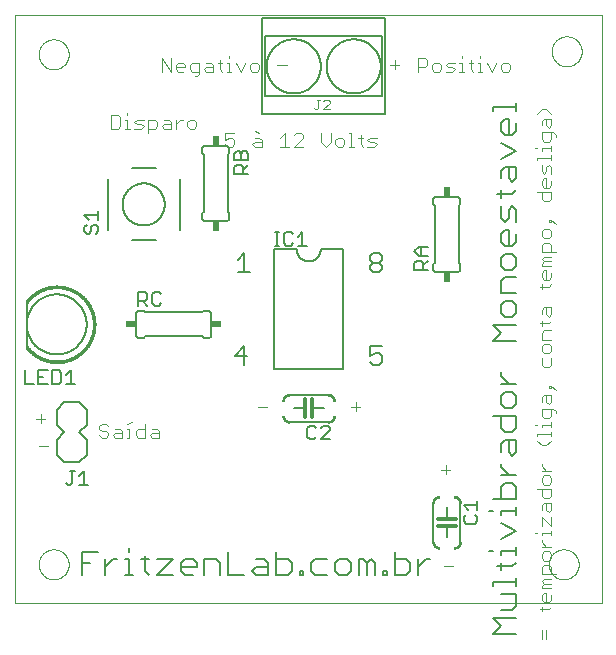
<source format=gto>
G75*
%MOIN*%
%OFA0B0*%
%FSLAX25Y25*%
%IPPOS*%
%LPD*%
%AMOC8*
5,1,8,0,0,1.08239X$1,22.5*
%
%ADD10C,0.00000*%
%ADD11C,0.00700*%
%ADD12C,0.00400*%
%ADD13C,0.00600*%
%ADD14C,0.00060*%
%ADD15C,0.01200*%
%ADD16C,0.00500*%
%ADD17C,0.00800*%
%ADD18C,0.00100*%
%ADD19R,0.02400X0.03400*%
%ADD20R,0.03400X0.02400*%
D10*
X0003000Y0014685D02*
X0003000Y0210646D01*
X0198701Y0210646D01*
X0198701Y0014685D01*
X0003000Y0014685D01*
X0011000Y0027685D02*
X0011002Y0027826D01*
X0011008Y0027967D01*
X0011018Y0028107D01*
X0011032Y0028247D01*
X0011050Y0028387D01*
X0011071Y0028526D01*
X0011097Y0028665D01*
X0011126Y0028803D01*
X0011160Y0028939D01*
X0011197Y0029075D01*
X0011238Y0029210D01*
X0011283Y0029344D01*
X0011332Y0029476D01*
X0011384Y0029607D01*
X0011440Y0029736D01*
X0011500Y0029863D01*
X0011563Y0029989D01*
X0011629Y0030113D01*
X0011700Y0030236D01*
X0011773Y0030356D01*
X0011850Y0030474D01*
X0011930Y0030590D01*
X0012014Y0030703D01*
X0012100Y0030814D01*
X0012190Y0030923D01*
X0012283Y0031029D01*
X0012378Y0031132D01*
X0012477Y0031233D01*
X0012578Y0031331D01*
X0012682Y0031426D01*
X0012789Y0031518D01*
X0012898Y0031607D01*
X0013010Y0031692D01*
X0013124Y0031775D01*
X0013240Y0031855D01*
X0013359Y0031931D01*
X0013480Y0032003D01*
X0013602Y0032073D01*
X0013727Y0032138D01*
X0013853Y0032201D01*
X0013981Y0032259D01*
X0014111Y0032314D01*
X0014242Y0032366D01*
X0014375Y0032413D01*
X0014509Y0032457D01*
X0014644Y0032498D01*
X0014780Y0032534D01*
X0014917Y0032566D01*
X0015055Y0032595D01*
X0015193Y0032620D01*
X0015333Y0032640D01*
X0015473Y0032657D01*
X0015613Y0032670D01*
X0015754Y0032679D01*
X0015894Y0032684D01*
X0016035Y0032685D01*
X0016176Y0032682D01*
X0016317Y0032675D01*
X0016457Y0032664D01*
X0016597Y0032649D01*
X0016737Y0032630D01*
X0016876Y0032608D01*
X0017014Y0032581D01*
X0017152Y0032551D01*
X0017288Y0032516D01*
X0017424Y0032478D01*
X0017558Y0032436D01*
X0017692Y0032390D01*
X0017824Y0032341D01*
X0017954Y0032287D01*
X0018083Y0032230D01*
X0018210Y0032170D01*
X0018336Y0032106D01*
X0018459Y0032038D01*
X0018581Y0031967D01*
X0018701Y0031893D01*
X0018818Y0031815D01*
X0018933Y0031734D01*
X0019046Y0031650D01*
X0019157Y0031563D01*
X0019265Y0031472D01*
X0019370Y0031379D01*
X0019473Y0031282D01*
X0019573Y0031183D01*
X0019670Y0031081D01*
X0019764Y0030976D01*
X0019855Y0030869D01*
X0019943Y0030759D01*
X0020028Y0030647D01*
X0020110Y0030532D01*
X0020189Y0030415D01*
X0020264Y0030296D01*
X0020336Y0030175D01*
X0020404Y0030052D01*
X0020469Y0029927D01*
X0020531Y0029800D01*
X0020588Y0029671D01*
X0020643Y0029541D01*
X0020693Y0029410D01*
X0020740Y0029277D01*
X0020783Y0029143D01*
X0020822Y0029007D01*
X0020857Y0028871D01*
X0020889Y0028734D01*
X0020916Y0028596D01*
X0020940Y0028457D01*
X0020960Y0028317D01*
X0020976Y0028177D01*
X0020988Y0028037D01*
X0020996Y0027896D01*
X0021000Y0027755D01*
X0021000Y0027615D01*
X0020996Y0027474D01*
X0020988Y0027333D01*
X0020976Y0027193D01*
X0020960Y0027053D01*
X0020940Y0026913D01*
X0020916Y0026774D01*
X0020889Y0026636D01*
X0020857Y0026499D01*
X0020822Y0026363D01*
X0020783Y0026227D01*
X0020740Y0026093D01*
X0020693Y0025960D01*
X0020643Y0025829D01*
X0020588Y0025699D01*
X0020531Y0025570D01*
X0020469Y0025443D01*
X0020404Y0025318D01*
X0020336Y0025195D01*
X0020264Y0025074D01*
X0020189Y0024955D01*
X0020110Y0024838D01*
X0020028Y0024723D01*
X0019943Y0024611D01*
X0019855Y0024501D01*
X0019764Y0024394D01*
X0019670Y0024289D01*
X0019573Y0024187D01*
X0019473Y0024088D01*
X0019370Y0023991D01*
X0019265Y0023898D01*
X0019157Y0023807D01*
X0019046Y0023720D01*
X0018933Y0023636D01*
X0018818Y0023555D01*
X0018701Y0023477D01*
X0018581Y0023403D01*
X0018459Y0023332D01*
X0018336Y0023264D01*
X0018210Y0023200D01*
X0018083Y0023140D01*
X0017954Y0023083D01*
X0017824Y0023029D01*
X0017692Y0022980D01*
X0017558Y0022934D01*
X0017424Y0022892D01*
X0017288Y0022854D01*
X0017152Y0022819D01*
X0017014Y0022789D01*
X0016876Y0022762D01*
X0016737Y0022740D01*
X0016597Y0022721D01*
X0016457Y0022706D01*
X0016317Y0022695D01*
X0016176Y0022688D01*
X0016035Y0022685D01*
X0015894Y0022686D01*
X0015754Y0022691D01*
X0015613Y0022700D01*
X0015473Y0022713D01*
X0015333Y0022730D01*
X0015193Y0022750D01*
X0015055Y0022775D01*
X0014917Y0022804D01*
X0014780Y0022836D01*
X0014644Y0022872D01*
X0014509Y0022913D01*
X0014375Y0022957D01*
X0014242Y0023004D01*
X0014111Y0023056D01*
X0013981Y0023111D01*
X0013853Y0023169D01*
X0013727Y0023232D01*
X0013602Y0023297D01*
X0013480Y0023367D01*
X0013359Y0023439D01*
X0013240Y0023515D01*
X0013124Y0023595D01*
X0013010Y0023678D01*
X0012898Y0023763D01*
X0012789Y0023852D01*
X0012682Y0023944D01*
X0012578Y0024039D01*
X0012477Y0024137D01*
X0012378Y0024238D01*
X0012283Y0024341D01*
X0012190Y0024447D01*
X0012100Y0024556D01*
X0012014Y0024667D01*
X0011930Y0024780D01*
X0011850Y0024896D01*
X0011773Y0025014D01*
X0011700Y0025134D01*
X0011629Y0025257D01*
X0011563Y0025381D01*
X0011500Y0025507D01*
X0011440Y0025634D01*
X0011384Y0025763D01*
X0011332Y0025894D01*
X0011283Y0026026D01*
X0011238Y0026160D01*
X0011197Y0026295D01*
X0011160Y0026431D01*
X0011126Y0026567D01*
X0011097Y0026705D01*
X0011071Y0026844D01*
X0011050Y0026983D01*
X0011032Y0027123D01*
X0011018Y0027263D01*
X0011008Y0027403D01*
X0011002Y0027544D01*
X0011000Y0027685D01*
X0011000Y0197685D02*
X0011002Y0197826D01*
X0011008Y0197967D01*
X0011018Y0198107D01*
X0011032Y0198247D01*
X0011050Y0198387D01*
X0011071Y0198526D01*
X0011097Y0198665D01*
X0011126Y0198803D01*
X0011160Y0198939D01*
X0011197Y0199075D01*
X0011238Y0199210D01*
X0011283Y0199344D01*
X0011332Y0199476D01*
X0011384Y0199607D01*
X0011440Y0199736D01*
X0011500Y0199863D01*
X0011563Y0199989D01*
X0011629Y0200113D01*
X0011700Y0200236D01*
X0011773Y0200356D01*
X0011850Y0200474D01*
X0011930Y0200590D01*
X0012014Y0200703D01*
X0012100Y0200814D01*
X0012190Y0200923D01*
X0012283Y0201029D01*
X0012378Y0201132D01*
X0012477Y0201233D01*
X0012578Y0201331D01*
X0012682Y0201426D01*
X0012789Y0201518D01*
X0012898Y0201607D01*
X0013010Y0201692D01*
X0013124Y0201775D01*
X0013240Y0201855D01*
X0013359Y0201931D01*
X0013480Y0202003D01*
X0013602Y0202073D01*
X0013727Y0202138D01*
X0013853Y0202201D01*
X0013981Y0202259D01*
X0014111Y0202314D01*
X0014242Y0202366D01*
X0014375Y0202413D01*
X0014509Y0202457D01*
X0014644Y0202498D01*
X0014780Y0202534D01*
X0014917Y0202566D01*
X0015055Y0202595D01*
X0015193Y0202620D01*
X0015333Y0202640D01*
X0015473Y0202657D01*
X0015613Y0202670D01*
X0015754Y0202679D01*
X0015894Y0202684D01*
X0016035Y0202685D01*
X0016176Y0202682D01*
X0016317Y0202675D01*
X0016457Y0202664D01*
X0016597Y0202649D01*
X0016737Y0202630D01*
X0016876Y0202608D01*
X0017014Y0202581D01*
X0017152Y0202551D01*
X0017288Y0202516D01*
X0017424Y0202478D01*
X0017558Y0202436D01*
X0017692Y0202390D01*
X0017824Y0202341D01*
X0017954Y0202287D01*
X0018083Y0202230D01*
X0018210Y0202170D01*
X0018336Y0202106D01*
X0018459Y0202038D01*
X0018581Y0201967D01*
X0018701Y0201893D01*
X0018818Y0201815D01*
X0018933Y0201734D01*
X0019046Y0201650D01*
X0019157Y0201563D01*
X0019265Y0201472D01*
X0019370Y0201379D01*
X0019473Y0201282D01*
X0019573Y0201183D01*
X0019670Y0201081D01*
X0019764Y0200976D01*
X0019855Y0200869D01*
X0019943Y0200759D01*
X0020028Y0200647D01*
X0020110Y0200532D01*
X0020189Y0200415D01*
X0020264Y0200296D01*
X0020336Y0200175D01*
X0020404Y0200052D01*
X0020469Y0199927D01*
X0020531Y0199800D01*
X0020588Y0199671D01*
X0020643Y0199541D01*
X0020693Y0199410D01*
X0020740Y0199277D01*
X0020783Y0199143D01*
X0020822Y0199007D01*
X0020857Y0198871D01*
X0020889Y0198734D01*
X0020916Y0198596D01*
X0020940Y0198457D01*
X0020960Y0198317D01*
X0020976Y0198177D01*
X0020988Y0198037D01*
X0020996Y0197896D01*
X0021000Y0197755D01*
X0021000Y0197615D01*
X0020996Y0197474D01*
X0020988Y0197333D01*
X0020976Y0197193D01*
X0020960Y0197053D01*
X0020940Y0196913D01*
X0020916Y0196774D01*
X0020889Y0196636D01*
X0020857Y0196499D01*
X0020822Y0196363D01*
X0020783Y0196227D01*
X0020740Y0196093D01*
X0020693Y0195960D01*
X0020643Y0195829D01*
X0020588Y0195699D01*
X0020531Y0195570D01*
X0020469Y0195443D01*
X0020404Y0195318D01*
X0020336Y0195195D01*
X0020264Y0195074D01*
X0020189Y0194955D01*
X0020110Y0194838D01*
X0020028Y0194723D01*
X0019943Y0194611D01*
X0019855Y0194501D01*
X0019764Y0194394D01*
X0019670Y0194289D01*
X0019573Y0194187D01*
X0019473Y0194088D01*
X0019370Y0193991D01*
X0019265Y0193898D01*
X0019157Y0193807D01*
X0019046Y0193720D01*
X0018933Y0193636D01*
X0018818Y0193555D01*
X0018701Y0193477D01*
X0018581Y0193403D01*
X0018459Y0193332D01*
X0018336Y0193264D01*
X0018210Y0193200D01*
X0018083Y0193140D01*
X0017954Y0193083D01*
X0017824Y0193029D01*
X0017692Y0192980D01*
X0017558Y0192934D01*
X0017424Y0192892D01*
X0017288Y0192854D01*
X0017152Y0192819D01*
X0017014Y0192789D01*
X0016876Y0192762D01*
X0016737Y0192740D01*
X0016597Y0192721D01*
X0016457Y0192706D01*
X0016317Y0192695D01*
X0016176Y0192688D01*
X0016035Y0192685D01*
X0015894Y0192686D01*
X0015754Y0192691D01*
X0015613Y0192700D01*
X0015473Y0192713D01*
X0015333Y0192730D01*
X0015193Y0192750D01*
X0015055Y0192775D01*
X0014917Y0192804D01*
X0014780Y0192836D01*
X0014644Y0192872D01*
X0014509Y0192913D01*
X0014375Y0192957D01*
X0014242Y0193004D01*
X0014111Y0193056D01*
X0013981Y0193111D01*
X0013853Y0193169D01*
X0013727Y0193232D01*
X0013602Y0193297D01*
X0013480Y0193367D01*
X0013359Y0193439D01*
X0013240Y0193515D01*
X0013124Y0193595D01*
X0013010Y0193678D01*
X0012898Y0193763D01*
X0012789Y0193852D01*
X0012682Y0193944D01*
X0012578Y0194039D01*
X0012477Y0194137D01*
X0012378Y0194238D01*
X0012283Y0194341D01*
X0012190Y0194447D01*
X0012100Y0194556D01*
X0012014Y0194667D01*
X0011930Y0194780D01*
X0011850Y0194896D01*
X0011773Y0195014D01*
X0011700Y0195134D01*
X0011629Y0195257D01*
X0011563Y0195381D01*
X0011500Y0195507D01*
X0011440Y0195634D01*
X0011384Y0195763D01*
X0011332Y0195894D01*
X0011283Y0196026D01*
X0011238Y0196160D01*
X0011197Y0196295D01*
X0011160Y0196431D01*
X0011126Y0196567D01*
X0011097Y0196705D01*
X0011071Y0196844D01*
X0011050Y0196983D01*
X0011032Y0197123D01*
X0011018Y0197263D01*
X0011008Y0197403D01*
X0011002Y0197544D01*
X0011000Y0197685D01*
X0182000Y0198685D02*
X0182002Y0198826D01*
X0182008Y0198967D01*
X0182018Y0199107D01*
X0182032Y0199247D01*
X0182050Y0199387D01*
X0182071Y0199526D01*
X0182097Y0199665D01*
X0182126Y0199803D01*
X0182160Y0199939D01*
X0182197Y0200075D01*
X0182238Y0200210D01*
X0182283Y0200344D01*
X0182332Y0200476D01*
X0182384Y0200607D01*
X0182440Y0200736D01*
X0182500Y0200863D01*
X0182563Y0200989D01*
X0182629Y0201113D01*
X0182700Y0201236D01*
X0182773Y0201356D01*
X0182850Y0201474D01*
X0182930Y0201590D01*
X0183014Y0201703D01*
X0183100Y0201814D01*
X0183190Y0201923D01*
X0183283Y0202029D01*
X0183378Y0202132D01*
X0183477Y0202233D01*
X0183578Y0202331D01*
X0183682Y0202426D01*
X0183789Y0202518D01*
X0183898Y0202607D01*
X0184010Y0202692D01*
X0184124Y0202775D01*
X0184240Y0202855D01*
X0184359Y0202931D01*
X0184480Y0203003D01*
X0184602Y0203073D01*
X0184727Y0203138D01*
X0184853Y0203201D01*
X0184981Y0203259D01*
X0185111Y0203314D01*
X0185242Y0203366D01*
X0185375Y0203413D01*
X0185509Y0203457D01*
X0185644Y0203498D01*
X0185780Y0203534D01*
X0185917Y0203566D01*
X0186055Y0203595D01*
X0186193Y0203620D01*
X0186333Y0203640D01*
X0186473Y0203657D01*
X0186613Y0203670D01*
X0186754Y0203679D01*
X0186894Y0203684D01*
X0187035Y0203685D01*
X0187176Y0203682D01*
X0187317Y0203675D01*
X0187457Y0203664D01*
X0187597Y0203649D01*
X0187737Y0203630D01*
X0187876Y0203608D01*
X0188014Y0203581D01*
X0188152Y0203551D01*
X0188288Y0203516D01*
X0188424Y0203478D01*
X0188558Y0203436D01*
X0188692Y0203390D01*
X0188824Y0203341D01*
X0188954Y0203287D01*
X0189083Y0203230D01*
X0189210Y0203170D01*
X0189336Y0203106D01*
X0189459Y0203038D01*
X0189581Y0202967D01*
X0189701Y0202893D01*
X0189818Y0202815D01*
X0189933Y0202734D01*
X0190046Y0202650D01*
X0190157Y0202563D01*
X0190265Y0202472D01*
X0190370Y0202379D01*
X0190473Y0202282D01*
X0190573Y0202183D01*
X0190670Y0202081D01*
X0190764Y0201976D01*
X0190855Y0201869D01*
X0190943Y0201759D01*
X0191028Y0201647D01*
X0191110Y0201532D01*
X0191189Y0201415D01*
X0191264Y0201296D01*
X0191336Y0201175D01*
X0191404Y0201052D01*
X0191469Y0200927D01*
X0191531Y0200800D01*
X0191588Y0200671D01*
X0191643Y0200541D01*
X0191693Y0200410D01*
X0191740Y0200277D01*
X0191783Y0200143D01*
X0191822Y0200007D01*
X0191857Y0199871D01*
X0191889Y0199734D01*
X0191916Y0199596D01*
X0191940Y0199457D01*
X0191960Y0199317D01*
X0191976Y0199177D01*
X0191988Y0199037D01*
X0191996Y0198896D01*
X0192000Y0198755D01*
X0192000Y0198615D01*
X0191996Y0198474D01*
X0191988Y0198333D01*
X0191976Y0198193D01*
X0191960Y0198053D01*
X0191940Y0197913D01*
X0191916Y0197774D01*
X0191889Y0197636D01*
X0191857Y0197499D01*
X0191822Y0197363D01*
X0191783Y0197227D01*
X0191740Y0197093D01*
X0191693Y0196960D01*
X0191643Y0196829D01*
X0191588Y0196699D01*
X0191531Y0196570D01*
X0191469Y0196443D01*
X0191404Y0196318D01*
X0191336Y0196195D01*
X0191264Y0196074D01*
X0191189Y0195955D01*
X0191110Y0195838D01*
X0191028Y0195723D01*
X0190943Y0195611D01*
X0190855Y0195501D01*
X0190764Y0195394D01*
X0190670Y0195289D01*
X0190573Y0195187D01*
X0190473Y0195088D01*
X0190370Y0194991D01*
X0190265Y0194898D01*
X0190157Y0194807D01*
X0190046Y0194720D01*
X0189933Y0194636D01*
X0189818Y0194555D01*
X0189701Y0194477D01*
X0189581Y0194403D01*
X0189459Y0194332D01*
X0189336Y0194264D01*
X0189210Y0194200D01*
X0189083Y0194140D01*
X0188954Y0194083D01*
X0188824Y0194029D01*
X0188692Y0193980D01*
X0188558Y0193934D01*
X0188424Y0193892D01*
X0188288Y0193854D01*
X0188152Y0193819D01*
X0188014Y0193789D01*
X0187876Y0193762D01*
X0187737Y0193740D01*
X0187597Y0193721D01*
X0187457Y0193706D01*
X0187317Y0193695D01*
X0187176Y0193688D01*
X0187035Y0193685D01*
X0186894Y0193686D01*
X0186754Y0193691D01*
X0186613Y0193700D01*
X0186473Y0193713D01*
X0186333Y0193730D01*
X0186193Y0193750D01*
X0186055Y0193775D01*
X0185917Y0193804D01*
X0185780Y0193836D01*
X0185644Y0193872D01*
X0185509Y0193913D01*
X0185375Y0193957D01*
X0185242Y0194004D01*
X0185111Y0194056D01*
X0184981Y0194111D01*
X0184853Y0194169D01*
X0184727Y0194232D01*
X0184602Y0194297D01*
X0184480Y0194367D01*
X0184359Y0194439D01*
X0184240Y0194515D01*
X0184124Y0194595D01*
X0184010Y0194678D01*
X0183898Y0194763D01*
X0183789Y0194852D01*
X0183682Y0194944D01*
X0183578Y0195039D01*
X0183477Y0195137D01*
X0183378Y0195238D01*
X0183283Y0195341D01*
X0183190Y0195447D01*
X0183100Y0195556D01*
X0183014Y0195667D01*
X0182930Y0195780D01*
X0182850Y0195896D01*
X0182773Y0196014D01*
X0182700Y0196134D01*
X0182629Y0196257D01*
X0182563Y0196381D01*
X0182500Y0196507D01*
X0182440Y0196634D01*
X0182384Y0196763D01*
X0182332Y0196894D01*
X0182283Y0197026D01*
X0182238Y0197160D01*
X0182197Y0197295D01*
X0182160Y0197431D01*
X0182126Y0197567D01*
X0182097Y0197705D01*
X0182071Y0197844D01*
X0182050Y0197983D01*
X0182032Y0198123D01*
X0182018Y0198263D01*
X0182008Y0198403D01*
X0182002Y0198544D01*
X0182000Y0198685D01*
X0181000Y0027685D02*
X0181002Y0027826D01*
X0181008Y0027967D01*
X0181018Y0028107D01*
X0181032Y0028247D01*
X0181050Y0028387D01*
X0181071Y0028526D01*
X0181097Y0028665D01*
X0181126Y0028803D01*
X0181160Y0028939D01*
X0181197Y0029075D01*
X0181238Y0029210D01*
X0181283Y0029344D01*
X0181332Y0029476D01*
X0181384Y0029607D01*
X0181440Y0029736D01*
X0181500Y0029863D01*
X0181563Y0029989D01*
X0181629Y0030113D01*
X0181700Y0030236D01*
X0181773Y0030356D01*
X0181850Y0030474D01*
X0181930Y0030590D01*
X0182014Y0030703D01*
X0182100Y0030814D01*
X0182190Y0030923D01*
X0182283Y0031029D01*
X0182378Y0031132D01*
X0182477Y0031233D01*
X0182578Y0031331D01*
X0182682Y0031426D01*
X0182789Y0031518D01*
X0182898Y0031607D01*
X0183010Y0031692D01*
X0183124Y0031775D01*
X0183240Y0031855D01*
X0183359Y0031931D01*
X0183480Y0032003D01*
X0183602Y0032073D01*
X0183727Y0032138D01*
X0183853Y0032201D01*
X0183981Y0032259D01*
X0184111Y0032314D01*
X0184242Y0032366D01*
X0184375Y0032413D01*
X0184509Y0032457D01*
X0184644Y0032498D01*
X0184780Y0032534D01*
X0184917Y0032566D01*
X0185055Y0032595D01*
X0185193Y0032620D01*
X0185333Y0032640D01*
X0185473Y0032657D01*
X0185613Y0032670D01*
X0185754Y0032679D01*
X0185894Y0032684D01*
X0186035Y0032685D01*
X0186176Y0032682D01*
X0186317Y0032675D01*
X0186457Y0032664D01*
X0186597Y0032649D01*
X0186737Y0032630D01*
X0186876Y0032608D01*
X0187014Y0032581D01*
X0187152Y0032551D01*
X0187288Y0032516D01*
X0187424Y0032478D01*
X0187558Y0032436D01*
X0187692Y0032390D01*
X0187824Y0032341D01*
X0187954Y0032287D01*
X0188083Y0032230D01*
X0188210Y0032170D01*
X0188336Y0032106D01*
X0188459Y0032038D01*
X0188581Y0031967D01*
X0188701Y0031893D01*
X0188818Y0031815D01*
X0188933Y0031734D01*
X0189046Y0031650D01*
X0189157Y0031563D01*
X0189265Y0031472D01*
X0189370Y0031379D01*
X0189473Y0031282D01*
X0189573Y0031183D01*
X0189670Y0031081D01*
X0189764Y0030976D01*
X0189855Y0030869D01*
X0189943Y0030759D01*
X0190028Y0030647D01*
X0190110Y0030532D01*
X0190189Y0030415D01*
X0190264Y0030296D01*
X0190336Y0030175D01*
X0190404Y0030052D01*
X0190469Y0029927D01*
X0190531Y0029800D01*
X0190588Y0029671D01*
X0190643Y0029541D01*
X0190693Y0029410D01*
X0190740Y0029277D01*
X0190783Y0029143D01*
X0190822Y0029007D01*
X0190857Y0028871D01*
X0190889Y0028734D01*
X0190916Y0028596D01*
X0190940Y0028457D01*
X0190960Y0028317D01*
X0190976Y0028177D01*
X0190988Y0028037D01*
X0190996Y0027896D01*
X0191000Y0027755D01*
X0191000Y0027615D01*
X0190996Y0027474D01*
X0190988Y0027333D01*
X0190976Y0027193D01*
X0190960Y0027053D01*
X0190940Y0026913D01*
X0190916Y0026774D01*
X0190889Y0026636D01*
X0190857Y0026499D01*
X0190822Y0026363D01*
X0190783Y0026227D01*
X0190740Y0026093D01*
X0190693Y0025960D01*
X0190643Y0025829D01*
X0190588Y0025699D01*
X0190531Y0025570D01*
X0190469Y0025443D01*
X0190404Y0025318D01*
X0190336Y0025195D01*
X0190264Y0025074D01*
X0190189Y0024955D01*
X0190110Y0024838D01*
X0190028Y0024723D01*
X0189943Y0024611D01*
X0189855Y0024501D01*
X0189764Y0024394D01*
X0189670Y0024289D01*
X0189573Y0024187D01*
X0189473Y0024088D01*
X0189370Y0023991D01*
X0189265Y0023898D01*
X0189157Y0023807D01*
X0189046Y0023720D01*
X0188933Y0023636D01*
X0188818Y0023555D01*
X0188701Y0023477D01*
X0188581Y0023403D01*
X0188459Y0023332D01*
X0188336Y0023264D01*
X0188210Y0023200D01*
X0188083Y0023140D01*
X0187954Y0023083D01*
X0187824Y0023029D01*
X0187692Y0022980D01*
X0187558Y0022934D01*
X0187424Y0022892D01*
X0187288Y0022854D01*
X0187152Y0022819D01*
X0187014Y0022789D01*
X0186876Y0022762D01*
X0186737Y0022740D01*
X0186597Y0022721D01*
X0186457Y0022706D01*
X0186317Y0022695D01*
X0186176Y0022688D01*
X0186035Y0022685D01*
X0185894Y0022686D01*
X0185754Y0022691D01*
X0185613Y0022700D01*
X0185473Y0022713D01*
X0185333Y0022730D01*
X0185193Y0022750D01*
X0185055Y0022775D01*
X0184917Y0022804D01*
X0184780Y0022836D01*
X0184644Y0022872D01*
X0184509Y0022913D01*
X0184375Y0022957D01*
X0184242Y0023004D01*
X0184111Y0023056D01*
X0183981Y0023111D01*
X0183853Y0023169D01*
X0183727Y0023232D01*
X0183602Y0023297D01*
X0183480Y0023367D01*
X0183359Y0023439D01*
X0183240Y0023515D01*
X0183124Y0023595D01*
X0183010Y0023678D01*
X0182898Y0023763D01*
X0182789Y0023852D01*
X0182682Y0023944D01*
X0182578Y0024039D01*
X0182477Y0024137D01*
X0182378Y0024238D01*
X0182283Y0024341D01*
X0182190Y0024447D01*
X0182100Y0024556D01*
X0182014Y0024667D01*
X0181930Y0024780D01*
X0181850Y0024896D01*
X0181773Y0025014D01*
X0181700Y0025134D01*
X0181629Y0025257D01*
X0181563Y0025381D01*
X0181500Y0025507D01*
X0181440Y0025634D01*
X0181384Y0025763D01*
X0181332Y0025894D01*
X0181283Y0026026D01*
X0181238Y0026160D01*
X0181197Y0026295D01*
X0181160Y0026431D01*
X0181126Y0026567D01*
X0181097Y0026705D01*
X0181071Y0026844D01*
X0181050Y0026983D01*
X0181032Y0027123D01*
X0181018Y0027263D01*
X0181008Y0027403D01*
X0181002Y0027544D01*
X0181000Y0027685D01*
D11*
X0170250Y0028296D02*
X0168932Y0026978D01*
X0163661Y0026978D01*
X0164979Y0025660D02*
X0164979Y0028296D01*
X0164979Y0030939D02*
X0164979Y0032257D01*
X0170250Y0032257D01*
X0170250Y0030939D02*
X0170250Y0033575D01*
X0170250Y0038854D02*
X0164979Y0041490D01*
X0164979Y0044137D02*
X0164979Y0045455D01*
X0170250Y0045455D01*
X0170250Y0044137D02*
X0170250Y0046773D01*
X0170250Y0049416D02*
X0170250Y0053370D01*
X0168932Y0054688D01*
X0166297Y0054688D01*
X0164979Y0053370D01*
X0164979Y0049416D01*
X0162343Y0049416D02*
X0170250Y0049416D01*
X0170250Y0057335D02*
X0164979Y0057335D01*
X0167614Y0057335D02*
X0164979Y0059971D01*
X0164979Y0061288D01*
X0164979Y0065252D02*
X0164979Y0067887D01*
X0166297Y0069205D01*
X0170250Y0069205D01*
X0170250Y0065252D01*
X0168932Y0063934D01*
X0167614Y0065252D01*
X0167614Y0069205D01*
X0166297Y0071853D02*
X0164979Y0073171D01*
X0164979Y0077124D01*
X0162343Y0077124D02*
X0170250Y0077124D01*
X0170250Y0073171D01*
X0168932Y0071853D01*
X0166297Y0071853D01*
X0166297Y0079772D02*
X0164979Y0081089D01*
X0164979Y0083725D01*
X0166297Y0085043D01*
X0168932Y0085043D01*
X0170250Y0083725D01*
X0170250Y0081089D01*
X0168932Y0079772D01*
X0166297Y0079772D01*
X0167614Y0087690D02*
X0164979Y0090326D01*
X0164979Y0091644D01*
X0164979Y0087690D02*
X0170250Y0087690D01*
X0170250Y0102208D02*
X0162343Y0102208D01*
X0164979Y0104844D01*
X0162343Y0107479D01*
X0170250Y0107479D01*
X0168932Y0110127D02*
X0170250Y0111445D01*
X0170250Y0114080D01*
X0168932Y0115398D01*
X0166297Y0115398D01*
X0164979Y0114080D01*
X0164979Y0111445D01*
X0166297Y0110127D01*
X0168932Y0110127D01*
X0170250Y0118046D02*
X0164979Y0118046D01*
X0164979Y0121999D01*
X0166297Y0123317D01*
X0170250Y0123317D01*
X0168932Y0125964D02*
X0170250Y0127282D01*
X0170250Y0129918D01*
X0168932Y0131236D01*
X0166297Y0131236D01*
X0164979Y0129918D01*
X0164979Y0127282D01*
X0166297Y0125964D01*
X0168932Y0125964D01*
X0168932Y0133883D02*
X0166297Y0133883D01*
X0164979Y0135201D01*
X0164979Y0137837D01*
X0166297Y0139154D01*
X0167614Y0139154D01*
X0167614Y0133883D01*
X0168932Y0133883D02*
X0170250Y0135201D01*
X0170250Y0137837D01*
X0170250Y0141802D02*
X0170250Y0145755D01*
X0168932Y0147073D01*
X0167614Y0145755D01*
X0167614Y0143120D01*
X0166297Y0141802D01*
X0164979Y0143120D01*
X0164979Y0147073D01*
X0164979Y0149721D02*
X0164979Y0152356D01*
X0163661Y0151038D02*
X0168932Y0151038D01*
X0170250Y0152356D01*
X0168932Y0155000D02*
X0167614Y0156318D01*
X0167614Y0160271D01*
X0166297Y0160271D02*
X0170250Y0160271D01*
X0170250Y0156318D01*
X0168932Y0155000D01*
X0164979Y0156318D02*
X0164979Y0158953D01*
X0166297Y0160271D01*
X0164979Y0162919D02*
X0170250Y0165554D01*
X0164979Y0168190D01*
X0166297Y0170837D02*
X0164979Y0172155D01*
X0164979Y0174791D01*
X0166297Y0176109D01*
X0167614Y0176109D01*
X0167614Y0170837D01*
X0166297Y0170837D02*
X0168932Y0170837D01*
X0170250Y0172155D01*
X0170250Y0174791D01*
X0170250Y0178756D02*
X0170250Y0181392D01*
X0170250Y0180074D02*
X0162343Y0180074D01*
X0162343Y0178756D01*
X0162343Y0045455D02*
X0161025Y0045455D01*
X0164979Y0036218D02*
X0170250Y0038854D01*
X0162343Y0032257D02*
X0161025Y0032257D01*
X0162343Y0021699D02*
X0170250Y0021699D01*
X0170250Y0023016D02*
X0170250Y0020381D01*
X0170250Y0017733D02*
X0164979Y0017733D01*
X0162343Y0020381D02*
X0162343Y0021699D01*
X0170250Y0017733D02*
X0170250Y0013780D01*
X0168932Y0012462D01*
X0164979Y0012462D01*
X0162343Y0009815D02*
X0170250Y0009815D01*
X0170250Y0004543D02*
X0162343Y0004543D01*
X0164979Y0007179D01*
X0162343Y0009815D01*
X0141486Y0029307D02*
X0140168Y0029307D01*
X0137532Y0026671D01*
X0137532Y0024035D02*
X0137532Y0029307D01*
X0134885Y0027989D02*
X0134885Y0025353D01*
X0133567Y0024035D01*
X0129614Y0024035D01*
X0129614Y0031942D01*
X0129614Y0029307D02*
X0133567Y0029307D01*
X0134885Y0027989D01*
X0126972Y0025353D02*
X0126972Y0024035D01*
X0125654Y0024035D01*
X0125654Y0025353D01*
X0126972Y0025353D01*
X0123007Y0024035D02*
X0123007Y0027989D01*
X0121689Y0029307D01*
X0120371Y0027989D01*
X0120371Y0024035D01*
X0117736Y0024035D02*
X0117736Y0029307D01*
X0119053Y0029307D01*
X0120371Y0027989D01*
X0115088Y0027989D02*
X0115088Y0025353D01*
X0113770Y0024035D01*
X0111135Y0024035D01*
X0109817Y0025353D01*
X0109817Y0027989D01*
X0111135Y0029307D01*
X0113770Y0029307D01*
X0115088Y0027989D01*
X0107169Y0029307D02*
X0103216Y0029307D01*
X0101898Y0027989D01*
X0101898Y0025353D01*
X0103216Y0024035D01*
X0107169Y0024035D01*
X0099256Y0024035D02*
X0097939Y0024035D01*
X0097939Y0025353D01*
X0099256Y0025353D01*
X0099256Y0024035D01*
X0095291Y0025353D02*
X0095291Y0027989D01*
X0093973Y0029307D01*
X0090020Y0029307D01*
X0090020Y0031942D02*
X0090020Y0024035D01*
X0093973Y0024035D01*
X0095291Y0025353D01*
X0087372Y0024035D02*
X0083419Y0024035D01*
X0082101Y0025353D01*
X0083419Y0026671D01*
X0087372Y0026671D01*
X0087372Y0027989D02*
X0086054Y0029307D01*
X0083419Y0029307D01*
X0087372Y0027989D02*
X0087372Y0024035D01*
X0079454Y0024035D02*
X0074182Y0024035D01*
X0074182Y0031942D01*
X0071535Y0027989D02*
X0071535Y0024035D01*
X0071535Y0027989D02*
X0070217Y0029307D01*
X0066264Y0029307D01*
X0066264Y0024035D01*
X0063616Y0026671D02*
X0058345Y0026671D01*
X0058345Y0025353D02*
X0058345Y0027989D01*
X0059663Y0029307D01*
X0062298Y0029307D01*
X0063616Y0027989D01*
X0063616Y0026671D01*
X0062298Y0024035D02*
X0059663Y0024035D01*
X0058345Y0025353D01*
X0055697Y0024035D02*
X0050426Y0024035D01*
X0055697Y0029307D01*
X0050426Y0029307D01*
X0047782Y0029307D02*
X0045147Y0029307D01*
X0046465Y0030624D02*
X0046465Y0025353D01*
X0047782Y0024035D01*
X0042503Y0024035D02*
X0039868Y0024035D01*
X0041186Y0024035D02*
X0041186Y0029307D01*
X0039868Y0029307D01*
X0037222Y0029307D02*
X0035904Y0029307D01*
X0033269Y0026671D01*
X0033269Y0024035D02*
X0033269Y0029307D01*
X0030621Y0031942D02*
X0025350Y0031942D01*
X0025350Y0024035D01*
X0025350Y0027989D02*
X0027986Y0027989D01*
X0041186Y0031942D02*
X0041186Y0033260D01*
D12*
X0014269Y0067187D02*
X0011200Y0067187D01*
X0011735Y0074653D02*
X0011735Y0077722D01*
X0010200Y0076187D02*
X0013269Y0076187D01*
X0031200Y0073722D02*
X0031200Y0072955D01*
X0031967Y0072187D01*
X0033502Y0072187D01*
X0034269Y0071420D01*
X0034269Y0070653D01*
X0033502Y0069885D01*
X0031967Y0069885D01*
X0031200Y0070653D01*
X0031200Y0073722D02*
X0031967Y0074489D01*
X0033502Y0074489D01*
X0034269Y0073722D01*
X0036571Y0071420D02*
X0035804Y0070653D01*
X0036571Y0069885D01*
X0038873Y0069885D01*
X0038873Y0072187D01*
X0038106Y0072955D01*
X0036571Y0072955D01*
X0036571Y0071420D02*
X0038873Y0071420D01*
X0040408Y0069885D02*
X0041175Y0069885D01*
X0041175Y0072955D01*
X0040408Y0072955D01*
X0040408Y0074489D02*
X0041942Y0075257D01*
X0044244Y0072955D02*
X0046546Y0072955D01*
X0046546Y0074489D02*
X0046546Y0069885D01*
X0044244Y0069885D01*
X0043477Y0070653D01*
X0043477Y0072187D01*
X0044244Y0072955D01*
X0048081Y0070653D02*
X0048848Y0071420D01*
X0051150Y0071420D01*
X0051150Y0072187D02*
X0051150Y0069885D01*
X0048848Y0069885D01*
X0048081Y0070653D01*
X0048848Y0072955D02*
X0050383Y0072955D01*
X0051150Y0072187D01*
X0084200Y0080187D02*
X0087269Y0080187D01*
X0115200Y0080187D02*
X0118269Y0080187D01*
X0116735Y0078653D02*
X0116735Y0081722D01*
X0145200Y0059187D02*
X0148269Y0059187D01*
X0146735Y0057653D02*
X0146735Y0060722D01*
X0177196Y0052742D02*
X0181800Y0052742D01*
X0181800Y0050441D01*
X0181033Y0049673D01*
X0179498Y0049673D01*
X0178731Y0050441D01*
X0178731Y0052742D01*
X0179498Y0054277D02*
X0181033Y0054277D01*
X0181800Y0055044D01*
X0181800Y0056579D01*
X0181033Y0057346D01*
X0179498Y0057346D01*
X0178731Y0056579D01*
X0178731Y0055044D01*
X0179498Y0054277D01*
X0178731Y0058881D02*
X0181800Y0058881D01*
X0180265Y0058881D02*
X0178731Y0060416D01*
X0178731Y0061183D01*
X0178731Y0067322D02*
X0177196Y0068856D01*
X0177196Y0070391D02*
X0177196Y0071158D01*
X0181800Y0071158D01*
X0181800Y0070391D02*
X0181800Y0071926D01*
X0181800Y0073460D02*
X0181800Y0074995D01*
X0181800Y0074227D02*
X0178731Y0074227D01*
X0178731Y0073460D01*
X0177196Y0074227D02*
X0176429Y0074227D01*
X0179498Y0076529D02*
X0181033Y0076529D01*
X0181800Y0077297D01*
X0181800Y0079599D01*
X0182567Y0079599D02*
X0178731Y0079599D01*
X0178731Y0077297D01*
X0179498Y0076529D01*
X0183335Y0078064D02*
X0183335Y0078831D01*
X0182567Y0079599D01*
X0181033Y0081133D02*
X0180265Y0081901D01*
X0180265Y0084203D01*
X0179498Y0084203D02*
X0181800Y0084203D01*
X0181800Y0081901D01*
X0181033Y0081133D01*
X0178731Y0081901D02*
X0178731Y0083435D01*
X0179498Y0084203D01*
X0181033Y0086505D02*
X0181800Y0086505D01*
X0181800Y0087272D01*
X0181033Y0087272D01*
X0181033Y0086505D01*
X0181800Y0087272D02*
X0183335Y0085737D01*
X0181033Y0093410D02*
X0179498Y0093410D01*
X0178731Y0094178D01*
X0178731Y0096480D01*
X0179498Y0098014D02*
X0181033Y0098014D01*
X0181800Y0098782D01*
X0181800Y0100316D01*
X0181033Y0101084D01*
X0179498Y0101084D01*
X0178731Y0100316D01*
X0178731Y0098782D01*
X0179498Y0098014D01*
X0181800Y0096480D02*
X0181800Y0094178D01*
X0181033Y0093410D01*
X0181800Y0102618D02*
X0178731Y0102618D01*
X0178731Y0104920D01*
X0179498Y0105688D01*
X0181800Y0105688D01*
X0181033Y0107990D02*
X0181800Y0108757D01*
X0181033Y0107990D02*
X0177963Y0107990D01*
X0178731Y0108757D02*
X0178731Y0107222D01*
X0181033Y0110292D02*
X0180265Y0111059D01*
X0180265Y0113361D01*
X0179498Y0113361D02*
X0178731Y0112593D01*
X0178731Y0111059D01*
X0181033Y0110292D02*
X0181800Y0111059D01*
X0181800Y0113361D01*
X0179498Y0113361D01*
X0178731Y0119499D02*
X0178731Y0121034D01*
X0177963Y0120267D02*
X0181033Y0120267D01*
X0181800Y0121034D01*
X0181033Y0122569D02*
X0179498Y0122569D01*
X0178731Y0123336D01*
X0178731Y0124871D01*
X0179498Y0125638D01*
X0180265Y0125638D01*
X0180265Y0122569D01*
X0181033Y0122569D02*
X0181800Y0123336D01*
X0181800Y0124871D01*
X0181800Y0127173D02*
X0178731Y0127173D01*
X0178731Y0127940D01*
X0179498Y0128707D01*
X0178731Y0129475D01*
X0179498Y0130242D01*
X0181800Y0130242D01*
X0181800Y0131777D02*
X0181800Y0134078D01*
X0181033Y0134846D01*
X0179498Y0134846D01*
X0178731Y0134078D01*
X0178731Y0131777D01*
X0183335Y0131777D01*
X0181800Y0128707D02*
X0179498Y0128707D01*
X0179498Y0136380D02*
X0181033Y0136380D01*
X0181800Y0137148D01*
X0181800Y0138682D01*
X0181033Y0139450D01*
X0179498Y0139450D01*
X0178731Y0138682D01*
X0178731Y0137148D01*
X0179498Y0136380D01*
X0183335Y0140984D02*
X0181800Y0142519D01*
X0181800Y0141752D01*
X0181033Y0141752D01*
X0181033Y0142519D01*
X0181800Y0142519D01*
X0181033Y0148658D02*
X0179498Y0148658D01*
X0178731Y0149425D01*
X0178731Y0151727D01*
X0177196Y0151727D02*
X0181800Y0151727D01*
X0181800Y0149425D01*
X0181033Y0148658D01*
X0181033Y0153261D02*
X0179498Y0153261D01*
X0178731Y0154029D01*
X0178731Y0155563D01*
X0179498Y0156331D01*
X0180265Y0156331D01*
X0180265Y0153261D01*
X0181033Y0153261D02*
X0181800Y0154029D01*
X0181800Y0155563D01*
X0181800Y0157865D02*
X0181800Y0160167D01*
X0181033Y0160935D01*
X0180265Y0160167D01*
X0180265Y0158633D01*
X0179498Y0157865D01*
X0178731Y0158633D01*
X0178731Y0160935D01*
X0177196Y0162469D02*
X0177196Y0163237D01*
X0181800Y0163237D01*
X0181800Y0164004D02*
X0181800Y0162469D01*
X0181800Y0165539D02*
X0181800Y0167073D01*
X0181800Y0166306D02*
X0178731Y0166306D01*
X0178731Y0165539D01*
X0177196Y0166306D02*
X0176429Y0166306D01*
X0179498Y0168608D02*
X0181033Y0168608D01*
X0181800Y0169375D01*
X0181800Y0171677D01*
X0182567Y0171677D02*
X0178731Y0171677D01*
X0178731Y0169375D01*
X0179498Y0168608D01*
X0183335Y0170143D02*
X0183335Y0170910D01*
X0182567Y0171677D01*
X0181033Y0173212D02*
X0180265Y0173979D01*
X0180265Y0176281D01*
X0179498Y0176281D02*
X0181800Y0176281D01*
X0181800Y0173979D01*
X0181033Y0173212D01*
X0178731Y0173979D02*
X0178731Y0175514D01*
X0179498Y0176281D01*
X0177196Y0177816D02*
X0178731Y0179350D01*
X0180265Y0179350D01*
X0181800Y0177816D01*
X0167333Y0191885D02*
X0168101Y0192653D01*
X0168101Y0194187D01*
X0167333Y0194955D01*
X0165799Y0194955D01*
X0165031Y0194187D01*
X0165031Y0192653D01*
X0165799Y0191885D01*
X0167333Y0191885D01*
X0163497Y0194955D02*
X0161962Y0191885D01*
X0160427Y0194955D01*
X0158125Y0194955D02*
X0158125Y0191885D01*
X0157358Y0191885D02*
X0158893Y0191885D01*
X0155824Y0191885D02*
X0155056Y0192653D01*
X0155056Y0195722D01*
X0154289Y0194955D02*
X0155824Y0194955D01*
X0157358Y0194955D02*
X0158125Y0194955D01*
X0158125Y0196489D02*
X0158125Y0197257D01*
X0151987Y0197257D02*
X0151987Y0196489D01*
X0151987Y0194955D02*
X0151987Y0191885D01*
X0151220Y0191885D02*
X0152754Y0191885D01*
X0149685Y0192653D02*
X0148918Y0193420D01*
X0147383Y0193420D01*
X0146616Y0194187D01*
X0147383Y0194955D01*
X0149685Y0194955D01*
X0151220Y0194955D02*
X0151987Y0194955D01*
X0149685Y0192653D02*
X0148918Y0191885D01*
X0146616Y0191885D01*
X0145081Y0192653D02*
X0145081Y0194187D01*
X0144314Y0194955D01*
X0142779Y0194955D01*
X0142012Y0194187D01*
X0142012Y0192653D01*
X0142779Y0191885D01*
X0144314Y0191885D01*
X0145081Y0192653D01*
X0140477Y0194187D02*
X0139710Y0193420D01*
X0137408Y0193420D01*
X0137408Y0191885D02*
X0137408Y0196489D01*
X0139710Y0196489D01*
X0140477Y0195722D01*
X0140477Y0194187D01*
X0131269Y0194187D02*
X0128200Y0194187D01*
X0129735Y0195722D02*
X0129735Y0192653D01*
X0115225Y0171489D02*
X0114457Y0171489D01*
X0115225Y0171489D02*
X0115225Y0166885D01*
X0115992Y0166885D02*
X0114457Y0166885D01*
X0112923Y0167653D02*
X0112923Y0169187D01*
X0112155Y0169955D01*
X0110621Y0169955D01*
X0109853Y0169187D01*
X0109853Y0167653D01*
X0110621Y0166885D01*
X0112155Y0166885D01*
X0112923Y0167653D01*
X0108319Y0168420D02*
X0108319Y0171489D01*
X0105250Y0171489D02*
X0105250Y0168420D01*
X0106784Y0166885D01*
X0108319Y0168420D01*
X0099111Y0166885D02*
X0096042Y0166885D01*
X0099111Y0169955D01*
X0099111Y0170722D01*
X0098344Y0171489D01*
X0096809Y0171489D01*
X0096042Y0170722D01*
X0092972Y0171489D02*
X0092972Y0166885D01*
X0091438Y0166885D02*
X0094507Y0166885D01*
X0091438Y0169955D02*
X0092972Y0171489D01*
X0085299Y0169187D02*
X0085299Y0166885D01*
X0082997Y0166885D01*
X0082230Y0167653D01*
X0082997Y0168420D01*
X0085299Y0168420D01*
X0085299Y0169187D02*
X0084532Y0169955D01*
X0082997Y0169955D01*
X0084532Y0171489D02*
X0082997Y0172257D01*
X0076091Y0171489D02*
X0073022Y0171489D01*
X0073022Y0169187D01*
X0074557Y0169955D01*
X0075324Y0169955D01*
X0076091Y0169187D01*
X0076091Y0167653D01*
X0075324Y0166885D01*
X0073789Y0166885D01*
X0073022Y0167653D01*
X0063591Y0173653D02*
X0062824Y0172885D01*
X0061289Y0172885D01*
X0060522Y0173653D01*
X0060522Y0175187D01*
X0061289Y0175955D01*
X0062824Y0175955D01*
X0063591Y0175187D01*
X0063591Y0173653D01*
X0058987Y0175955D02*
X0058220Y0175955D01*
X0056685Y0174420D01*
X0056685Y0172885D02*
X0056685Y0175955D01*
X0055150Y0175187D02*
X0055150Y0172885D01*
X0052848Y0172885D01*
X0052081Y0173653D01*
X0052848Y0174420D01*
X0055150Y0174420D01*
X0055150Y0175187D02*
X0054383Y0175955D01*
X0052848Y0175955D01*
X0050546Y0175187D02*
X0050546Y0173653D01*
X0049779Y0172885D01*
X0047477Y0172885D01*
X0047477Y0171351D02*
X0047477Y0175955D01*
X0049779Y0175955D01*
X0050546Y0175187D01*
X0045942Y0175955D02*
X0043641Y0175955D01*
X0042873Y0175187D01*
X0043641Y0174420D01*
X0045175Y0174420D01*
X0045942Y0173653D01*
X0045175Y0172885D01*
X0042873Y0172885D01*
X0041339Y0172885D02*
X0039804Y0172885D01*
X0040571Y0172885D02*
X0040571Y0175955D01*
X0039804Y0175955D01*
X0040571Y0177489D02*
X0040571Y0178257D01*
X0038269Y0176722D02*
X0038269Y0173653D01*
X0037502Y0172885D01*
X0035200Y0172885D01*
X0035200Y0177489D01*
X0037502Y0177489D01*
X0038269Y0176722D01*
X0052200Y0191885D02*
X0052200Y0196489D01*
X0055269Y0191885D01*
X0055269Y0196489D01*
X0056804Y0194187D02*
X0057571Y0194955D01*
X0059106Y0194955D01*
X0059873Y0194187D01*
X0059873Y0193420D01*
X0056804Y0193420D01*
X0056804Y0192653D02*
X0056804Y0194187D01*
X0056804Y0192653D02*
X0057571Y0191885D01*
X0059106Y0191885D01*
X0061408Y0192653D02*
X0062175Y0191885D01*
X0064477Y0191885D01*
X0064477Y0191118D02*
X0064477Y0194955D01*
X0062175Y0194955D01*
X0061408Y0194187D01*
X0061408Y0192653D01*
X0062942Y0190351D02*
X0063710Y0190351D01*
X0064477Y0191118D01*
X0066012Y0192653D02*
X0066779Y0193420D01*
X0069081Y0193420D01*
X0069081Y0194187D02*
X0069081Y0191885D01*
X0066779Y0191885D01*
X0066012Y0192653D01*
X0066779Y0194955D02*
X0068314Y0194955D01*
X0069081Y0194187D01*
X0070616Y0194955D02*
X0072150Y0194955D01*
X0071383Y0195722D02*
X0071383Y0192653D01*
X0072150Y0191885D01*
X0073685Y0191885D02*
X0075220Y0191885D01*
X0074452Y0191885D02*
X0074452Y0194955D01*
X0073685Y0194955D01*
X0074452Y0196489D02*
X0074452Y0197257D01*
X0076754Y0194955D02*
X0078289Y0191885D01*
X0079824Y0194955D01*
X0081358Y0194187D02*
X0081358Y0192653D01*
X0082125Y0191885D01*
X0083660Y0191885D01*
X0084427Y0192653D01*
X0084427Y0194187D01*
X0083660Y0194955D01*
X0082125Y0194955D01*
X0081358Y0194187D01*
X0090566Y0194187D02*
X0093635Y0194187D01*
X0103734Y0182488D02*
X0104768Y0182488D01*
X0104251Y0182488D02*
X0104251Y0179903D01*
X0103734Y0179385D01*
X0103217Y0179385D01*
X0102700Y0179903D01*
X0105923Y0179385D02*
X0107991Y0181454D01*
X0107991Y0181971D01*
X0107474Y0182488D01*
X0106440Y0182488D01*
X0105923Y0181971D01*
X0105923Y0179385D02*
X0107991Y0179385D01*
X0117527Y0169955D02*
X0119061Y0169955D01*
X0118294Y0170722D02*
X0118294Y0167653D01*
X0119061Y0166885D01*
X0120596Y0166885D02*
X0122898Y0166885D01*
X0123665Y0167653D01*
X0122898Y0168420D01*
X0121363Y0168420D01*
X0120596Y0169187D01*
X0121363Y0169955D01*
X0123665Y0169955D01*
X0181800Y0068856D02*
X0180265Y0067322D01*
X0178731Y0067322D01*
X0179498Y0048139D02*
X0181800Y0048139D01*
X0181800Y0045837D01*
X0181033Y0045069D01*
X0180265Y0045837D01*
X0180265Y0048139D01*
X0179498Y0048139D02*
X0178731Y0047371D01*
X0178731Y0045837D01*
X0178731Y0043535D02*
X0181800Y0040465D01*
X0181800Y0043535D01*
X0178731Y0043535D02*
X0178731Y0040465D01*
X0178731Y0038163D02*
X0181800Y0038163D01*
X0181800Y0037396D02*
X0181800Y0038931D01*
X0178731Y0038163D02*
X0178731Y0037396D01*
X0178731Y0035861D02*
X0178731Y0035094D01*
X0180265Y0033559D01*
X0178731Y0033559D02*
X0181800Y0033559D01*
X0181033Y0032025D02*
X0179498Y0032025D01*
X0178731Y0031258D01*
X0178731Y0029723D01*
X0179498Y0028956D01*
X0181033Y0028956D01*
X0181800Y0029723D01*
X0181800Y0031258D01*
X0181033Y0032025D01*
X0181033Y0027421D02*
X0179498Y0027421D01*
X0178731Y0026654D01*
X0178731Y0024352D01*
X0183335Y0024352D01*
X0181800Y0024352D02*
X0181800Y0026654D01*
X0181033Y0027421D01*
X0181800Y0022817D02*
X0179498Y0022817D01*
X0178731Y0022050D01*
X0179498Y0021282D01*
X0181800Y0021282D01*
X0181800Y0019748D02*
X0178731Y0019748D01*
X0178731Y0020515D01*
X0179498Y0021282D01*
X0179498Y0018213D02*
X0180265Y0018213D01*
X0180265Y0015144D01*
X0179498Y0015144D02*
X0181033Y0015144D01*
X0181800Y0015911D01*
X0181800Y0017446D01*
X0179498Y0018213D02*
X0178731Y0017446D01*
X0178731Y0015911D01*
X0179498Y0015144D01*
X0178731Y0013609D02*
X0178731Y0012075D01*
X0177963Y0012842D02*
X0181033Y0012842D01*
X0181800Y0013609D01*
X0180265Y0005936D02*
X0180265Y0002867D01*
X0178731Y0002867D02*
X0178731Y0005936D01*
X0177196Y0038163D02*
X0176429Y0038163D01*
X0149269Y0027187D02*
X0146200Y0027187D01*
D13*
X0142500Y0035185D02*
X0142500Y0048185D01*
X0147000Y0046685D02*
X0147000Y0042885D01*
X0147000Y0040385D02*
X0147000Y0036685D01*
X0151500Y0035185D02*
X0151500Y0048185D01*
X0124503Y0093985D02*
X0122368Y0093985D01*
X0121300Y0095053D01*
X0121300Y0097188D02*
X0123435Y0098256D01*
X0124503Y0098256D01*
X0125570Y0097188D01*
X0125570Y0095053D01*
X0124503Y0093985D01*
X0121300Y0097188D02*
X0121300Y0100391D01*
X0125570Y0100391D01*
X0112500Y0092685D02*
X0089500Y0092685D01*
X0089500Y0132685D01*
X0097000Y0132685D01*
X0097002Y0132559D01*
X0097008Y0132434D01*
X0097018Y0132309D01*
X0097032Y0132184D01*
X0097049Y0132059D01*
X0097071Y0131935D01*
X0097096Y0131812D01*
X0097126Y0131690D01*
X0097159Y0131569D01*
X0097196Y0131449D01*
X0097236Y0131330D01*
X0097281Y0131213D01*
X0097329Y0131096D01*
X0097381Y0130982D01*
X0097436Y0130869D01*
X0097495Y0130758D01*
X0097557Y0130649D01*
X0097623Y0130542D01*
X0097692Y0130437D01*
X0097764Y0130334D01*
X0097839Y0130233D01*
X0097918Y0130135D01*
X0098000Y0130040D01*
X0098084Y0129947D01*
X0098172Y0129857D01*
X0098262Y0129769D01*
X0098355Y0129685D01*
X0098450Y0129603D01*
X0098548Y0129524D01*
X0098649Y0129449D01*
X0098752Y0129377D01*
X0098857Y0129308D01*
X0098964Y0129242D01*
X0099073Y0129180D01*
X0099184Y0129121D01*
X0099297Y0129066D01*
X0099411Y0129014D01*
X0099528Y0128966D01*
X0099645Y0128921D01*
X0099764Y0128881D01*
X0099884Y0128844D01*
X0100005Y0128811D01*
X0100127Y0128781D01*
X0100250Y0128756D01*
X0100374Y0128734D01*
X0100499Y0128717D01*
X0100624Y0128703D01*
X0100749Y0128693D01*
X0100874Y0128687D01*
X0101000Y0128685D01*
X0101126Y0128687D01*
X0101251Y0128693D01*
X0101376Y0128703D01*
X0101501Y0128717D01*
X0101626Y0128734D01*
X0101750Y0128756D01*
X0101873Y0128781D01*
X0101995Y0128811D01*
X0102116Y0128844D01*
X0102236Y0128881D01*
X0102355Y0128921D01*
X0102472Y0128966D01*
X0102589Y0129014D01*
X0102703Y0129066D01*
X0102816Y0129121D01*
X0102927Y0129180D01*
X0103036Y0129242D01*
X0103143Y0129308D01*
X0103248Y0129377D01*
X0103351Y0129449D01*
X0103452Y0129524D01*
X0103550Y0129603D01*
X0103645Y0129685D01*
X0103738Y0129769D01*
X0103828Y0129857D01*
X0103916Y0129947D01*
X0104000Y0130040D01*
X0104082Y0130135D01*
X0104161Y0130233D01*
X0104236Y0130334D01*
X0104308Y0130437D01*
X0104377Y0130542D01*
X0104443Y0130649D01*
X0104505Y0130758D01*
X0104564Y0130869D01*
X0104619Y0130982D01*
X0104671Y0131096D01*
X0104719Y0131213D01*
X0104764Y0131330D01*
X0104804Y0131449D01*
X0104841Y0131569D01*
X0104874Y0131690D01*
X0104904Y0131812D01*
X0104929Y0131935D01*
X0104951Y0132059D01*
X0104968Y0132184D01*
X0104982Y0132309D01*
X0104992Y0132434D01*
X0104998Y0132559D01*
X0105000Y0132685D01*
X0112500Y0132685D01*
X0112500Y0092685D01*
X0107500Y0084185D02*
X0094500Y0084185D01*
X0096000Y0079685D02*
X0099700Y0079685D01*
X0102200Y0079685D02*
X0106000Y0079685D01*
X0107500Y0075185D02*
X0094500Y0075185D01*
X0079503Y0093985D02*
X0079503Y0100391D01*
X0076300Y0097188D01*
X0080570Y0097188D01*
X0068500Y0104185D02*
X0068500Y0111185D01*
X0068498Y0111245D01*
X0068493Y0111306D01*
X0068484Y0111365D01*
X0068471Y0111424D01*
X0068455Y0111483D01*
X0068435Y0111540D01*
X0068412Y0111595D01*
X0068385Y0111650D01*
X0068356Y0111702D01*
X0068323Y0111753D01*
X0068287Y0111802D01*
X0068249Y0111848D01*
X0068207Y0111892D01*
X0068163Y0111934D01*
X0068117Y0111972D01*
X0068068Y0112008D01*
X0068017Y0112041D01*
X0067965Y0112070D01*
X0067910Y0112097D01*
X0067855Y0112120D01*
X0067798Y0112140D01*
X0067739Y0112156D01*
X0067680Y0112169D01*
X0067621Y0112178D01*
X0067560Y0112183D01*
X0067500Y0112185D01*
X0066000Y0112185D01*
X0065500Y0111685D01*
X0046500Y0111685D01*
X0046000Y0112185D01*
X0044500Y0112185D01*
X0044440Y0112183D01*
X0044379Y0112178D01*
X0044320Y0112169D01*
X0044261Y0112156D01*
X0044202Y0112140D01*
X0044145Y0112120D01*
X0044090Y0112097D01*
X0044035Y0112070D01*
X0043983Y0112041D01*
X0043932Y0112008D01*
X0043883Y0111972D01*
X0043837Y0111934D01*
X0043793Y0111892D01*
X0043751Y0111848D01*
X0043713Y0111802D01*
X0043677Y0111753D01*
X0043644Y0111702D01*
X0043615Y0111650D01*
X0043588Y0111595D01*
X0043565Y0111540D01*
X0043545Y0111483D01*
X0043529Y0111424D01*
X0043516Y0111365D01*
X0043507Y0111306D01*
X0043502Y0111245D01*
X0043500Y0111185D01*
X0043500Y0104185D01*
X0043502Y0104125D01*
X0043507Y0104064D01*
X0043516Y0104005D01*
X0043529Y0103946D01*
X0043545Y0103887D01*
X0043565Y0103830D01*
X0043588Y0103775D01*
X0043615Y0103720D01*
X0043644Y0103668D01*
X0043677Y0103617D01*
X0043713Y0103568D01*
X0043751Y0103522D01*
X0043793Y0103478D01*
X0043837Y0103436D01*
X0043883Y0103398D01*
X0043932Y0103362D01*
X0043983Y0103329D01*
X0044035Y0103300D01*
X0044090Y0103273D01*
X0044145Y0103250D01*
X0044202Y0103230D01*
X0044261Y0103214D01*
X0044320Y0103201D01*
X0044379Y0103192D01*
X0044440Y0103187D01*
X0044500Y0103185D01*
X0046000Y0103185D01*
X0046500Y0103685D01*
X0065500Y0103685D01*
X0066000Y0103185D01*
X0067500Y0103185D01*
X0067560Y0103187D01*
X0067621Y0103192D01*
X0067680Y0103201D01*
X0067739Y0103214D01*
X0067798Y0103230D01*
X0067855Y0103250D01*
X0067910Y0103273D01*
X0067965Y0103300D01*
X0068017Y0103329D01*
X0068068Y0103362D01*
X0068117Y0103398D01*
X0068163Y0103436D01*
X0068207Y0103478D01*
X0068249Y0103522D01*
X0068287Y0103568D01*
X0068323Y0103617D01*
X0068356Y0103668D01*
X0068385Y0103720D01*
X0068412Y0103775D01*
X0068435Y0103830D01*
X0068455Y0103887D01*
X0068471Y0103946D01*
X0068484Y0104005D01*
X0068493Y0104064D01*
X0068498Y0104125D01*
X0068500Y0104185D01*
X0077300Y0124985D02*
X0081570Y0124985D01*
X0079435Y0124985D02*
X0079435Y0131391D01*
X0077300Y0129256D01*
X0073500Y0142185D02*
X0066500Y0142185D01*
X0066440Y0142187D01*
X0066379Y0142192D01*
X0066320Y0142201D01*
X0066261Y0142214D01*
X0066202Y0142230D01*
X0066145Y0142250D01*
X0066090Y0142273D01*
X0066035Y0142300D01*
X0065983Y0142329D01*
X0065932Y0142362D01*
X0065883Y0142398D01*
X0065837Y0142436D01*
X0065793Y0142478D01*
X0065751Y0142522D01*
X0065713Y0142568D01*
X0065677Y0142617D01*
X0065644Y0142668D01*
X0065615Y0142720D01*
X0065588Y0142775D01*
X0065565Y0142830D01*
X0065545Y0142887D01*
X0065529Y0142946D01*
X0065516Y0143005D01*
X0065507Y0143064D01*
X0065502Y0143125D01*
X0065500Y0143185D01*
X0065500Y0144685D01*
X0066000Y0145185D01*
X0066000Y0164185D01*
X0065500Y0164685D01*
X0065500Y0166185D01*
X0065502Y0166245D01*
X0065507Y0166306D01*
X0065516Y0166365D01*
X0065529Y0166424D01*
X0065545Y0166483D01*
X0065565Y0166540D01*
X0065588Y0166595D01*
X0065615Y0166650D01*
X0065644Y0166702D01*
X0065677Y0166753D01*
X0065713Y0166802D01*
X0065751Y0166848D01*
X0065793Y0166892D01*
X0065837Y0166934D01*
X0065883Y0166972D01*
X0065932Y0167008D01*
X0065983Y0167041D01*
X0066035Y0167070D01*
X0066090Y0167097D01*
X0066145Y0167120D01*
X0066202Y0167140D01*
X0066261Y0167156D01*
X0066320Y0167169D01*
X0066379Y0167178D01*
X0066440Y0167183D01*
X0066500Y0167185D01*
X0073500Y0167185D01*
X0073560Y0167183D01*
X0073621Y0167178D01*
X0073680Y0167169D01*
X0073739Y0167156D01*
X0073798Y0167140D01*
X0073855Y0167120D01*
X0073910Y0167097D01*
X0073965Y0167070D01*
X0074017Y0167041D01*
X0074068Y0167008D01*
X0074117Y0166972D01*
X0074163Y0166934D01*
X0074207Y0166892D01*
X0074249Y0166848D01*
X0074287Y0166802D01*
X0074323Y0166753D01*
X0074356Y0166702D01*
X0074385Y0166650D01*
X0074412Y0166595D01*
X0074435Y0166540D01*
X0074455Y0166483D01*
X0074471Y0166424D01*
X0074484Y0166365D01*
X0074493Y0166306D01*
X0074498Y0166245D01*
X0074500Y0166185D01*
X0074500Y0164685D01*
X0074000Y0164185D01*
X0074000Y0145185D01*
X0074500Y0144685D01*
X0074500Y0143185D01*
X0074498Y0143125D01*
X0074493Y0143064D01*
X0074484Y0143005D01*
X0074471Y0142946D01*
X0074455Y0142887D01*
X0074435Y0142830D01*
X0074412Y0142775D01*
X0074385Y0142720D01*
X0074356Y0142668D01*
X0074323Y0142617D01*
X0074287Y0142568D01*
X0074249Y0142522D01*
X0074207Y0142478D01*
X0074163Y0142436D01*
X0074117Y0142398D01*
X0074068Y0142362D01*
X0074017Y0142329D01*
X0073965Y0142300D01*
X0073910Y0142273D01*
X0073855Y0142250D01*
X0073798Y0142230D01*
X0073739Y0142214D01*
X0073680Y0142201D01*
X0073621Y0142192D01*
X0073560Y0142187D01*
X0073500Y0142185D01*
X0121300Y0130323D02*
X0121300Y0129256D01*
X0122368Y0128188D01*
X0124503Y0128188D01*
X0125570Y0127121D01*
X0125570Y0126053D01*
X0124503Y0124985D01*
X0122368Y0124985D01*
X0121300Y0126053D01*
X0121300Y0127121D01*
X0122368Y0128188D01*
X0124503Y0128188D02*
X0125570Y0129256D01*
X0125570Y0130323D01*
X0124503Y0131391D01*
X0122368Y0131391D01*
X0121300Y0130323D01*
X0142500Y0127685D02*
X0143000Y0128185D01*
X0143000Y0147185D01*
X0142500Y0147685D01*
X0142500Y0149185D01*
X0142502Y0149245D01*
X0142507Y0149306D01*
X0142516Y0149365D01*
X0142529Y0149424D01*
X0142545Y0149483D01*
X0142565Y0149540D01*
X0142588Y0149595D01*
X0142615Y0149650D01*
X0142644Y0149702D01*
X0142677Y0149753D01*
X0142713Y0149802D01*
X0142751Y0149848D01*
X0142793Y0149892D01*
X0142837Y0149934D01*
X0142883Y0149972D01*
X0142932Y0150008D01*
X0142983Y0150041D01*
X0143035Y0150070D01*
X0143090Y0150097D01*
X0143145Y0150120D01*
X0143202Y0150140D01*
X0143261Y0150156D01*
X0143320Y0150169D01*
X0143379Y0150178D01*
X0143440Y0150183D01*
X0143500Y0150185D01*
X0150500Y0150185D01*
X0150560Y0150183D01*
X0150621Y0150178D01*
X0150680Y0150169D01*
X0150739Y0150156D01*
X0150798Y0150140D01*
X0150855Y0150120D01*
X0150910Y0150097D01*
X0150965Y0150070D01*
X0151017Y0150041D01*
X0151068Y0150008D01*
X0151117Y0149972D01*
X0151163Y0149934D01*
X0151207Y0149892D01*
X0151249Y0149848D01*
X0151287Y0149802D01*
X0151323Y0149753D01*
X0151356Y0149702D01*
X0151385Y0149650D01*
X0151412Y0149595D01*
X0151435Y0149540D01*
X0151455Y0149483D01*
X0151471Y0149424D01*
X0151484Y0149365D01*
X0151493Y0149306D01*
X0151498Y0149245D01*
X0151500Y0149185D01*
X0151500Y0147685D01*
X0151000Y0147185D01*
X0151000Y0128185D01*
X0151500Y0127685D01*
X0151500Y0126185D01*
X0151498Y0126125D01*
X0151493Y0126064D01*
X0151484Y0126005D01*
X0151471Y0125946D01*
X0151455Y0125887D01*
X0151435Y0125830D01*
X0151412Y0125775D01*
X0151385Y0125720D01*
X0151356Y0125668D01*
X0151323Y0125617D01*
X0151287Y0125568D01*
X0151249Y0125522D01*
X0151207Y0125478D01*
X0151163Y0125436D01*
X0151117Y0125398D01*
X0151068Y0125362D01*
X0151017Y0125329D01*
X0150965Y0125300D01*
X0150910Y0125273D01*
X0150855Y0125250D01*
X0150798Y0125230D01*
X0150739Y0125214D01*
X0150680Y0125201D01*
X0150621Y0125192D01*
X0150560Y0125187D01*
X0150500Y0125185D01*
X0143500Y0125185D01*
X0143440Y0125187D01*
X0143379Y0125192D01*
X0143320Y0125201D01*
X0143261Y0125214D01*
X0143202Y0125230D01*
X0143145Y0125250D01*
X0143090Y0125273D01*
X0143035Y0125300D01*
X0142983Y0125329D01*
X0142932Y0125362D01*
X0142883Y0125398D01*
X0142837Y0125436D01*
X0142793Y0125478D01*
X0142751Y0125522D01*
X0142713Y0125568D01*
X0142677Y0125617D01*
X0142644Y0125668D01*
X0142615Y0125720D01*
X0142588Y0125775D01*
X0142565Y0125830D01*
X0142545Y0125887D01*
X0142529Y0125946D01*
X0142516Y0126005D01*
X0142507Y0126064D01*
X0142502Y0126125D01*
X0142500Y0126185D01*
X0142500Y0127685D01*
X0007000Y0107685D02*
X0007003Y0107930D01*
X0007012Y0108176D01*
X0007027Y0108421D01*
X0007048Y0108665D01*
X0007075Y0108909D01*
X0007108Y0109152D01*
X0007147Y0109395D01*
X0007192Y0109636D01*
X0007243Y0109876D01*
X0007300Y0110115D01*
X0007362Y0110352D01*
X0007431Y0110588D01*
X0007505Y0110822D01*
X0007585Y0111054D01*
X0007670Y0111284D01*
X0007761Y0111512D01*
X0007858Y0111737D01*
X0007960Y0111961D01*
X0008068Y0112181D01*
X0008181Y0112399D01*
X0008299Y0112614D01*
X0008423Y0112826D01*
X0008551Y0113035D01*
X0008685Y0113241D01*
X0008824Y0113443D01*
X0008968Y0113642D01*
X0009117Y0113837D01*
X0009270Y0114029D01*
X0009428Y0114217D01*
X0009590Y0114401D01*
X0009758Y0114580D01*
X0009929Y0114756D01*
X0010105Y0114927D01*
X0010284Y0115095D01*
X0010468Y0115257D01*
X0010656Y0115415D01*
X0010848Y0115568D01*
X0011043Y0115717D01*
X0011242Y0115861D01*
X0011444Y0116000D01*
X0011650Y0116134D01*
X0011859Y0116262D01*
X0012071Y0116386D01*
X0012286Y0116504D01*
X0012504Y0116617D01*
X0012724Y0116725D01*
X0012948Y0116827D01*
X0013173Y0116924D01*
X0013401Y0117015D01*
X0013631Y0117100D01*
X0013863Y0117180D01*
X0014097Y0117254D01*
X0014333Y0117323D01*
X0014570Y0117385D01*
X0014809Y0117442D01*
X0015049Y0117493D01*
X0015290Y0117538D01*
X0015533Y0117577D01*
X0015776Y0117610D01*
X0016020Y0117637D01*
X0016264Y0117658D01*
X0016509Y0117673D01*
X0016755Y0117682D01*
X0017000Y0117685D01*
X0017245Y0117682D01*
X0017491Y0117673D01*
X0017736Y0117658D01*
X0017980Y0117637D01*
X0018224Y0117610D01*
X0018467Y0117577D01*
X0018710Y0117538D01*
X0018951Y0117493D01*
X0019191Y0117442D01*
X0019430Y0117385D01*
X0019667Y0117323D01*
X0019903Y0117254D01*
X0020137Y0117180D01*
X0020369Y0117100D01*
X0020599Y0117015D01*
X0020827Y0116924D01*
X0021052Y0116827D01*
X0021276Y0116725D01*
X0021496Y0116617D01*
X0021714Y0116504D01*
X0021929Y0116386D01*
X0022141Y0116262D01*
X0022350Y0116134D01*
X0022556Y0116000D01*
X0022758Y0115861D01*
X0022957Y0115717D01*
X0023152Y0115568D01*
X0023344Y0115415D01*
X0023532Y0115257D01*
X0023716Y0115095D01*
X0023895Y0114927D01*
X0024071Y0114756D01*
X0024242Y0114580D01*
X0024410Y0114401D01*
X0024572Y0114217D01*
X0024730Y0114029D01*
X0024883Y0113837D01*
X0025032Y0113642D01*
X0025176Y0113443D01*
X0025315Y0113241D01*
X0025449Y0113035D01*
X0025577Y0112826D01*
X0025701Y0112614D01*
X0025819Y0112399D01*
X0025932Y0112181D01*
X0026040Y0111961D01*
X0026142Y0111737D01*
X0026239Y0111512D01*
X0026330Y0111284D01*
X0026415Y0111054D01*
X0026495Y0110822D01*
X0026569Y0110588D01*
X0026638Y0110352D01*
X0026700Y0110115D01*
X0026757Y0109876D01*
X0026808Y0109636D01*
X0026853Y0109395D01*
X0026892Y0109152D01*
X0026925Y0108909D01*
X0026952Y0108665D01*
X0026973Y0108421D01*
X0026988Y0108176D01*
X0026997Y0107930D01*
X0027000Y0107685D01*
X0026997Y0107440D01*
X0026988Y0107194D01*
X0026973Y0106949D01*
X0026952Y0106705D01*
X0026925Y0106461D01*
X0026892Y0106218D01*
X0026853Y0105975D01*
X0026808Y0105734D01*
X0026757Y0105494D01*
X0026700Y0105255D01*
X0026638Y0105018D01*
X0026569Y0104782D01*
X0026495Y0104548D01*
X0026415Y0104316D01*
X0026330Y0104086D01*
X0026239Y0103858D01*
X0026142Y0103633D01*
X0026040Y0103409D01*
X0025932Y0103189D01*
X0025819Y0102971D01*
X0025701Y0102756D01*
X0025577Y0102544D01*
X0025449Y0102335D01*
X0025315Y0102129D01*
X0025176Y0101927D01*
X0025032Y0101728D01*
X0024883Y0101533D01*
X0024730Y0101341D01*
X0024572Y0101153D01*
X0024410Y0100969D01*
X0024242Y0100790D01*
X0024071Y0100614D01*
X0023895Y0100443D01*
X0023716Y0100275D01*
X0023532Y0100113D01*
X0023344Y0099955D01*
X0023152Y0099802D01*
X0022957Y0099653D01*
X0022758Y0099509D01*
X0022556Y0099370D01*
X0022350Y0099236D01*
X0022141Y0099108D01*
X0021929Y0098984D01*
X0021714Y0098866D01*
X0021496Y0098753D01*
X0021276Y0098645D01*
X0021052Y0098543D01*
X0020827Y0098446D01*
X0020599Y0098355D01*
X0020369Y0098270D01*
X0020137Y0098190D01*
X0019903Y0098116D01*
X0019667Y0098047D01*
X0019430Y0097985D01*
X0019191Y0097928D01*
X0018951Y0097877D01*
X0018710Y0097832D01*
X0018467Y0097793D01*
X0018224Y0097760D01*
X0017980Y0097733D01*
X0017736Y0097712D01*
X0017491Y0097697D01*
X0017245Y0097688D01*
X0017000Y0097685D01*
X0016755Y0097688D01*
X0016509Y0097697D01*
X0016264Y0097712D01*
X0016020Y0097733D01*
X0015776Y0097760D01*
X0015533Y0097793D01*
X0015290Y0097832D01*
X0015049Y0097877D01*
X0014809Y0097928D01*
X0014570Y0097985D01*
X0014333Y0098047D01*
X0014097Y0098116D01*
X0013863Y0098190D01*
X0013631Y0098270D01*
X0013401Y0098355D01*
X0013173Y0098446D01*
X0012948Y0098543D01*
X0012724Y0098645D01*
X0012504Y0098753D01*
X0012286Y0098866D01*
X0012071Y0098984D01*
X0011859Y0099108D01*
X0011650Y0099236D01*
X0011444Y0099370D01*
X0011242Y0099509D01*
X0011043Y0099653D01*
X0010848Y0099802D01*
X0010656Y0099955D01*
X0010468Y0100113D01*
X0010284Y0100275D01*
X0010105Y0100443D01*
X0009929Y0100614D01*
X0009758Y0100790D01*
X0009590Y0100969D01*
X0009428Y0101153D01*
X0009270Y0101341D01*
X0009117Y0101533D01*
X0008968Y0101728D01*
X0008824Y0101927D01*
X0008685Y0102129D01*
X0008551Y0102335D01*
X0008423Y0102544D01*
X0008299Y0102756D01*
X0008181Y0102971D01*
X0008068Y0103189D01*
X0007960Y0103409D01*
X0007858Y0103633D01*
X0007761Y0103858D01*
X0007670Y0104086D01*
X0007585Y0104316D01*
X0007505Y0104548D01*
X0007431Y0104782D01*
X0007362Y0105018D01*
X0007300Y0105255D01*
X0007243Y0105494D01*
X0007192Y0105734D01*
X0007147Y0105975D01*
X0007108Y0106218D01*
X0007075Y0106461D01*
X0007048Y0106705D01*
X0007027Y0106949D01*
X0007012Y0107194D01*
X0007003Y0107440D01*
X0007000Y0107685D01*
D14*
X0094471Y0084454D02*
X0094471Y0083914D01*
X0094470Y0083915D02*
X0094390Y0083911D01*
X0094309Y0083904D01*
X0094230Y0083894D01*
X0094150Y0083879D01*
X0094072Y0083861D01*
X0093994Y0083839D01*
X0093918Y0083814D01*
X0093843Y0083785D01*
X0093769Y0083753D01*
X0093697Y0083717D01*
X0093626Y0083678D01*
X0093558Y0083636D01*
X0093491Y0083591D01*
X0093427Y0083542D01*
X0093365Y0083491D01*
X0093306Y0083436D01*
X0093249Y0083379D01*
X0093194Y0083320D01*
X0093143Y0083258D01*
X0093094Y0083194D01*
X0093049Y0083127D01*
X0093007Y0083059D01*
X0092968Y0082988D01*
X0092932Y0082916D01*
X0092900Y0082842D01*
X0092871Y0082767D01*
X0092846Y0082691D01*
X0092824Y0082613D01*
X0092806Y0082535D01*
X0092791Y0082455D01*
X0092781Y0082376D01*
X0092774Y0082295D01*
X0092770Y0082215D01*
X0092231Y0082214D01*
X0092230Y0082215D01*
X0092233Y0082310D01*
X0092241Y0082404D01*
X0092252Y0082498D01*
X0092267Y0082592D01*
X0092286Y0082685D01*
X0092308Y0082777D01*
X0092335Y0082868D01*
X0092365Y0082957D01*
X0092399Y0083046D01*
X0092437Y0083133D01*
X0092479Y0083218D01*
X0092523Y0083301D01*
X0092572Y0083383D01*
X0092623Y0083462D01*
X0092678Y0083539D01*
X0092736Y0083614D01*
X0092798Y0083687D01*
X0092862Y0083756D01*
X0092929Y0083823D01*
X0092998Y0083887D01*
X0093071Y0083949D01*
X0093146Y0084007D01*
X0093223Y0084062D01*
X0093302Y0084113D01*
X0093384Y0084162D01*
X0093467Y0084206D01*
X0093552Y0084248D01*
X0093639Y0084286D01*
X0093728Y0084320D01*
X0093817Y0084350D01*
X0093908Y0084377D01*
X0094000Y0084399D01*
X0094093Y0084418D01*
X0094187Y0084433D01*
X0094281Y0084444D01*
X0094375Y0084452D01*
X0094470Y0084455D01*
X0094470Y0084399D01*
X0094378Y0084396D01*
X0094286Y0084389D01*
X0094194Y0084378D01*
X0094103Y0084363D01*
X0094012Y0084345D01*
X0093923Y0084322D01*
X0093834Y0084296D01*
X0093746Y0084267D01*
X0093660Y0084234D01*
X0093576Y0084197D01*
X0093492Y0084156D01*
X0093411Y0084113D01*
X0093332Y0084066D01*
X0093254Y0084015D01*
X0093179Y0083962D01*
X0093106Y0083905D01*
X0093035Y0083845D01*
X0092967Y0083783D01*
X0092902Y0083718D01*
X0092840Y0083650D01*
X0092780Y0083579D01*
X0092723Y0083506D01*
X0092670Y0083431D01*
X0092619Y0083353D01*
X0092572Y0083274D01*
X0092529Y0083193D01*
X0092488Y0083109D01*
X0092451Y0083025D01*
X0092418Y0082939D01*
X0092389Y0082851D01*
X0092363Y0082762D01*
X0092340Y0082673D01*
X0092322Y0082582D01*
X0092307Y0082491D01*
X0092296Y0082399D01*
X0092289Y0082307D01*
X0092286Y0082215D01*
X0092342Y0082215D01*
X0092345Y0082307D01*
X0092353Y0082400D01*
X0092364Y0082491D01*
X0092379Y0082583D01*
X0092398Y0082673D01*
X0092421Y0082763D01*
X0092447Y0082851D01*
X0092478Y0082939D01*
X0092512Y0083025D01*
X0092550Y0083109D01*
X0092591Y0083192D01*
X0092636Y0083273D01*
X0092684Y0083352D01*
X0092736Y0083428D01*
X0092791Y0083503D01*
X0092849Y0083575D01*
X0092910Y0083644D01*
X0092974Y0083711D01*
X0093041Y0083775D01*
X0093110Y0083836D01*
X0093182Y0083894D01*
X0093257Y0083949D01*
X0093333Y0084001D01*
X0093412Y0084049D01*
X0093493Y0084094D01*
X0093576Y0084135D01*
X0093660Y0084173D01*
X0093746Y0084207D01*
X0093834Y0084238D01*
X0093922Y0084264D01*
X0094012Y0084287D01*
X0094102Y0084306D01*
X0094194Y0084321D01*
X0094285Y0084332D01*
X0094378Y0084340D01*
X0094470Y0084343D01*
X0094470Y0084287D01*
X0094380Y0084284D01*
X0094290Y0084277D01*
X0094201Y0084266D01*
X0094112Y0084251D01*
X0094024Y0084232D01*
X0093937Y0084210D01*
X0093850Y0084184D01*
X0093765Y0084154D01*
X0093682Y0084121D01*
X0093600Y0084084D01*
X0093519Y0084044D01*
X0093440Y0084000D01*
X0093364Y0083953D01*
X0093289Y0083903D01*
X0093216Y0083850D01*
X0093146Y0083793D01*
X0093079Y0083734D01*
X0093014Y0083671D01*
X0092951Y0083606D01*
X0092892Y0083539D01*
X0092835Y0083469D01*
X0092782Y0083396D01*
X0092732Y0083321D01*
X0092685Y0083245D01*
X0092641Y0083166D01*
X0092601Y0083085D01*
X0092564Y0083003D01*
X0092531Y0082920D01*
X0092501Y0082835D01*
X0092475Y0082748D01*
X0092453Y0082661D01*
X0092434Y0082573D01*
X0092419Y0082484D01*
X0092408Y0082395D01*
X0092401Y0082305D01*
X0092398Y0082215D01*
X0092454Y0082215D01*
X0092457Y0082303D01*
X0092464Y0082390D01*
X0092475Y0082477D01*
X0092489Y0082563D01*
X0092507Y0082649D01*
X0092529Y0082734D01*
X0092554Y0082818D01*
X0092583Y0082900D01*
X0092616Y0082982D01*
X0092651Y0083062D01*
X0092691Y0083140D01*
X0092733Y0083217D01*
X0092779Y0083291D01*
X0092828Y0083364D01*
X0092880Y0083434D01*
X0092935Y0083503D01*
X0092993Y0083568D01*
X0093053Y0083632D01*
X0093117Y0083692D01*
X0093182Y0083750D01*
X0093251Y0083805D01*
X0093321Y0083857D01*
X0093394Y0083906D01*
X0093468Y0083952D01*
X0093545Y0083994D01*
X0093623Y0084034D01*
X0093703Y0084069D01*
X0093785Y0084102D01*
X0093867Y0084131D01*
X0093951Y0084156D01*
X0094036Y0084178D01*
X0094122Y0084196D01*
X0094208Y0084210D01*
X0094295Y0084221D01*
X0094382Y0084228D01*
X0094470Y0084231D01*
X0094470Y0084175D01*
X0094382Y0084172D01*
X0094295Y0084164D01*
X0094208Y0084153D01*
X0094122Y0084139D01*
X0094036Y0084120D01*
X0093952Y0084098D01*
X0093868Y0084072D01*
X0093786Y0084042D01*
X0093705Y0084009D01*
X0093625Y0083972D01*
X0093547Y0083932D01*
X0093471Y0083888D01*
X0093397Y0083842D01*
X0093325Y0083791D01*
X0093256Y0083738D01*
X0093189Y0083682D01*
X0093124Y0083623D01*
X0093062Y0083561D01*
X0093003Y0083496D01*
X0092947Y0083429D01*
X0092894Y0083360D01*
X0092843Y0083288D01*
X0092797Y0083214D01*
X0092753Y0083138D01*
X0092713Y0083060D01*
X0092676Y0082980D01*
X0092643Y0082899D01*
X0092613Y0082817D01*
X0092587Y0082733D01*
X0092565Y0082649D01*
X0092546Y0082563D01*
X0092532Y0082477D01*
X0092521Y0082390D01*
X0092513Y0082303D01*
X0092510Y0082215D01*
X0092566Y0082215D01*
X0092569Y0082300D01*
X0092576Y0082385D01*
X0092587Y0082469D01*
X0092601Y0082553D01*
X0092619Y0082636D01*
X0092641Y0082718D01*
X0092666Y0082800D01*
X0092695Y0082880D01*
X0092727Y0082958D01*
X0092763Y0083036D01*
X0092802Y0083111D01*
X0092845Y0083185D01*
X0092890Y0083257D01*
X0092939Y0083327D01*
X0092991Y0083394D01*
X0093045Y0083459D01*
X0093103Y0083522D01*
X0093163Y0083582D01*
X0093226Y0083640D01*
X0093291Y0083694D01*
X0093358Y0083746D01*
X0093428Y0083795D01*
X0093500Y0083840D01*
X0093574Y0083883D01*
X0093649Y0083922D01*
X0093727Y0083958D01*
X0093805Y0083990D01*
X0093885Y0084019D01*
X0093967Y0084044D01*
X0094049Y0084066D01*
X0094132Y0084084D01*
X0094216Y0084098D01*
X0094300Y0084109D01*
X0094385Y0084116D01*
X0094470Y0084119D01*
X0094470Y0084063D01*
X0094385Y0084059D01*
X0094300Y0084052D01*
X0094216Y0084041D01*
X0094132Y0084027D01*
X0094049Y0084008D01*
X0093967Y0083986D01*
X0093886Y0083960D01*
X0093807Y0083930D01*
X0093729Y0083897D01*
X0093652Y0083861D01*
X0093577Y0083820D01*
X0093504Y0083777D01*
X0093433Y0083730D01*
X0093364Y0083680D01*
X0093298Y0083628D01*
X0093233Y0083572D01*
X0093172Y0083513D01*
X0093113Y0083452D01*
X0093057Y0083387D01*
X0093005Y0083321D01*
X0092955Y0083252D01*
X0092908Y0083181D01*
X0092865Y0083108D01*
X0092824Y0083033D01*
X0092788Y0082956D01*
X0092755Y0082878D01*
X0092725Y0082799D01*
X0092699Y0082718D01*
X0092677Y0082636D01*
X0092658Y0082553D01*
X0092644Y0082469D01*
X0092633Y0082385D01*
X0092626Y0082300D01*
X0092622Y0082215D01*
X0092678Y0082215D01*
X0092681Y0082297D01*
X0092688Y0082379D01*
X0092699Y0082461D01*
X0092713Y0082542D01*
X0092731Y0082623D01*
X0092753Y0082702D01*
X0092778Y0082781D01*
X0092807Y0082858D01*
X0092839Y0082934D01*
X0092875Y0083008D01*
X0092913Y0083081D01*
X0092956Y0083152D01*
X0093001Y0083220D01*
X0093049Y0083287D01*
X0093101Y0083352D01*
X0093155Y0083414D01*
X0093212Y0083473D01*
X0093271Y0083530D01*
X0093333Y0083584D01*
X0093398Y0083636D01*
X0093465Y0083684D01*
X0093533Y0083729D01*
X0093604Y0083772D01*
X0093677Y0083810D01*
X0093751Y0083846D01*
X0093827Y0083878D01*
X0093904Y0083907D01*
X0093983Y0083932D01*
X0094062Y0083954D01*
X0094143Y0083972D01*
X0094224Y0083986D01*
X0094306Y0083997D01*
X0094388Y0084004D01*
X0094470Y0084007D01*
X0094470Y0083951D01*
X0094388Y0083947D01*
X0094306Y0083940D01*
X0094224Y0083929D01*
X0094143Y0083915D01*
X0094063Y0083896D01*
X0093984Y0083874D01*
X0093906Y0083848D01*
X0093829Y0083819D01*
X0093754Y0083786D01*
X0093680Y0083749D01*
X0093608Y0083709D01*
X0093538Y0083666D01*
X0093470Y0083620D01*
X0093405Y0083570D01*
X0093341Y0083518D01*
X0093281Y0083462D01*
X0093223Y0083404D01*
X0093167Y0083344D01*
X0093115Y0083280D01*
X0093065Y0083215D01*
X0093019Y0083147D01*
X0092976Y0083077D01*
X0092936Y0083005D01*
X0092899Y0082931D01*
X0092866Y0082856D01*
X0092837Y0082779D01*
X0092811Y0082701D01*
X0092789Y0082622D01*
X0092770Y0082542D01*
X0092756Y0082461D01*
X0092745Y0082379D01*
X0092738Y0082297D01*
X0092734Y0082215D01*
X0092231Y0077156D02*
X0092771Y0077156D01*
X0092770Y0077155D02*
X0092774Y0077075D01*
X0092781Y0076994D01*
X0092791Y0076915D01*
X0092806Y0076835D01*
X0092824Y0076757D01*
X0092846Y0076679D01*
X0092871Y0076603D01*
X0092900Y0076528D01*
X0092932Y0076454D01*
X0092968Y0076382D01*
X0093007Y0076311D01*
X0093049Y0076243D01*
X0093094Y0076176D01*
X0093143Y0076112D01*
X0093194Y0076050D01*
X0093249Y0075991D01*
X0093306Y0075934D01*
X0093365Y0075879D01*
X0093427Y0075828D01*
X0093491Y0075779D01*
X0093558Y0075734D01*
X0093626Y0075692D01*
X0093697Y0075653D01*
X0093769Y0075617D01*
X0093843Y0075585D01*
X0093918Y0075556D01*
X0093994Y0075531D01*
X0094072Y0075509D01*
X0094150Y0075491D01*
X0094230Y0075476D01*
X0094309Y0075466D01*
X0094390Y0075459D01*
X0094470Y0075455D01*
X0094471Y0074916D01*
X0094470Y0074915D01*
X0094375Y0074918D01*
X0094281Y0074926D01*
X0094187Y0074937D01*
X0094093Y0074952D01*
X0094000Y0074971D01*
X0093908Y0074993D01*
X0093817Y0075020D01*
X0093728Y0075050D01*
X0093639Y0075084D01*
X0093552Y0075122D01*
X0093467Y0075164D01*
X0093384Y0075208D01*
X0093302Y0075257D01*
X0093223Y0075308D01*
X0093146Y0075363D01*
X0093071Y0075421D01*
X0092998Y0075483D01*
X0092929Y0075547D01*
X0092862Y0075614D01*
X0092798Y0075683D01*
X0092736Y0075756D01*
X0092678Y0075831D01*
X0092623Y0075908D01*
X0092572Y0075987D01*
X0092523Y0076069D01*
X0092479Y0076152D01*
X0092437Y0076237D01*
X0092399Y0076324D01*
X0092365Y0076413D01*
X0092335Y0076502D01*
X0092308Y0076593D01*
X0092286Y0076685D01*
X0092267Y0076778D01*
X0092252Y0076872D01*
X0092241Y0076966D01*
X0092233Y0077060D01*
X0092230Y0077155D01*
X0092286Y0077155D01*
X0092289Y0077063D01*
X0092296Y0076971D01*
X0092307Y0076879D01*
X0092322Y0076788D01*
X0092340Y0076697D01*
X0092363Y0076608D01*
X0092389Y0076519D01*
X0092418Y0076431D01*
X0092451Y0076345D01*
X0092488Y0076261D01*
X0092529Y0076177D01*
X0092572Y0076096D01*
X0092619Y0076017D01*
X0092670Y0075939D01*
X0092723Y0075864D01*
X0092780Y0075791D01*
X0092840Y0075720D01*
X0092902Y0075652D01*
X0092967Y0075587D01*
X0093035Y0075525D01*
X0093106Y0075465D01*
X0093179Y0075408D01*
X0093254Y0075355D01*
X0093332Y0075304D01*
X0093411Y0075257D01*
X0093492Y0075214D01*
X0093576Y0075173D01*
X0093660Y0075136D01*
X0093746Y0075103D01*
X0093834Y0075074D01*
X0093923Y0075048D01*
X0094012Y0075025D01*
X0094103Y0075007D01*
X0094194Y0074992D01*
X0094286Y0074981D01*
X0094378Y0074974D01*
X0094470Y0074971D01*
X0094470Y0075027D01*
X0094378Y0075030D01*
X0094285Y0075038D01*
X0094194Y0075049D01*
X0094102Y0075064D01*
X0094012Y0075083D01*
X0093922Y0075106D01*
X0093834Y0075132D01*
X0093746Y0075163D01*
X0093660Y0075197D01*
X0093576Y0075235D01*
X0093493Y0075276D01*
X0093412Y0075321D01*
X0093333Y0075369D01*
X0093257Y0075421D01*
X0093182Y0075476D01*
X0093110Y0075534D01*
X0093041Y0075595D01*
X0092974Y0075659D01*
X0092910Y0075726D01*
X0092849Y0075795D01*
X0092791Y0075867D01*
X0092736Y0075942D01*
X0092684Y0076018D01*
X0092636Y0076097D01*
X0092591Y0076178D01*
X0092550Y0076261D01*
X0092512Y0076345D01*
X0092478Y0076431D01*
X0092447Y0076519D01*
X0092421Y0076607D01*
X0092398Y0076697D01*
X0092379Y0076787D01*
X0092364Y0076879D01*
X0092353Y0076970D01*
X0092345Y0077063D01*
X0092342Y0077155D01*
X0092398Y0077155D01*
X0092401Y0077065D01*
X0092408Y0076975D01*
X0092419Y0076886D01*
X0092434Y0076797D01*
X0092453Y0076709D01*
X0092475Y0076622D01*
X0092501Y0076535D01*
X0092531Y0076450D01*
X0092564Y0076367D01*
X0092601Y0076285D01*
X0092641Y0076204D01*
X0092685Y0076125D01*
X0092732Y0076049D01*
X0092782Y0075974D01*
X0092835Y0075901D01*
X0092892Y0075831D01*
X0092951Y0075764D01*
X0093014Y0075699D01*
X0093079Y0075636D01*
X0093146Y0075577D01*
X0093216Y0075520D01*
X0093289Y0075467D01*
X0093364Y0075417D01*
X0093440Y0075370D01*
X0093519Y0075326D01*
X0093600Y0075286D01*
X0093682Y0075249D01*
X0093765Y0075216D01*
X0093850Y0075186D01*
X0093937Y0075160D01*
X0094024Y0075138D01*
X0094112Y0075119D01*
X0094201Y0075104D01*
X0094290Y0075093D01*
X0094380Y0075086D01*
X0094470Y0075083D01*
X0094470Y0075139D01*
X0094382Y0075142D01*
X0094295Y0075149D01*
X0094208Y0075160D01*
X0094122Y0075174D01*
X0094036Y0075192D01*
X0093951Y0075214D01*
X0093867Y0075239D01*
X0093785Y0075268D01*
X0093703Y0075301D01*
X0093623Y0075336D01*
X0093545Y0075376D01*
X0093468Y0075418D01*
X0093394Y0075464D01*
X0093321Y0075513D01*
X0093251Y0075565D01*
X0093182Y0075620D01*
X0093117Y0075678D01*
X0093053Y0075738D01*
X0092993Y0075802D01*
X0092935Y0075867D01*
X0092880Y0075936D01*
X0092828Y0076006D01*
X0092779Y0076079D01*
X0092733Y0076153D01*
X0092691Y0076230D01*
X0092651Y0076308D01*
X0092616Y0076388D01*
X0092583Y0076470D01*
X0092554Y0076552D01*
X0092529Y0076636D01*
X0092507Y0076721D01*
X0092489Y0076807D01*
X0092475Y0076893D01*
X0092464Y0076980D01*
X0092457Y0077067D01*
X0092454Y0077155D01*
X0092510Y0077155D01*
X0092513Y0077067D01*
X0092521Y0076980D01*
X0092532Y0076893D01*
X0092546Y0076807D01*
X0092565Y0076721D01*
X0092587Y0076637D01*
X0092613Y0076553D01*
X0092643Y0076471D01*
X0092676Y0076390D01*
X0092713Y0076310D01*
X0092753Y0076232D01*
X0092797Y0076156D01*
X0092843Y0076082D01*
X0092894Y0076010D01*
X0092947Y0075941D01*
X0093003Y0075874D01*
X0093062Y0075809D01*
X0093124Y0075747D01*
X0093189Y0075688D01*
X0093256Y0075632D01*
X0093325Y0075579D01*
X0093397Y0075528D01*
X0093471Y0075482D01*
X0093547Y0075438D01*
X0093625Y0075398D01*
X0093705Y0075361D01*
X0093786Y0075328D01*
X0093868Y0075298D01*
X0093952Y0075272D01*
X0094036Y0075250D01*
X0094122Y0075231D01*
X0094208Y0075217D01*
X0094295Y0075206D01*
X0094382Y0075198D01*
X0094470Y0075195D01*
X0094470Y0075251D01*
X0094385Y0075254D01*
X0094300Y0075261D01*
X0094216Y0075272D01*
X0094132Y0075286D01*
X0094049Y0075304D01*
X0093967Y0075326D01*
X0093885Y0075351D01*
X0093805Y0075380D01*
X0093727Y0075412D01*
X0093649Y0075448D01*
X0093574Y0075487D01*
X0093500Y0075530D01*
X0093428Y0075575D01*
X0093358Y0075624D01*
X0093291Y0075676D01*
X0093226Y0075730D01*
X0093163Y0075788D01*
X0093103Y0075848D01*
X0093045Y0075911D01*
X0092991Y0075976D01*
X0092939Y0076043D01*
X0092890Y0076113D01*
X0092845Y0076185D01*
X0092802Y0076259D01*
X0092763Y0076334D01*
X0092727Y0076412D01*
X0092695Y0076490D01*
X0092666Y0076570D01*
X0092641Y0076652D01*
X0092619Y0076734D01*
X0092601Y0076817D01*
X0092587Y0076901D01*
X0092576Y0076985D01*
X0092569Y0077070D01*
X0092566Y0077155D01*
X0092622Y0077155D01*
X0092626Y0077070D01*
X0092633Y0076985D01*
X0092644Y0076901D01*
X0092658Y0076817D01*
X0092677Y0076734D01*
X0092699Y0076652D01*
X0092725Y0076571D01*
X0092755Y0076492D01*
X0092788Y0076414D01*
X0092824Y0076337D01*
X0092865Y0076262D01*
X0092908Y0076189D01*
X0092955Y0076118D01*
X0093005Y0076049D01*
X0093057Y0075983D01*
X0093113Y0075918D01*
X0093172Y0075857D01*
X0093233Y0075798D01*
X0093298Y0075742D01*
X0093364Y0075690D01*
X0093433Y0075640D01*
X0093504Y0075593D01*
X0093577Y0075550D01*
X0093652Y0075509D01*
X0093729Y0075473D01*
X0093807Y0075440D01*
X0093886Y0075410D01*
X0093967Y0075384D01*
X0094049Y0075362D01*
X0094132Y0075343D01*
X0094216Y0075329D01*
X0094300Y0075318D01*
X0094385Y0075311D01*
X0094470Y0075307D01*
X0094470Y0075363D01*
X0094388Y0075366D01*
X0094306Y0075373D01*
X0094224Y0075384D01*
X0094143Y0075398D01*
X0094062Y0075416D01*
X0093983Y0075438D01*
X0093904Y0075463D01*
X0093827Y0075492D01*
X0093751Y0075524D01*
X0093677Y0075560D01*
X0093604Y0075598D01*
X0093533Y0075641D01*
X0093465Y0075686D01*
X0093398Y0075734D01*
X0093333Y0075786D01*
X0093271Y0075840D01*
X0093212Y0075897D01*
X0093155Y0075956D01*
X0093101Y0076018D01*
X0093049Y0076083D01*
X0093001Y0076150D01*
X0092956Y0076218D01*
X0092913Y0076289D01*
X0092875Y0076362D01*
X0092839Y0076436D01*
X0092807Y0076512D01*
X0092778Y0076589D01*
X0092753Y0076668D01*
X0092731Y0076747D01*
X0092713Y0076828D01*
X0092699Y0076909D01*
X0092688Y0076991D01*
X0092681Y0077073D01*
X0092678Y0077155D01*
X0092734Y0077155D01*
X0092738Y0077073D01*
X0092745Y0076991D01*
X0092756Y0076909D01*
X0092770Y0076828D01*
X0092789Y0076748D01*
X0092811Y0076669D01*
X0092837Y0076591D01*
X0092866Y0076514D01*
X0092899Y0076439D01*
X0092936Y0076365D01*
X0092976Y0076293D01*
X0093019Y0076223D01*
X0093065Y0076155D01*
X0093115Y0076090D01*
X0093167Y0076026D01*
X0093223Y0075966D01*
X0093281Y0075908D01*
X0093341Y0075852D01*
X0093405Y0075800D01*
X0093470Y0075750D01*
X0093538Y0075704D01*
X0093608Y0075661D01*
X0093680Y0075621D01*
X0093754Y0075584D01*
X0093829Y0075551D01*
X0093906Y0075522D01*
X0093984Y0075496D01*
X0094063Y0075474D01*
X0094143Y0075455D01*
X0094224Y0075441D01*
X0094306Y0075430D01*
X0094388Y0075423D01*
X0094470Y0075419D01*
X0107529Y0074916D02*
X0107529Y0075456D01*
X0107530Y0075455D02*
X0107610Y0075459D01*
X0107691Y0075466D01*
X0107770Y0075476D01*
X0107850Y0075491D01*
X0107928Y0075509D01*
X0108006Y0075531D01*
X0108082Y0075556D01*
X0108157Y0075585D01*
X0108231Y0075617D01*
X0108303Y0075653D01*
X0108374Y0075692D01*
X0108442Y0075734D01*
X0108509Y0075779D01*
X0108573Y0075828D01*
X0108635Y0075879D01*
X0108694Y0075934D01*
X0108751Y0075991D01*
X0108806Y0076050D01*
X0108857Y0076112D01*
X0108906Y0076176D01*
X0108951Y0076243D01*
X0108993Y0076311D01*
X0109032Y0076382D01*
X0109068Y0076454D01*
X0109100Y0076528D01*
X0109129Y0076603D01*
X0109154Y0076679D01*
X0109176Y0076757D01*
X0109194Y0076835D01*
X0109209Y0076915D01*
X0109219Y0076994D01*
X0109226Y0077075D01*
X0109230Y0077155D01*
X0109769Y0077156D01*
X0109770Y0077155D01*
X0109767Y0077060D01*
X0109759Y0076966D01*
X0109748Y0076872D01*
X0109733Y0076778D01*
X0109714Y0076685D01*
X0109692Y0076593D01*
X0109665Y0076502D01*
X0109635Y0076413D01*
X0109601Y0076324D01*
X0109563Y0076237D01*
X0109521Y0076152D01*
X0109477Y0076069D01*
X0109428Y0075987D01*
X0109377Y0075908D01*
X0109322Y0075831D01*
X0109264Y0075756D01*
X0109202Y0075683D01*
X0109138Y0075614D01*
X0109071Y0075547D01*
X0109002Y0075483D01*
X0108929Y0075421D01*
X0108854Y0075363D01*
X0108777Y0075308D01*
X0108698Y0075257D01*
X0108616Y0075208D01*
X0108533Y0075164D01*
X0108448Y0075122D01*
X0108361Y0075084D01*
X0108272Y0075050D01*
X0108183Y0075020D01*
X0108092Y0074993D01*
X0108000Y0074971D01*
X0107907Y0074952D01*
X0107813Y0074937D01*
X0107719Y0074926D01*
X0107625Y0074918D01*
X0107530Y0074915D01*
X0107530Y0074971D01*
X0107622Y0074974D01*
X0107714Y0074981D01*
X0107806Y0074992D01*
X0107897Y0075007D01*
X0107988Y0075025D01*
X0108077Y0075048D01*
X0108166Y0075074D01*
X0108254Y0075103D01*
X0108340Y0075136D01*
X0108424Y0075173D01*
X0108508Y0075214D01*
X0108589Y0075257D01*
X0108668Y0075304D01*
X0108746Y0075355D01*
X0108821Y0075408D01*
X0108894Y0075465D01*
X0108965Y0075525D01*
X0109033Y0075587D01*
X0109098Y0075652D01*
X0109160Y0075720D01*
X0109220Y0075791D01*
X0109277Y0075864D01*
X0109330Y0075939D01*
X0109381Y0076017D01*
X0109428Y0076096D01*
X0109471Y0076177D01*
X0109512Y0076261D01*
X0109549Y0076345D01*
X0109582Y0076431D01*
X0109611Y0076519D01*
X0109637Y0076608D01*
X0109660Y0076697D01*
X0109678Y0076788D01*
X0109693Y0076879D01*
X0109704Y0076971D01*
X0109711Y0077063D01*
X0109714Y0077155D01*
X0109658Y0077155D01*
X0109655Y0077063D01*
X0109647Y0076970D01*
X0109636Y0076879D01*
X0109621Y0076787D01*
X0109602Y0076697D01*
X0109579Y0076607D01*
X0109553Y0076519D01*
X0109522Y0076431D01*
X0109488Y0076345D01*
X0109450Y0076261D01*
X0109409Y0076178D01*
X0109364Y0076097D01*
X0109316Y0076018D01*
X0109264Y0075942D01*
X0109209Y0075867D01*
X0109151Y0075795D01*
X0109090Y0075726D01*
X0109026Y0075659D01*
X0108959Y0075595D01*
X0108890Y0075534D01*
X0108818Y0075476D01*
X0108743Y0075421D01*
X0108667Y0075369D01*
X0108588Y0075321D01*
X0108507Y0075276D01*
X0108424Y0075235D01*
X0108340Y0075197D01*
X0108254Y0075163D01*
X0108166Y0075132D01*
X0108078Y0075106D01*
X0107988Y0075083D01*
X0107898Y0075064D01*
X0107806Y0075049D01*
X0107715Y0075038D01*
X0107622Y0075030D01*
X0107530Y0075027D01*
X0107530Y0075083D01*
X0107620Y0075086D01*
X0107710Y0075093D01*
X0107799Y0075104D01*
X0107888Y0075119D01*
X0107976Y0075138D01*
X0108063Y0075160D01*
X0108150Y0075186D01*
X0108235Y0075216D01*
X0108318Y0075249D01*
X0108400Y0075286D01*
X0108481Y0075326D01*
X0108560Y0075370D01*
X0108636Y0075417D01*
X0108711Y0075467D01*
X0108784Y0075520D01*
X0108854Y0075577D01*
X0108921Y0075636D01*
X0108986Y0075699D01*
X0109049Y0075764D01*
X0109108Y0075831D01*
X0109165Y0075901D01*
X0109218Y0075974D01*
X0109268Y0076049D01*
X0109315Y0076125D01*
X0109359Y0076204D01*
X0109399Y0076285D01*
X0109436Y0076367D01*
X0109469Y0076450D01*
X0109499Y0076535D01*
X0109525Y0076622D01*
X0109547Y0076709D01*
X0109566Y0076797D01*
X0109581Y0076886D01*
X0109592Y0076975D01*
X0109599Y0077065D01*
X0109602Y0077155D01*
X0109546Y0077155D01*
X0109543Y0077067D01*
X0109536Y0076980D01*
X0109525Y0076893D01*
X0109511Y0076807D01*
X0109493Y0076721D01*
X0109471Y0076636D01*
X0109446Y0076552D01*
X0109417Y0076470D01*
X0109384Y0076388D01*
X0109349Y0076308D01*
X0109309Y0076230D01*
X0109267Y0076153D01*
X0109221Y0076079D01*
X0109172Y0076006D01*
X0109120Y0075936D01*
X0109065Y0075867D01*
X0109007Y0075802D01*
X0108947Y0075738D01*
X0108883Y0075678D01*
X0108818Y0075620D01*
X0108749Y0075565D01*
X0108679Y0075513D01*
X0108606Y0075464D01*
X0108532Y0075418D01*
X0108455Y0075376D01*
X0108377Y0075336D01*
X0108297Y0075301D01*
X0108215Y0075268D01*
X0108133Y0075239D01*
X0108049Y0075214D01*
X0107964Y0075192D01*
X0107878Y0075174D01*
X0107792Y0075160D01*
X0107705Y0075149D01*
X0107618Y0075142D01*
X0107530Y0075139D01*
X0107530Y0075195D01*
X0107618Y0075198D01*
X0107705Y0075206D01*
X0107792Y0075217D01*
X0107878Y0075231D01*
X0107964Y0075250D01*
X0108048Y0075272D01*
X0108132Y0075298D01*
X0108214Y0075328D01*
X0108295Y0075361D01*
X0108375Y0075398D01*
X0108453Y0075438D01*
X0108529Y0075482D01*
X0108603Y0075528D01*
X0108675Y0075579D01*
X0108744Y0075632D01*
X0108811Y0075688D01*
X0108876Y0075747D01*
X0108938Y0075809D01*
X0108997Y0075874D01*
X0109053Y0075941D01*
X0109106Y0076010D01*
X0109157Y0076082D01*
X0109203Y0076156D01*
X0109247Y0076232D01*
X0109287Y0076310D01*
X0109324Y0076390D01*
X0109357Y0076471D01*
X0109387Y0076553D01*
X0109413Y0076637D01*
X0109435Y0076721D01*
X0109454Y0076807D01*
X0109468Y0076893D01*
X0109479Y0076980D01*
X0109487Y0077067D01*
X0109490Y0077155D01*
X0109434Y0077155D01*
X0109431Y0077070D01*
X0109424Y0076985D01*
X0109413Y0076901D01*
X0109399Y0076817D01*
X0109381Y0076734D01*
X0109359Y0076652D01*
X0109334Y0076570D01*
X0109305Y0076490D01*
X0109273Y0076412D01*
X0109237Y0076334D01*
X0109198Y0076259D01*
X0109155Y0076185D01*
X0109110Y0076113D01*
X0109061Y0076043D01*
X0109009Y0075976D01*
X0108955Y0075911D01*
X0108897Y0075848D01*
X0108837Y0075788D01*
X0108774Y0075730D01*
X0108709Y0075676D01*
X0108642Y0075624D01*
X0108572Y0075575D01*
X0108500Y0075530D01*
X0108426Y0075487D01*
X0108351Y0075448D01*
X0108273Y0075412D01*
X0108195Y0075380D01*
X0108115Y0075351D01*
X0108033Y0075326D01*
X0107951Y0075304D01*
X0107868Y0075286D01*
X0107784Y0075272D01*
X0107700Y0075261D01*
X0107615Y0075254D01*
X0107530Y0075251D01*
X0107530Y0075307D01*
X0107615Y0075311D01*
X0107700Y0075318D01*
X0107784Y0075329D01*
X0107868Y0075343D01*
X0107951Y0075362D01*
X0108033Y0075384D01*
X0108114Y0075410D01*
X0108193Y0075440D01*
X0108271Y0075473D01*
X0108348Y0075509D01*
X0108423Y0075550D01*
X0108496Y0075593D01*
X0108567Y0075640D01*
X0108636Y0075690D01*
X0108702Y0075742D01*
X0108767Y0075798D01*
X0108828Y0075857D01*
X0108887Y0075918D01*
X0108943Y0075983D01*
X0108995Y0076049D01*
X0109045Y0076118D01*
X0109092Y0076189D01*
X0109135Y0076262D01*
X0109176Y0076337D01*
X0109212Y0076414D01*
X0109245Y0076492D01*
X0109275Y0076571D01*
X0109301Y0076652D01*
X0109323Y0076734D01*
X0109342Y0076817D01*
X0109356Y0076901D01*
X0109367Y0076985D01*
X0109374Y0077070D01*
X0109378Y0077155D01*
X0109322Y0077155D01*
X0109319Y0077073D01*
X0109312Y0076991D01*
X0109301Y0076909D01*
X0109287Y0076828D01*
X0109269Y0076747D01*
X0109247Y0076668D01*
X0109222Y0076589D01*
X0109193Y0076512D01*
X0109161Y0076436D01*
X0109125Y0076362D01*
X0109087Y0076289D01*
X0109044Y0076218D01*
X0108999Y0076150D01*
X0108951Y0076083D01*
X0108899Y0076018D01*
X0108845Y0075956D01*
X0108788Y0075897D01*
X0108729Y0075840D01*
X0108667Y0075786D01*
X0108602Y0075734D01*
X0108535Y0075686D01*
X0108467Y0075641D01*
X0108396Y0075598D01*
X0108323Y0075560D01*
X0108249Y0075524D01*
X0108173Y0075492D01*
X0108096Y0075463D01*
X0108017Y0075438D01*
X0107938Y0075416D01*
X0107857Y0075398D01*
X0107776Y0075384D01*
X0107694Y0075373D01*
X0107612Y0075366D01*
X0107530Y0075363D01*
X0107530Y0075419D01*
X0107612Y0075423D01*
X0107694Y0075430D01*
X0107776Y0075441D01*
X0107857Y0075455D01*
X0107937Y0075474D01*
X0108016Y0075496D01*
X0108094Y0075522D01*
X0108171Y0075551D01*
X0108246Y0075584D01*
X0108320Y0075621D01*
X0108392Y0075661D01*
X0108462Y0075704D01*
X0108530Y0075750D01*
X0108595Y0075800D01*
X0108659Y0075852D01*
X0108719Y0075908D01*
X0108777Y0075966D01*
X0108833Y0076026D01*
X0108885Y0076090D01*
X0108935Y0076155D01*
X0108981Y0076223D01*
X0109024Y0076293D01*
X0109064Y0076365D01*
X0109101Y0076439D01*
X0109134Y0076514D01*
X0109163Y0076591D01*
X0109189Y0076669D01*
X0109211Y0076748D01*
X0109230Y0076828D01*
X0109244Y0076909D01*
X0109255Y0076991D01*
X0109262Y0077073D01*
X0109266Y0077155D01*
X0109769Y0082214D02*
X0109229Y0082214D01*
X0109230Y0082215D02*
X0109226Y0082295D01*
X0109219Y0082376D01*
X0109209Y0082455D01*
X0109194Y0082535D01*
X0109176Y0082613D01*
X0109154Y0082691D01*
X0109129Y0082767D01*
X0109100Y0082842D01*
X0109068Y0082916D01*
X0109032Y0082988D01*
X0108993Y0083059D01*
X0108951Y0083127D01*
X0108906Y0083194D01*
X0108857Y0083258D01*
X0108806Y0083320D01*
X0108751Y0083379D01*
X0108694Y0083436D01*
X0108635Y0083491D01*
X0108573Y0083542D01*
X0108509Y0083591D01*
X0108442Y0083636D01*
X0108374Y0083678D01*
X0108303Y0083717D01*
X0108231Y0083753D01*
X0108157Y0083785D01*
X0108082Y0083814D01*
X0108006Y0083839D01*
X0107928Y0083861D01*
X0107850Y0083879D01*
X0107770Y0083894D01*
X0107691Y0083904D01*
X0107610Y0083911D01*
X0107530Y0083915D01*
X0107529Y0084454D01*
X0107530Y0084455D01*
X0107625Y0084452D01*
X0107719Y0084444D01*
X0107813Y0084433D01*
X0107907Y0084418D01*
X0108000Y0084399D01*
X0108092Y0084377D01*
X0108183Y0084350D01*
X0108272Y0084320D01*
X0108361Y0084286D01*
X0108448Y0084248D01*
X0108533Y0084206D01*
X0108616Y0084162D01*
X0108698Y0084113D01*
X0108777Y0084062D01*
X0108854Y0084007D01*
X0108929Y0083949D01*
X0109002Y0083887D01*
X0109071Y0083823D01*
X0109138Y0083756D01*
X0109202Y0083687D01*
X0109264Y0083614D01*
X0109322Y0083539D01*
X0109377Y0083462D01*
X0109428Y0083383D01*
X0109477Y0083301D01*
X0109521Y0083218D01*
X0109563Y0083133D01*
X0109601Y0083046D01*
X0109635Y0082957D01*
X0109665Y0082868D01*
X0109692Y0082777D01*
X0109714Y0082685D01*
X0109733Y0082592D01*
X0109748Y0082498D01*
X0109759Y0082404D01*
X0109767Y0082310D01*
X0109770Y0082215D01*
X0109714Y0082215D01*
X0109711Y0082307D01*
X0109704Y0082399D01*
X0109693Y0082491D01*
X0109678Y0082582D01*
X0109660Y0082673D01*
X0109637Y0082762D01*
X0109611Y0082851D01*
X0109582Y0082939D01*
X0109549Y0083025D01*
X0109512Y0083109D01*
X0109471Y0083193D01*
X0109428Y0083274D01*
X0109381Y0083353D01*
X0109330Y0083431D01*
X0109277Y0083506D01*
X0109220Y0083579D01*
X0109160Y0083650D01*
X0109098Y0083718D01*
X0109033Y0083783D01*
X0108965Y0083845D01*
X0108894Y0083905D01*
X0108821Y0083962D01*
X0108746Y0084015D01*
X0108668Y0084066D01*
X0108589Y0084113D01*
X0108508Y0084156D01*
X0108424Y0084197D01*
X0108340Y0084234D01*
X0108254Y0084267D01*
X0108166Y0084296D01*
X0108077Y0084322D01*
X0107988Y0084345D01*
X0107897Y0084363D01*
X0107806Y0084378D01*
X0107714Y0084389D01*
X0107622Y0084396D01*
X0107530Y0084399D01*
X0107530Y0084343D01*
X0107622Y0084340D01*
X0107715Y0084332D01*
X0107806Y0084321D01*
X0107898Y0084306D01*
X0107988Y0084287D01*
X0108078Y0084264D01*
X0108166Y0084238D01*
X0108254Y0084207D01*
X0108340Y0084173D01*
X0108424Y0084135D01*
X0108507Y0084094D01*
X0108588Y0084049D01*
X0108667Y0084001D01*
X0108743Y0083949D01*
X0108818Y0083894D01*
X0108890Y0083836D01*
X0108959Y0083775D01*
X0109026Y0083711D01*
X0109090Y0083644D01*
X0109151Y0083575D01*
X0109209Y0083503D01*
X0109264Y0083428D01*
X0109316Y0083352D01*
X0109364Y0083273D01*
X0109409Y0083192D01*
X0109450Y0083109D01*
X0109488Y0083025D01*
X0109522Y0082939D01*
X0109553Y0082851D01*
X0109579Y0082763D01*
X0109602Y0082673D01*
X0109621Y0082583D01*
X0109636Y0082491D01*
X0109647Y0082400D01*
X0109655Y0082307D01*
X0109658Y0082215D01*
X0109602Y0082215D01*
X0109599Y0082305D01*
X0109592Y0082395D01*
X0109581Y0082484D01*
X0109566Y0082573D01*
X0109547Y0082661D01*
X0109525Y0082748D01*
X0109499Y0082835D01*
X0109469Y0082920D01*
X0109436Y0083003D01*
X0109399Y0083085D01*
X0109359Y0083166D01*
X0109315Y0083245D01*
X0109268Y0083321D01*
X0109218Y0083396D01*
X0109165Y0083469D01*
X0109108Y0083539D01*
X0109049Y0083606D01*
X0108986Y0083671D01*
X0108921Y0083734D01*
X0108854Y0083793D01*
X0108784Y0083850D01*
X0108711Y0083903D01*
X0108636Y0083953D01*
X0108560Y0084000D01*
X0108481Y0084044D01*
X0108400Y0084084D01*
X0108318Y0084121D01*
X0108235Y0084154D01*
X0108150Y0084184D01*
X0108063Y0084210D01*
X0107976Y0084232D01*
X0107888Y0084251D01*
X0107799Y0084266D01*
X0107710Y0084277D01*
X0107620Y0084284D01*
X0107530Y0084287D01*
X0107530Y0084231D01*
X0107618Y0084228D01*
X0107705Y0084221D01*
X0107792Y0084210D01*
X0107878Y0084196D01*
X0107964Y0084178D01*
X0108049Y0084156D01*
X0108133Y0084131D01*
X0108215Y0084102D01*
X0108297Y0084069D01*
X0108377Y0084034D01*
X0108455Y0083994D01*
X0108532Y0083952D01*
X0108606Y0083906D01*
X0108679Y0083857D01*
X0108749Y0083805D01*
X0108818Y0083750D01*
X0108883Y0083692D01*
X0108947Y0083632D01*
X0109007Y0083568D01*
X0109065Y0083503D01*
X0109120Y0083434D01*
X0109172Y0083364D01*
X0109221Y0083291D01*
X0109267Y0083217D01*
X0109309Y0083140D01*
X0109349Y0083062D01*
X0109384Y0082982D01*
X0109417Y0082900D01*
X0109446Y0082818D01*
X0109471Y0082734D01*
X0109493Y0082649D01*
X0109511Y0082563D01*
X0109525Y0082477D01*
X0109536Y0082390D01*
X0109543Y0082303D01*
X0109546Y0082215D01*
X0109490Y0082215D01*
X0109487Y0082303D01*
X0109479Y0082390D01*
X0109468Y0082477D01*
X0109454Y0082563D01*
X0109435Y0082649D01*
X0109413Y0082733D01*
X0109387Y0082817D01*
X0109357Y0082899D01*
X0109324Y0082980D01*
X0109287Y0083060D01*
X0109247Y0083138D01*
X0109203Y0083214D01*
X0109157Y0083288D01*
X0109106Y0083360D01*
X0109053Y0083429D01*
X0108997Y0083496D01*
X0108938Y0083561D01*
X0108876Y0083623D01*
X0108811Y0083682D01*
X0108744Y0083738D01*
X0108675Y0083791D01*
X0108603Y0083842D01*
X0108529Y0083888D01*
X0108453Y0083932D01*
X0108375Y0083972D01*
X0108295Y0084009D01*
X0108214Y0084042D01*
X0108132Y0084072D01*
X0108048Y0084098D01*
X0107964Y0084120D01*
X0107878Y0084139D01*
X0107792Y0084153D01*
X0107705Y0084164D01*
X0107618Y0084172D01*
X0107530Y0084175D01*
X0107530Y0084119D01*
X0107615Y0084116D01*
X0107700Y0084109D01*
X0107784Y0084098D01*
X0107868Y0084084D01*
X0107951Y0084066D01*
X0108033Y0084044D01*
X0108115Y0084019D01*
X0108195Y0083990D01*
X0108273Y0083958D01*
X0108351Y0083922D01*
X0108426Y0083883D01*
X0108500Y0083840D01*
X0108572Y0083795D01*
X0108642Y0083746D01*
X0108709Y0083694D01*
X0108774Y0083640D01*
X0108837Y0083582D01*
X0108897Y0083522D01*
X0108955Y0083459D01*
X0109009Y0083394D01*
X0109061Y0083327D01*
X0109110Y0083257D01*
X0109155Y0083185D01*
X0109198Y0083111D01*
X0109237Y0083036D01*
X0109273Y0082958D01*
X0109305Y0082880D01*
X0109334Y0082800D01*
X0109359Y0082718D01*
X0109381Y0082636D01*
X0109399Y0082553D01*
X0109413Y0082469D01*
X0109424Y0082385D01*
X0109431Y0082300D01*
X0109434Y0082215D01*
X0109378Y0082215D01*
X0109374Y0082300D01*
X0109367Y0082385D01*
X0109356Y0082469D01*
X0109342Y0082553D01*
X0109323Y0082636D01*
X0109301Y0082718D01*
X0109275Y0082799D01*
X0109245Y0082878D01*
X0109212Y0082956D01*
X0109176Y0083033D01*
X0109135Y0083108D01*
X0109092Y0083181D01*
X0109045Y0083252D01*
X0108995Y0083321D01*
X0108943Y0083387D01*
X0108887Y0083452D01*
X0108828Y0083513D01*
X0108767Y0083572D01*
X0108702Y0083628D01*
X0108636Y0083680D01*
X0108567Y0083730D01*
X0108496Y0083777D01*
X0108423Y0083820D01*
X0108348Y0083861D01*
X0108271Y0083897D01*
X0108193Y0083930D01*
X0108114Y0083960D01*
X0108033Y0083986D01*
X0107951Y0084008D01*
X0107868Y0084027D01*
X0107784Y0084041D01*
X0107700Y0084052D01*
X0107615Y0084059D01*
X0107530Y0084063D01*
X0107530Y0084007D01*
X0107612Y0084004D01*
X0107694Y0083997D01*
X0107776Y0083986D01*
X0107857Y0083972D01*
X0107938Y0083954D01*
X0108017Y0083932D01*
X0108096Y0083907D01*
X0108173Y0083878D01*
X0108249Y0083846D01*
X0108323Y0083810D01*
X0108396Y0083772D01*
X0108467Y0083729D01*
X0108535Y0083684D01*
X0108602Y0083636D01*
X0108667Y0083584D01*
X0108729Y0083530D01*
X0108788Y0083473D01*
X0108845Y0083414D01*
X0108899Y0083352D01*
X0108951Y0083287D01*
X0108999Y0083220D01*
X0109044Y0083152D01*
X0109087Y0083081D01*
X0109125Y0083008D01*
X0109161Y0082934D01*
X0109193Y0082858D01*
X0109222Y0082781D01*
X0109247Y0082702D01*
X0109269Y0082623D01*
X0109287Y0082542D01*
X0109301Y0082461D01*
X0109312Y0082379D01*
X0109319Y0082297D01*
X0109322Y0082215D01*
X0109266Y0082215D01*
X0109262Y0082297D01*
X0109255Y0082379D01*
X0109244Y0082461D01*
X0109230Y0082542D01*
X0109211Y0082622D01*
X0109189Y0082701D01*
X0109163Y0082779D01*
X0109134Y0082856D01*
X0109101Y0082931D01*
X0109064Y0083005D01*
X0109024Y0083077D01*
X0108981Y0083147D01*
X0108935Y0083215D01*
X0108885Y0083280D01*
X0108833Y0083344D01*
X0108777Y0083404D01*
X0108719Y0083462D01*
X0108659Y0083518D01*
X0108595Y0083570D01*
X0108530Y0083620D01*
X0108462Y0083666D01*
X0108392Y0083709D01*
X0108320Y0083749D01*
X0108246Y0083786D01*
X0108171Y0083819D01*
X0108094Y0083848D01*
X0108016Y0083874D01*
X0107937Y0083896D01*
X0107857Y0083915D01*
X0107776Y0083929D01*
X0107694Y0083940D01*
X0107612Y0083947D01*
X0107530Y0083951D01*
X0144471Y0050454D02*
X0144471Y0049914D01*
X0144470Y0049915D02*
X0144390Y0049911D01*
X0144309Y0049904D01*
X0144230Y0049894D01*
X0144150Y0049879D01*
X0144072Y0049861D01*
X0143994Y0049839D01*
X0143918Y0049814D01*
X0143843Y0049785D01*
X0143769Y0049753D01*
X0143697Y0049717D01*
X0143626Y0049678D01*
X0143558Y0049636D01*
X0143491Y0049591D01*
X0143427Y0049542D01*
X0143365Y0049491D01*
X0143306Y0049436D01*
X0143249Y0049379D01*
X0143194Y0049320D01*
X0143143Y0049258D01*
X0143094Y0049194D01*
X0143049Y0049127D01*
X0143007Y0049059D01*
X0142968Y0048988D01*
X0142932Y0048916D01*
X0142900Y0048842D01*
X0142871Y0048767D01*
X0142846Y0048691D01*
X0142824Y0048613D01*
X0142806Y0048535D01*
X0142791Y0048455D01*
X0142781Y0048376D01*
X0142774Y0048295D01*
X0142770Y0048215D01*
X0142231Y0048214D01*
X0142230Y0048215D01*
X0142233Y0048310D01*
X0142241Y0048404D01*
X0142252Y0048498D01*
X0142267Y0048592D01*
X0142286Y0048685D01*
X0142308Y0048777D01*
X0142335Y0048868D01*
X0142365Y0048957D01*
X0142399Y0049046D01*
X0142437Y0049133D01*
X0142479Y0049218D01*
X0142523Y0049301D01*
X0142572Y0049383D01*
X0142623Y0049462D01*
X0142678Y0049539D01*
X0142736Y0049614D01*
X0142798Y0049687D01*
X0142862Y0049756D01*
X0142929Y0049823D01*
X0142998Y0049887D01*
X0143071Y0049949D01*
X0143146Y0050007D01*
X0143223Y0050062D01*
X0143302Y0050113D01*
X0143384Y0050162D01*
X0143467Y0050206D01*
X0143552Y0050248D01*
X0143639Y0050286D01*
X0143728Y0050320D01*
X0143817Y0050350D01*
X0143908Y0050377D01*
X0144000Y0050399D01*
X0144093Y0050418D01*
X0144187Y0050433D01*
X0144281Y0050444D01*
X0144375Y0050452D01*
X0144470Y0050455D01*
X0144470Y0050399D01*
X0144378Y0050396D01*
X0144286Y0050389D01*
X0144194Y0050378D01*
X0144103Y0050363D01*
X0144012Y0050345D01*
X0143923Y0050322D01*
X0143834Y0050296D01*
X0143746Y0050267D01*
X0143660Y0050234D01*
X0143576Y0050197D01*
X0143492Y0050156D01*
X0143411Y0050113D01*
X0143332Y0050066D01*
X0143254Y0050015D01*
X0143179Y0049962D01*
X0143106Y0049905D01*
X0143035Y0049845D01*
X0142967Y0049783D01*
X0142902Y0049718D01*
X0142840Y0049650D01*
X0142780Y0049579D01*
X0142723Y0049506D01*
X0142670Y0049431D01*
X0142619Y0049353D01*
X0142572Y0049274D01*
X0142529Y0049193D01*
X0142488Y0049109D01*
X0142451Y0049025D01*
X0142418Y0048939D01*
X0142389Y0048851D01*
X0142363Y0048762D01*
X0142340Y0048673D01*
X0142322Y0048582D01*
X0142307Y0048491D01*
X0142296Y0048399D01*
X0142289Y0048307D01*
X0142286Y0048215D01*
X0142342Y0048215D01*
X0142345Y0048307D01*
X0142353Y0048400D01*
X0142364Y0048491D01*
X0142379Y0048583D01*
X0142398Y0048673D01*
X0142421Y0048763D01*
X0142447Y0048851D01*
X0142478Y0048939D01*
X0142512Y0049025D01*
X0142550Y0049109D01*
X0142591Y0049192D01*
X0142636Y0049273D01*
X0142684Y0049352D01*
X0142736Y0049428D01*
X0142791Y0049503D01*
X0142849Y0049575D01*
X0142910Y0049644D01*
X0142974Y0049711D01*
X0143041Y0049775D01*
X0143110Y0049836D01*
X0143182Y0049894D01*
X0143257Y0049949D01*
X0143333Y0050001D01*
X0143412Y0050049D01*
X0143493Y0050094D01*
X0143576Y0050135D01*
X0143660Y0050173D01*
X0143746Y0050207D01*
X0143834Y0050238D01*
X0143922Y0050264D01*
X0144012Y0050287D01*
X0144102Y0050306D01*
X0144194Y0050321D01*
X0144285Y0050332D01*
X0144378Y0050340D01*
X0144470Y0050343D01*
X0144470Y0050287D01*
X0144380Y0050284D01*
X0144290Y0050277D01*
X0144201Y0050266D01*
X0144112Y0050251D01*
X0144024Y0050232D01*
X0143937Y0050210D01*
X0143850Y0050184D01*
X0143765Y0050154D01*
X0143682Y0050121D01*
X0143600Y0050084D01*
X0143519Y0050044D01*
X0143440Y0050000D01*
X0143364Y0049953D01*
X0143289Y0049903D01*
X0143216Y0049850D01*
X0143146Y0049793D01*
X0143079Y0049734D01*
X0143014Y0049671D01*
X0142951Y0049606D01*
X0142892Y0049539D01*
X0142835Y0049469D01*
X0142782Y0049396D01*
X0142732Y0049321D01*
X0142685Y0049245D01*
X0142641Y0049166D01*
X0142601Y0049085D01*
X0142564Y0049003D01*
X0142531Y0048920D01*
X0142501Y0048835D01*
X0142475Y0048748D01*
X0142453Y0048661D01*
X0142434Y0048573D01*
X0142419Y0048484D01*
X0142408Y0048395D01*
X0142401Y0048305D01*
X0142398Y0048215D01*
X0142454Y0048215D01*
X0142457Y0048303D01*
X0142464Y0048390D01*
X0142475Y0048477D01*
X0142489Y0048563D01*
X0142507Y0048649D01*
X0142529Y0048734D01*
X0142554Y0048818D01*
X0142583Y0048900D01*
X0142616Y0048982D01*
X0142651Y0049062D01*
X0142691Y0049140D01*
X0142733Y0049217D01*
X0142779Y0049291D01*
X0142828Y0049364D01*
X0142880Y0049434D01*
X0142935Y0049503D01*
X0142993Y0049568D01*
X0143053Y0049632D01*
X0143117Y0049692D01*
X0143182Y0049750D01*
X0143251Y0049805D01*
X0143321Y0049857D01*
X0143394Y0049906D01*
X0143468Y0049952D01*
X0143545Y0049994D01*
X0143623Y0050034D01*
X0143703Y0050069D01*
X0143785Y0050102D01*
X0143867Y0050131D01*
X0143951Y0050156D01*
X0144036Y0050178D01*
X0144122Y0050196D01*
X0144208Y0050210D01*
X0144295Y0050221D01*
X0144382Y0050228D01*
X0144470Y0050231D01*
X0144470Y0050175D01*
X0144382Y0050172D01*
X0144295Y0050164D01*
X0144208Y0050153D01*
X0144122Y0050139D01*
X0144036Y0050120D01*
X0143952Y0050098D01*
X0143868Y0050072D01*
X0143786Y0050042D01*
X0143705Y0050009D01*
X0143625Y0049972D01*
X0143547Y0049932D01*
X0143471Y0049888D01*
X0143397Y0049842D01*
X0143325Y0049791D01*
X0143256Y0049738D01*
X0143189Y0049682D01*
X0143124Y0049623D01*
X0143062Y0049561D01*
X0143003Y0049496D01*
X0142947Y0049429D01*
X0142894Y0049360D01*
X0142843Y0049288D01*
X0142797Y0049214D01*
X0142753Y0049138D01*
X0142713Y0049060D01*
X0142676Y0048980D01*
X0142643Y0048899D01*
X0142613Y0048817D01*
X0142587Y0048733D01*
X0142565Y0048649D01*
X0142546Y0048563D01*
X0142532Y0048477D01*
X0142521Y0048390D01*
X0142513Y0048303D01*
X0142510Y0048215D01*
X0142566Y0048215D01*
X0142569Y0048300D01*
X0142576Y0048385D01*
X0142587Y0048469D01*
X0142601Y0048553D01*
X0142619Y0048636D01*
X0142641Y0048718D01*
X0142666Y0048800D01*
X0142695Y0048880D01*
X0142727Y0048958D01*
X0142763Y0049036D01*
X0142802Y0049111D01*
X0142845Y0049185D01*
X0142890Y0049257D01*
X0142939Y0049327D01*
X0142991Y0049394D01*
X0143045Y0049459D01*
X0143103Y0049522D01*
X0143163Y0049582D01*
X0143226Y0049640D01*
X0143291Y0049694D01*
X0143358Y0049746D01*
X0143428Y0049795D01*
X0143500Y0049840D01*
X0143574Y0049883D01*
X0143649Y0049922D01*
X0143727Y0049958D01*
X0143805Y0049990D01*
X0143885Y0050019D01*
X0143967Y0050044D01*
X0144049Y0050066D01*
X0144132Y0050084D01*
X0144216Y0050098D01*
X0144300Y0050109D01*
X0144385Y0050116D01*
X0144470Y0050119D01*
X0144470Y0050063D01*
X0144385Y0050059D01*
X0144300Y0050052D01*
X0144216Y0050041D01*
X0144132Y0050027D01*
X0144049Y0050008D01*
X0143967Y0049986D01*
X0143886Y0049960D01*
X0143807Y0049930D01*
X0143729Y0049897D01*
X0143652Y0049861D01*
X0143577Y0049820D01*
X0143504Y0049777D01*
X0143433Y0049730D01*
X0143364Y0049680D01*
X0143298Y0049628D01*
X0143233Y0049572D01*
X0143172Y0049513D01*
X0143113Y0049452D01*
X0143057Y0049387D01*
X0143005Y0049321D01*
X0142955Y0049252D01*
X0142908Y0049181D01*
X0142865Y0049108D01*
X0142824Y0049033D01*
X0142788Y0048956D01*
X0142755Y0048878D01*
X0142725Y0048799D01*
X0142699Y0048718D01*
X0142677Y0048636D01*
X0142658Y0048553D01*
X0142644Y0048469D01*
X0142633Y0048385D01*
X0142626Y0048300D01*
X0142622Y0048215D01*
X0142678Y0048215D01*
X0142681Y0048297D01*
X0142688Y0048379D01*
X0142699Y0048461D01*
X0142713Y0048542D01*
X0142731Y0048623D01*
X0142753Y0048702D01*
X0142778Y0048781D01*
X0142807Y0048858D01*
X0142839Y0048934D01*
X0142875Y0049008D01*
X0142913Y0049081D01*
X0142956Y0049152D01*
X0143001Y0049220D01*
X0143049Y0049287D01*
X0143101Y0049352D01*
X0143155Y0049414D01*
X0143212Y0049473D01*
X0143271Y0049530D01*
X0143333Y0049584D01*
X0143398Y0049636D01*
X0143465Y0049684D01*
X0143533Y0049729D01*
X0143604Y0049772D01*
X0143677Y0049810D01*
X0143751Y0049846D01*
X0143827Y0049878D01*
X0143904Y0049907D01*
X0143983Y0049932D01*
X0144062Y0049954D01*
X0144143Y0049972D01*
X0144224Y0049986D01*
X0144306Y0049997D01*
X0144388Y0050004D01*
X0144470Y0050007D01*
X0144470Y0049951D01*
X0144388Y0049947D01*
X0144306Y0049940D01*
X0144224Y0049929D01*
X0144143Y0049915D01*
X0144063Y0049896D01*
X0143984Y0049874D01*
X0143906Y0049848D01*
X0143829Y0049819D01*
X0143754Y0049786D01*
X0143680Y0049749D01*
X0143608Y0049709D01*
X0143538Y0049666D01*
X0143470Y0049620D01*
X0143405Y0049570D01*
X0143341Y0049518D01*
X0143281Y0049462D01*
X0143223Y0049404D01*
X0143167Y0049344D01*
X0143115Y0049280D01*
X0143065Y0049215D01*
X0143019Y0049147D01*
X0142976Y0049077D01*
X0142936Y0049005D01*
X0142899Y0048931D01*
X0142866Y0048856D01*
X0142837Y0048779D01*
X0142811Y0048701D01*
X0142789Y0048622D01*
X0142770Y0048542D01*
X0142756Y0048461D01*
X0142745Y0048379D01*
X0142738Y0048297D01*
X0142734Y0048215D01*
X0151769Y0048214D02*
X0151229Y0048214D01*
X0151230Y0048215D02*
X0151226Y0048295D01*
X0151219Y0048376D01*
X0151209Y0048455D01*
X0151194Y0048535D01*
X0151176Y0048613D01*
X0151154Y0048691D01*
X0151129Y0048767D01*
X0151100Y0048842D01*
X0151068Y0048916D01*
X0151032Y0048988D01*
X0150993Y0049059D01*
X0150951Y0049127D01*
X0150906Y0049194D01*
X0150857Y0049258D01*
X0150806Y0049320D01*
X0150751Y0049379D01*
X0150694Y0049436D01*
X0150635Y0049491D01*
X0150573Y0049542D01*
X0150509Y0049591D01*
X0150442Y0049636D01*
X0150374Y0049678D01*
X0150303Y0049717D01*
X0150231Y0049753D01*
X0150157Y0049785D01*
X0150082Y0049814D01*
X0150006Y0049839D01*
X0149928Y0049861D01*
X0149850Y0049879D01*
X0149770Y0049894D01*
X0149691Y0049904D01*
X0149610Y0049911D01*
X0149530Y0049915D01*
X0149529Y0050454D01*
X0149530Y0050455D01*
X0149625Y0050452D01*
X0149719Y0050444D01*
X0149813Y0050433D01*
X0149907Y0050418D01*
X0150000Y0050399D01*
X0150092Y0050377D01*
X0150183Y0050350D01*
X0150272Y0050320D01*
X0150361Y0050286D01*
X0150448Y0050248D01*
X0150533Y0050206D01*
X0150616Y0050162D01*
X0150698Y0050113D01*
X0150777Y0050062D01*
X0150854Y0050007D01*
X0150929Y0049949D01*
X0151002Y0049887D01*
X0151071Y0049823D01*
X0151138Y0049756D01*
X0151202Y0049687D01*
X0151264Y0049614D01*
X0151322Y0049539D01*
X0151377Y0049462D01*
X0151428Y0049383D01*
X0151477Y0049301D01*
X0151521Y0049218D01*
X0151563Y0049133D01*
X0151601Y0049046D01*
X0151635Y0048957D01*
X0151665Y0048868D01*
X0151692Y0048777D01*
X0151714Y0048685D01*
X0151733Y0048592D01*
X0151748Y0048498D01*
X0151759Y0048404D01*
X0151767Y0048310D01*
X0151770Y0048215D01*
X0151714Y0048215D01*
X0151711Y0048307D01*
X0151704Y0048399D01*
X0151693Y0048491D01*
X0151678Y0048582D01*
X0151660Y0048673D01*
X0151637Y0048762D01*
X0151611Y0048851D01*
X0151582Y0048939D01*
X0151549Y0049025D01*
X0151512Y0049109D01*
X0151471Y0049193D01*
X0151428Y0049274D01*
X0151381Y0049353D01*
X0151330Y0049431D01*
X0151277Y0049506D01*
X0151220Y0049579D01*
X0151160Y0049650D01*
X0151098Y0049718D01*
X0151033Y0049783D01*
X0150965Y0049845D01*
X0150894Y0049905D01*
X0150821Y0049962D01*
X0150746Y0050015D01*
X0150668Y0050066D01*
X0150589Y0050113D01*
X0150508Y0050156D01*
X0150424Y0050197D01*
X0150340Y0050234D01*
X0150254Y0050267D01*
X0150166Y0050296D01*
X0150077Y0050322D01*
X0149988Y0050345D01*
X0149897Y0050363D01*
X0149806Y0050378D01*
X0149714Y0050389D01*
X0149622Y0050396D01*
X0149530Y0050399D01*
X0149530Y0050343D01*
X0149622Y0050340D01*
X0149715Y0050332D01*
X0149806Y0050321D01*
X0149898Y0050306D01*
X0149988Y0050287D01*
X0150078Y0050264D01*
X0150166Y0050238D01*
X0150254Y0050207D01*
X0150340Y0050173D01*
X0150424Y0050135D01*
X0150507Y0050094D01*
X0150588Y0050049D01*
X0150667Y0050001D01*
X0150743Y0049949D01*
X0150818Y0049894D01*
X0150890Y0049836D01*
X0150959Y0049775D01*
X0151026Y0049711D01*
X0151090Y0049644D01*
X0151151Y0049575D01*
X0151209Y0049503D01*
X0151264Y0049428D01*
X0151316Y0049352D01*
X0151364Y0049273D01*
X0151409Y0049192D01*
X0151450Y0049109D01*
X0151488Y0049025D01*
X0151522Y0048939D01*
X0151553Y0048851D01*
X0151579Y0048763D01*
X0151602Y0048673D01*
X0151621Y0048583D01*
X0151636Y0048491D01*
X0151647Y0048400D01*
X0151655Y0048307D01*
X0151658Y0048215D01*
X0151602Y0048215D01*
X0151599Y0048305D01*
X0151592Y0048395D01*
X0151581Y0048484D01*
X0151566Y0048573D01*
X0151547Y0048661D01*
X0151525Y0048748D01*
X0151499Y0048835D01*
X0151469Y0048920D01*
X0151436Y0049003D01*
X0151399Y0049085D01*
X0151359Y0049166D01*
X0151315Y0049245D01*
X0151268Y0049321D01*
X0151218Y0049396D01*
X0151165Y0049469D01*
X0151108Y0049539D01*
X0151049Y0049606D01*
X0150986Y0049671D01*
X0150921Y0049734D01*
X0150854Y0049793D01*
X0150784Y0049850D01*
X0150711Y0049903D01*
X0150636Y0049953D01*
X0150560Y0050000D01*
X0150481Y0050044D01*
X0150400Y0050084D01*
X0150318Y0050121D01*
X0150235Y0050154D01*
X0150150Y0050184D01*
X0150063Y0050210D01*
X0149976Y0050232D01*
X0149888Y0050251D01*
X0149799Y0050266D01*
X0149710Y0050277D01*
X0149620Y0050284D01*
X0149530Y0050287D01*
X0149530Y0050231D01*
X0149618Y0050228D01*
X0149705Y0050221D01*
X0149792Y0050210D01*
X0149878Y0050196D01*
X0149964Y0050178D01*
X0150049Y0050156D01*
X0150133Y0050131D01*
X0150215Y0050102D01*
X0150297Y0050069D01*
X0150377Y0050034D01*
X0150455Y0049994D01*
X0150532Y0049952D01*
X0150606Y0049906D01*
X0150679Y0049857D01*
X0150749Y0049805D01*
X0150818Y0049750D01*
X0150883Y0049692D01*
X0150947Y0049632D01*
X0151007Y0049568D01*
X0151065Y0049503D01*
X0151120Y0049434D01*
X0151172Y0049364D01*
X0151221Y0049291D01*
X0151267Y0049217D01*
X0151309Y0049140D01*
X0151349Y0049062D01*
X0151384Y0048982D01*
X0151417Y0048900D01*
X0151446Y0048818D01*
X0151471Y0048734D01*
X0151493Y0048649D01*
X0151511Y0048563D01*
X0151525Y0048477D01*
X0151536Y0048390D01*
X0151543Y0048303D01*
X0151546Y0048215D01*
X0151490Y0048215D01*
X0151487Y0048303D01*
X0151479Y0048390D01*
X0151468Y0048477D01*
X0151454Y0048563D01*
X0151435Y0048649D01*
X0151413Y0048733D01*
X0151387Y0048817D01*
X0151357Y0048899D01*
X0151324Y0048980D01*
X0151287Y0049060D01*
X0151247Y0049138D01*
X0151203Y0049214D01*
X0151157Y0049288D01*
X0151106Y0049360D01*
X0151053Y0049429D01*
X0150997Y0049496D01*
X0150938Y0049561D01*
X0150876Y0049623D01*
X0150811Y0049682D01*
X0150744Y0049738D01*
X0150675Y0049791D01*
X0150603Y0049842D01*
X0150529Y0049888D01*
X0150453Y0049932D01*
X0150375Y0049972D01*
X0150295Y0050009D01*
X0150214Y0050042D01*
X0150132Y0050072D01*
X0150048Y0050098D01*
X0149964Y0050120D01*
X0149878Y0050139D01*
X0149792Y0050153D01*
X0149705Y0050164D01*
X0149618Y0050172D01*
X0149530Y0050175D01*
X0149530Y0050119D01*
X0149615Y0050116D01*
X0149700Y0050109D01*
X0149784Y0050098D01*
X0149868Y0050084D01*
X0149951Y0050066D01*
X0150033Y0050044D01*
X0150115Y0050019D01*
X0150195Y0049990D01*
X0150273Y0049958D01*
X0150351Y0049922D01*
X0150426Y0049883D01*
X0150500Y0049840D01*
X0150572Y0049795D01*
X0150642Y0049746D01*
X0150709Y0049694D01*
X0150774Y0049640D01*
X0150837Y0049582D01*
X0150897Y0049522D01*
X0150955Y0049459D01*
X0151009Y0049394D01*
X0151061Y0049327D01*
X0151110Y0049257D01*
X0151155Y0049185D01*
X0151198Y0049111D01*
X0151237Y0049036D01*
X0151273Y0048958D01*
X0151305Y0048880D01*
X0151334Y0048800D01*
X0151359Y0048718D01*
X0151381Y0048636D01*
X0151399Y0048553D01*
X0151413Y0048469D01*
X0151424Y0048385D01*
X0151431Y0048300D01*
X0151434Y0048215D01*
X0151378Y0048215D01*
X0151374Y0048300D01*
X0151367Y0048385D01*
X0151356Y0048469D01*
X0151342Y0048553D01*
X0151323Y0048636D01*
X0151301Y0048718D01*
X0151275Y0048799D01*
X0151245Y0048878D01*
X0151212Y0048956D01*
X0151176Y0049033D01*
X0151135Y0049108D01*
X0151092Y0049181D01*
X0151045Y0049252D01*
X0150995Y0049321D01*
X0150943Y0049387D01*
X0150887Y0049452D01*
X0150828Y0049513D01*
X0150767Y0049572D01*
X0150702Y0049628D01*
X0150636Y0049680D01*
X0150567Y0049730D01*
X0150496Y0049777D01*
X0150423Y0049820D01*
X0150348Y0049861D01*
X0150271Y0049897D01*
X0150193Y0049930D01*
X0150114Y0049960D01*
X0150033Y0049986D01*
X0149951Y0050008D01*
X0149868Y0050027D01*
X0149784Y0050041D01*
X0149700Y0050052D01*
X0149615Y0050059D01*
X0149530Y0050063D01*
X0149530Y0050007D01*
X0149612Y0050004D01*
X0149694Y0049997D01*
X0149776Y0049986D01*
X0149857Y0049972D01*
X0149938Y0049954D01*
X0150017Y0049932D01*
X0150096Y0049907D01*
X0150173Y0049878D01*
X0150249Y0049846D01*
X0150323Y0049810D01*
X0150396Y0049772D01*
X0150467Y0049729D01*
X0150535Y0049684D01*
X0150602Y0049636D01*
X0150667Y0049584D01*
X0150729Y0049530D01*
X0150788Y0049473D01*
X0150845Y0049414D01*
X0150899Y0049352D01*
X0150951Y0049287D01*
X0150999Y0049220D01*
X0151044Y0049152D01*
X0151087Y0049081D01*
X0151125Y0049008D01*
X0151161Y0048934D01*
X0151193Y0048858D01*
X0151222Y0048781D01*
X0151247Y0048702D01*
X0151269Y0048623D01*
X0151287Y0048542D01*
X0151301Y0048461D01*
X0151312Y0048379D01*
X0151319Y0048297D01*
X0151322Y0048215D01*
X0151266Y0048215D01*
X0151262Y0048297D01*
X0151255Y0048379D01*
X0151244Y0048461D01*
X0151230Y0048542D01*
X0151211Y0048622D01*
X0151189Y0048701D01*
X0151163Y0048779D01*
X0151134Y0048856D01*
X0151101Y0048931D01*
X0151064Y0049005D01*
X0151024Y0049077D01*
X0150981Y0049147D01*
X0150935Y0049215D01*
X0150885Y0049280D01*
X0150833Y0049344D01*
X0150777Y0049404D01*
X0150719Y0049462D01*
X0150659Y0049518D01*
X0150595Y0049570D01*
X0150530Y0049620D01*
X0150462Y0049666D01*
X0150392Y0049709D01*
X0150320Y0049749D01*
X0150246Y0049786D01*
X0150171Y0049819D01*
X0150094Y0049848D01*
X0150016Y0049874D01*
X0149937Y0049896D01*
X0149857Y0049915D01*
X0149776Y0049929D01*
X0149694Y0049940D01*
X0149612Y0049947D01*
X0149530Y0049951D01*
X0149529Y0032916D02*
X0149529Y0033456D01*
X0149530Y0033455D02*
X0149610Y0033459D01*
X0149691Y0033466D01*
X0149770Y0033476D01*
X0149850Y0033491D01*
X0149928Y0033509D01*
X0150006Y0033531D01*
X0150082Y0033556D01*
X0150157Y0033585D01*
X0150231Y0033617D01*
X0150303Y0033653D01*
X0150374Y0033692D01*
X0150442Y0033734D01*
X0150509Y0033779D01*
X0150573Y0033828D01*
X0150635Y0033879D01*
X0150694Y0033934D01*
X0150751Y0033991D01*
X0150806Y0034050D01*
X0150857Y0034112D01*
X0150906Y0034176D01*
X0150951Y0034243D01*
X0150993Y0034311D01*
X0151032Y0034382D01*
X0151068Y0034454D01*
X0151100Y0034528D01*
X0151129Y0034603D01*
X0151154Y0034679D01*
X0151176Y0034757D01*
X0151194Y0034835D01*
X0151209Y0034915D01*
X0151219Y0034994D01*
X0151226Y0035075D01*
X0151230Y0035155D01*
X0151769Y0035156D01*
X0151770Y0035155D01*
X0151767Y0035060D01*
X0151759Y0034966D01*
X0151748Y0034872D01*
X0151733Y0034778D01*
X0151714Y0034685D01*
X0151692Y0034593D01*
X0151665Y0034502D01*
X0151635Y0034413D01*
X0151601Y0034324D01*
X0151563Y0034237D01*
X0151521Y0034152D01*
X0151477Y0034069D01*
X0151428Y0033987D01*
X0151377Y0033908D01*
X0151322Y0033831D01*
X0151264Y0033756D01*
X0151202Y0033683D01*
X0151138Y0033614D01*
X0151071Y0033547D01*
X0151002Y0033483D01*
X0150929Y0033421D01*
X0150854Y0033363D01*
X0150777Y0033308D01*
X0150698Y0033257D01*
X0150616Y0033208D01*
X0150533Y0033164D01*
X0150448Y0033122D01*
X0150361Y0033084D01*
X0150272Y0033050D01*
X0150183Y0033020D01*
X0150092Y0032993D01*
X0150000Y0032971D01*
X0149907Y0032952D01*
X0149813Y0032937D01*
X0149719Y0032926D01*
X0149625Y0032918D01*
X0149530Y0032915D01*
X0149530Y0032971D01*
X0149622Y0032974D01*
X0149714Y0032981D01*
X0149806Y0032992D01*
X0149897Y0033007D01*
X0149988Y0033025D01*
X0150077Y0033048D01*
X0150166Y0033074D01*
X0150254Y0033103D01*
X0150340Y0033136D01*
X0150424Y0033173D01*
X0150508Y0033214D01*
X0150589Y0033257D01*
X0150668Y0033304D01*
X0150746Y0033355D01*
X0150821Y0033408D01*
X0150894Y0033465D01*
X0150965Y0033525D01*
X0151033Y0033587D01*
X0151098Y0033652D01*
X0151160Y0033720D01*
X0151220Y0033791D01*
X0151277Y0033864D01*
X0151330Y0033939D01*
X0151381Y0034017D01*
X0151428Y0034096D01*
X0151471Y0034177D01*
X0151512Y0034261D01*
X0151549Y0034345D01*
X0151582Y0034431D01*
X0151611Y0034519D01*
X0151637Y0034608D01*
X0151660Y0034697D01*
X0151678Y0034788D01*
X0151693Y0034879D01*
X0151704Y0034971D01*
X0151711Y0035063D01*
X0151714Y0035155D01*
X0151658Y0035155D01*
X0151655Y0035063D01*
X0151647Y0034970D01*
X0151636Y0034879D01*
X0151621Y0034787D01*
X0151602Y0034697D01*
X0151579Y0034607D01*
X0151553Y0034519D01*
X0151522Y0034431D01*
X0151488Y0034345D01*
X0151450Y0034261D01*
X0151409Y0034178D01*
X0151364Y0034097D01*
X0151316Y0034018D01*
X0151264Y0033942D01*
X0151209Y0033867D01*
X0151151Y0033795D01*
X0151090Y0033726D01*
X0151026Y0033659D01*
X0150959Y0033595D01*
X0150890Y0033534D01*
X0150818Y0033476D01*
X0150743Y0033421D01*
X0150667Y0033369D01*
X0150588Y0033321D01*
X0150507Y0033276D01*
X0150424Y0033235D01*
X0150340Y0033197D01*
X0150254Y0033163D01*
X0150166Y0033132D01*
X0150078Y0033106D01*
X0149988Y0033083D01*
X0149898Y0033064D01*
X0149806Y0033049D01*
X0149715Y0033038D01*
X0149622Y0033030D01*
X0149530Y0033027D01*
X0149530Y0033083D01*
X0149620Y0033086D01*
X0149710Y0033093D01*
X0149799Y0033104D01*
X0149888Y0033119D01*
X0149976Y0033138D01*
X0150063Y0033160D01*
X0150150Y0033186D01*
X0150235Y0033216D01*
X0150318Y0033249D01*
X0150400Y0033286D01*
X0150481Y0033326D01*
X0150560Y0033370D01*
X0150636Y0033417D01*
X0150711Y0033467D01*
X0150784Y0033520D01*
X0150854Y0033577D01*
X0150921Y0033636D01*
X0150986Y0033699D01*
X0151049Y0033764D01*
X0151108Y0033831D01*
X0151165Y0033901D01*
X0151218Y0033974D01*
X0151268Y0034049D01*
X0151315Y0034125D01*
X0151359Y0034204D01*
X0151399Y0034285D01*
X0151436Y0034367D01*
X0151469Y0034450D01*
X0151499Y0034535D01*
X0151525Y0034622D01*
X0151547Y0034709D01*
X0151566Y0034797D01*
X0151581Y0034886D01*
X0151592Y0034975D01*
X0151599Y0035065D01*
X0151602Y0035155D01*
X0151546Y0035155D01*
X0151543Y0035067D01*
X0151536Y0034980D01*
X0151525Y0034893D01*
X0151511Y0034807D01*
X0151493Y0034721D01*
X0151471Y0034636D01*
X0151446Y0034552D01*
X0151417Y0034470D01*
X0151384Y0034388D01*
X0151349Y0034308D01*
X0151309Y0034230D01*
X0151267Y0034153D01*
X0151221Y0034079D01*
X0151172Y0034006D01*
X0151120Y0033936D01*
X0151065Y0033867D01*
X0151007Y0033802D01*
X0150947Y0033738D01*
X0150883Y0033678D01*
X0150818Y0033620D01*
X0150749Y0033565D01*
X0150679Y0033513D01*
X0150606Y0033464D01*
X0150532Y0033418D01*
X0150455Y0033376D01*
X0150377Y0033336D01*
X0150297Y0033301D01*
X0150215Y0033268D01*
X0150133Y0033239D01*
X0150049Y0033214D01*
X0149964Y0033192D01*
X0149878Y0033174D01*
X0149792Y0033160D01*
X0149705Y0033149D01*
X0149618Y0033142D01*
X0149530Y0033139D01*
X0149530Y0033195D01*
X0149618Y0033198D01*
X0149705Y0033206D01*
X0149792Y0033217D01*
X0149878Y0033231D01*
X0149964Y0033250D01*
X0150048Y0033272D01*
X0150132Y0033298D01*
X0150214Y0033328D01*
X0150295Y0033361D01*
X0150375Y0033398D01*
X0150453Y0033438D01*
X0150529Y0033482D01*
X0150603Y0033528D01*
X0150675Y0033579D01*
X0150744Y0033632D01*
X0150811Y0033688D01*
X0150876Y0033747D01*
X0150938Y0033809D01*
X0150997Y0033874D01*
X0151053Y0033941D01*
X0151106Y0034010D01*
X0151157Y0034082D01*
X0151203Y0034156D01*
X0151247Y0034232D01*
X0151287Y0034310D01*
X0151324Y0034390D01*
X0151357Y0034471D01*
X0151387Y0034553D01*
X0151413Y0034637D01*
X0151435Y0034721D01*
X0151454Y0034807D01*
X0151468Y0034893D01*
X0151479Y0034980D01*
X0151487Y0035067D01*
X0151490Y0035155D01*
X0151434Y0035155D01*
X0151431Y0035070D01*
X0151424Y0034985D01*
X0151413Y0034901D01*
X0151399Y0034817D01*
X0151381Y0034734D01*
X0151359Y0034652D01*
X0151334Y0034570D01*
X0151305Y0034490D01*
X0151273Y0034412D01*
X0151237Y0034334D01*
X0151198Y0034259D01*
X0151155Y0034185D01*
X0151110Y0034113D01*
X0151061Y0034043D01*
X0151009Y0033976D01*
X0150955Y0033911D01*
X0150897Y0033848D01*
X0150837Y0033788D01*
X0150774Y0033730D01*
X0150709Y0033676D01*
X0150642Y0033624D01*
X0150572Y0033575D01*
X0150500Y0033530D01*
X0150426Y0033487D01*
X0150351Y0033448D01*
X0150273Y0033412D01*
X0150195Y0033380D01*
X0150115Y0033351D01*
X0150033Y0033326D01*
X0149951Y0033304D01*
X0149868Y0033286D01*
X0149784Y0033272D01*
X0149700Y0033261D01*
X0149615Y0033254D01*
X0149530Y0033251D01*
X0149530Y0033307D01*
X0149615Y0033311D01*
X0149700Y0033318D01*
X0149784Y0033329D01*
X0149868Y0033343D01*
X0149951Y0033362D01*
X0150033Y0033384D01*
X0150114Y0033410D01*
X0150193Y0033440D01*
X0150271Y0033473D01*
X0150348Y0033509D01*
X0150423Y0033550D01*
X0150496Y0033593D01*
X0150567Y0033640D01*
X0150636Y0033690D01*
X0150702Y0033742D01*
X0150767Y0033798D01*
X0150828Y0033857D01*
X0150887Y0033918D01*
X0150943Y0033983D01*
X0150995Y0034049D01*
X0151045Y0034118D01*
X0151092Y0034189D01*
X0151135Y0034262D01*
X0151176Y0034337D01*
X0151212Y0034414D01*
X0151245Y0034492D01*
X0151275Y0034571D01*
X0151301Y0034652D01*
X0151323Y0034734D01*
X0151342Y0034817D01*
X0151356Y0034901D01*
X0151367Y0034985D01*
X0151374Y0035070D01*
X0151378Y0035155D01*
X0151322Y0035155D01*
X0151319Y0035073D01*
X0151312Y0034991D01*
X0151301Y0034909D01*
X0151287Y0034828D01*
X0151269Y0034747D01*
X0151247Y0034668D01*
X0151222Y0034589D01*
X0151193Y0034512D01*
X0151161Y0034436D01*
X0151125Y0034362D01*
X0151087Y0034289D01*
X0151044Y0034218D01*
X0150999Y0034150D01*
X0150951Y0034083D01*
X0150899Y0034018D01*
X0150845Y0033956D01*
X0150788Y0033897D01*
X0150729Y0033840D01*
X0150667Y0033786D01*
X0150602Y0033734D01*
X0150535Y0033686D01*
X0150467Y0033641D01*
X0150396Y0033598D01*
X0150323Y0033560D01*
X0150249Y0033524D01*
X0150173Y0033492D01*
X0150096Y0033463D01*
X0150017Y0033438D01*
X0149938Y0033416D01*
X0149857Y0033398D01*
X0149776Y0033384D01*
X0149694Y0033373D01*
X0149612Y0033366D01*
X0149530Y0033363D01*
X0149530Y0033419D01*
X0149612Y0033423D01*
X0149694Y0033430D01*
X0149776Y0033441D01*
X0149857Y0033455D01*
X0149937Y0033474D01*
X0150016Y0033496D01*
X0150094Y0033522D01*
X0150171Y0033551D01*
X0150246Y0033584D01*
X0150320Y0033621D01*
X0150392Y0033661D01*
X0150462Y0033704D01*
X0150530Y0033750D01*
X0150595Y0033800D01*
X0150659Y0033852D01*
X0150719Y0033908D01*
X0150777Y0033966D01*
X0150833Y0034026D01*
X0150885Y0034090D01*
X0150935Y0034155D01*
X0150981Y0034223D01*
X0151024Y0034293D01*
X0151064Y0034365D01*
X0151101Y0034439D01*
X0151134Y0034514D01*
X0151163Y0034591D01*
X0151189Y0034669D01*
X0151211Y0034748D01*
X0151230Y0034828D01*
X0151244Y0034909D01*
X0151255Y0034991D01*
X0151262Y0035073D01*
X0151266Y0035155D01*
X0142231Y0035156D02*
X0142771Y0035156D01*
X0142770Y0035155D02*
X0142774Y0035075D01*
X0142781Y0034994D01*
X0142791Y0034915D01*
X0142806Y0034835D01*
X0142824Y0034757D01*
X0142846Y0034679D01*
X0142871Y0034603D01*
X0142900Y0034528D01*
X0142932Y0034454D01*
X0142968Y0034382D01*
X0143007Y0034311D01*
X0143049Y0034243D01*
X0143094Y0034176D01*
X0143143Y0034112D01*
X0143194Y0034050D01*
X0143249Y0033991D01*
X0143306Y0033934D01*
X0143365Y0033879D01*
X0143427Y0033828D01*
X0143491Y0033779D01*
X0143558Y0033734D01*
X0143626Y0033692D01*
X0143697Y0033653D01*
X0143769Y0033617D01*
X0143843Y0033585D01*
X0143918Y0033556D01*
X0143994Y0033531D01*
X0144072Y0033509D01*
X0144150Y0033491D01*
X0144230Y0033476D01*
X0144309Y0033466D01*
X0144390Y0033459D01*
X0144470Y0033455D01*
X0144471Y0032916D01*
X0144470Y0032915D01*
X0144375Y0032918D01*
X0144281Y0032926D01*
X0144187Y0032937D01*
X0144093Y0032952D01*
X0144000Y0032971D01*
X0143908Y0032993D01*
X0143817Y0033020D01*
X0143728Y0033050D01*
X0143639Y0033084D01*
X0143552Y0033122D01*
X0143467Y0033164D01*
X0143384Y0033208D01*
X0143302Y0033257D01*
X0143223Y0033308D01*
X0143146Y0033363D01*
X0143071Y0033421D01*
X0142998Y0033483D01*
X0142929Y0033547D01*
X0142862Y0033614D01*
X0142798Y0033683D01*
X0142736Y0033756D01*
X0142678Y0033831D01*
X0142623Y0033908D01*
X0142572Y0033987D01*
X0142523Y0034069D01*
X0142479Y0034152D01*
X0142437Y0034237D01*
X0142399Y0034324D01*
X0142365Y0034413D01*
X0142335Y0034502D01*
X0142308Y0034593D01*
X0142286Y0034685D01*
X0142267Y0034778D01*
X0142252Y0034872D01*
X0142241Y0034966D01*
X0142233Y0035060D01*
X0142230Y0035155D01*
X0142286Y0035155D01*
X0142289Y0035063D01*
X0142296Y0034971D01*
X0142307Y0034879D01*
X0142322Y0034788D01*
X0142340Y0034697D01*
X0142363Y0034608D01*
X0142389Y0034519D01*
X0142418Y0034431D01*
X0142451Y0034345D01*
X0142488Y0034261D01*
X0142529Y0034177D01*
X0142572Y0034096D01*
X0142619Y0034017D01*
X0142670Y0033939D01*
X0142723Y0033864D01*
X0142780Y0033791D01*
X0142840Y0033720D01*
X0142902Y0033652D01*
X0142967Y0033587D01*
X0143035Y0033525D01*
X0143106Y0033465D01*
X0143179Y0033408D01*
X0143254Y0033355D01*
X0143332Y0033304D01*
X0143411Y0033257D01*
X0143492Y0033214D01*
X0143576Y0033173D01*
X0143660Y0033136D01*
X0143746Y0033103D01*
X0143834Y0033074D01*
X0143923Y0033048D01*
X0144012Y0033025D01*
X0144103Y0033007D01*
X0144194Y0032992D01*
X0144286Y0032981D01*
X0144378Y0032974D01*
X0144470Y0032971D01*
X0144470Y0033027D01*
X0144378Y0033030D01*
X0144285Y0033038D01*
X0144194Y0033049D01*
X0144102Y0033064D01*
X0144012Y0033083D01*
X0143922Y0033106D01*
X0143834Y0033132D01*
X0143746Y0033163D01*
X0143660Y0033197D01*
X0143576Y0033235D01*
X0143493Y0033276D01*
X0143412Y0033321D01*
X0143333Y0033369D01*
X0143257Y0033421D01*
X0143182Y0033476D01*
X0143110Y0033534D01*
X0143041Y0033595D01*
X0142974Y0033659D01*
X0142910Y0033726D01*
X0142849Y0033795D01*
X0142791Y0033867D01*
X0142736Y0033942D01*
X0142684Y0034018D01*
X0142636Y0034097D01*
X0142591Y0034178D01*
X0142550Y0034261D01*
X0142512Y0034345D01*
X0142478Y0034431D01*
X0142447Y0034519D01*
X0142421Y0034607D01*
X0142398Y0034697D01*
X0142379Y0034787D01*
X0142364Y0034879D01*
X0142353Y0034970D01*
X0142345Y0035063D01*
X0142342Y0035155D01*
X0142398Y0035155D01*
X0142401Y0035065D01*
X0142408Y0034975D01*
X0142419Y0034886D01*
X0142434Y0034797D01*
X0142453Y0034709D01*
X0142475Y0034622D01*
X0142501Y0034535D01*
X0142531Y0034450D01*
X0142564Y0034367D01*
X0142601Y0034285D01*
X0142641Y0034204D01*
X0142685Y0034125D01*
X0142732Y0034049D01*
X0142782Y0033974D01*
X0142835Y0033901D01*
X0142892Y0033831D01*
X0142951Y0033764D01*
X0143014Y0033699D01*
X0143079Y0033636D01*
X0143146Y0033577D01*
X0143216Y0033520D01*
X0143289Y0033467D01*
X0143364Y0033417D01*
X0143440Y0033370D01*
X0143519Y0033326D01*
X0143600Y0033286D01*
X0143682Y0033249D01*
X0143765Y0033216D01*
X0143850Y0033186D01*
X0143937Y0033160D01*
X0144024Y0033138D01*
X0144112Y0033119D01*
X0144201Y0033104D01*
X0144290Y0033093D01*
X0144380Y0033086D01*
X0144470Y0033083D01*
X0144470Y0033139D01*
X0144382Y0033142D01*
X0144295Y0033149D01*
X0144208Y0033160D01*
X0144122Y0033174D01*
X0144036Y0033192D01*
X0143951Y0033214D01*
X0143867Y0033239D01*
X0143785Y0033268D01*
X0143703Y0033301D01*
X0143623Y0033336D01*
X0143545Y0033376D01*
X0143468Y0033418D01*
X0143394Y0033464D01*
X0143321Y0033513D01*
X0143251Y0033565D01*
X0143182Y0033620D01*
X0143117Y0033678D01*
X0143053Y0033738D01*
X0142993Y0033802D01*
X0142935Y0033867D01*
X0142880Y0033936D01*
X0142828Y0034006D01*
X0142779Y0034079D01*
X0142733Y0034153D01*
X0142691Y0034230D01*
X0142651Y0034308D01*
X0142616Y0034388D01*
X0142583Y0034470D01*
X0142554Y0034552D01*
X0142529Y0034636D01*
X0142507Y0034721D01*
X0142489Y0034807D01*
X0142475Y0034893D01*
X0142464Y0034980D01*
X0142457Y0035067D01*
X0142454Y0035155D01*
X0142510Y0035155D01*
X0142513Y0035067D01*
X0142521Y0034980D01*
X0142532Y0034893D01*
X0142546Y0034807D01*
X0142565Y0034721D01*
X0142587Y0034637D01*
X0142613Y0034553D01*
X0142643Y0034471D01*
X0142676Y0034390D01*
X0142713Y0034310D01*
X0142753Y0034232D01*
X0142797Y0034156D01*
X0142843Y0034082D01*
X0142894Y0034010D01*
X0142947Y0033941D01*
X0143003Y0033874D01*
X0143062Y0033809D01*
X0143124Y0033747D01*
X0143189Y0033688D01*
X0143256Y0033632D01*
X0143325Y0033579D01*
X0143397Y0033528D01*
X0143471Y0033482D01*
X0143547Y0033438D01*
X0143625Y0033398D01*
X0143705Y0033361D01*
X0143786Y0033328D01*
X0143868Y0033298D01*
X0143952Y0033272D01*
X0144036Y0033250D01*
X0144122Y0033231D01*
X0144208Y0033217D01*
X0144295Y0033206D01*
X0144382Y0033198D01*
X0144470Y0033195D01*
X0144470Y0033251D01*
X0144385Y0033254D01*
X0144300Y0033261D01*
X0144216Y0033272D01*
X0144132Y0033286D01*
X0144049Y0033304D01*
X0143967Y0033326D01*
X0143885Y0033351D01*
X0143805Y0033380D01*
X0143727Y0033412D01*
X0143649Y0033448D01*
X0143574Y0033487D01*
X0143500Y0033530D01*
X0143428Y0033575D01*
X0143358Y0033624D01*
X0143291Y0033676D01*
X0143226Y0033730D01*
X0143163Y0033788D01*
X0143103Y0033848D01*
X0143045Y0033911D01*
X0142991Y0033976D01*
X0142939Y0034043D01*
X0142890Y0034113D01*
X0142845Y0034185D01*
X0142802Y0034259D01*
X0142763Y0034334D01*
X0142727Y0034412D01*
X0142695Y0034490D01*
X0142666Y0034570D01*
X0142641Y0034652D01*
X0142619Y0034734D01*
X0142601Y0034817D01*
X0142587Y0034901D01*
X0142576Y0034985D01*
X0142569Y0035070D01*
X0142566Y0035155D01*
X0142622Y0035155D01*
X0142626Y0035070D01*
X0142633Y0034985D01*
X0142644Y0034901D01*
X0142658Y0034817D01*
X0142677Y0034734D01*
X0142699Y0034652D01*
X0142725Y0034571D01*
X0142755Y0034492D01*
X0142788Y0034414D01*
X0142824Y0034337D01*
X0142865Y0034262D01*
X0142908Y0034189D01*
X0142955Y0034118D01*
X0143005Y0034049D01*
X0143057Y0033983D01*
X0143113Y0033918D01*
X0143172Y0033857D01*
X0143233Y0033798D01*
X0143298Y0033742D01*
X0143364Y0033690D01*
X0143433Y0033640D01*
X0143504Y0033593D01*
X0143577Y0033550D01*
X0143652Y0033509D01*
X0143729Y0033473D01*
X0143807Y0033440D01*
X0143886Y0033410D01*
X0143967Y0033384D01*
X0144049Y0033362D01*
X0144132Y0033343D01*
X0144216Y0033329D01*
X0144300Y0033318D01*
X0144385Y0033311D01*
X0144470Y0033307D01*
X0144470Y0033363D01*
X0144388Y0033366D01*
X0144306Y0033373D01*
X0144224Y0033384D01*
X0144143Y0033398D01*
X0144062Y0033416D01*
X0143983Y0033438D01*
X0143904Y0033463D01*
X0143827Y0033492D01*
X0143751Y0033524D01*
X0143677Y0033560D01*
X0143604Y0033598D01*
X0143533Y0033641D01*
X0143465Y0033686D01*
X0143398Y0033734D01*
X0143333Y0033786D01*
X0143271Y0033840D01*
X0143212Y0033897D01*
X0143155Y0033956D01*
X0143101Y0034018D01*
X0143049Y0034083D01*
X0143001Y0034150D01*
X0142956Y0034218D01*
X0142913Y0034289D01*
X0142875Y0034362D01*
X0142839Y0034436D01*
X0142807Y0034512D01*
X0142778Y0034589D01*
X0142753Y0034668D01*
X0142731Y0034747D01*
X0142713Y0034828D01*
X0142699Y0034909D01*
X0142688Y0034991D01*
X0142681Y0035073D01*
X0142678Y0035155D01*
X0142734Y0035155D01*
X0142738Y0035073D01*
X0142745Y0034991D01*
X0142756Y0034909D01*
X0142770Y0034828D01*
X0142789Y0034748D01*
X0142811Y0034669D01*
X0142837Y0034591D01*
X0142866Y0034514D01*
X0142899Y0034439D01*
X0142936Y0034365D01*
X0142976Y0034293D01*
X0143019Y0034223D01*
X0143065Y0034155D01*
X0143115Y0034090D01*
X0143167Y0034026D01*
X0143223Y0033966D01*
X0143281Y0033908D01*
X0143341Y0033852D01*
X0143405Y0033800D01*
X0143470Y0033750D01*
X0143538Y0033704D01*
X0143608Y0033661D01*
X0143680Y0033621D01*
X0143754Y0033584D01*
X0143829Y0033551D01*
X0143906Y0033522D01*
X0143984Y0033496D01*
X0144063Y0033474D01*
X0144143Y0033455D01*
X0144224Y0033441D01*
X0144306Y0033430D01*
X0144388Y0033423D01*
X0144470Y0033419D01*
D15*
X0144000Y0040385D02*
X0147000Y0040385D01*
X0150000Y0040385D01*
X0150000Y0042885D02*
X0147000Y0042885D01*
X0144000Y0042885D01*
X0102200Y0076685D02*
X0102200Y0079685D01*
X0102200Y0082685D01*
X0099700Y0082685D02*
X0099700Y0079685D01*
X0099700Y0076685D01*
D16*
X0101293Y0073939D02*
X0100542Y0073189D01*
X0100542Y0070186D01*
X0101293Y0069435D01*
X0102794Y0069435D01*
X0103545Y0070186D01*
X0105146Y0069435D02*
X0108149Y0072438D01*
X0108149Y0073189D01*
X0107398Y0073939D01*
X0105897Y0073939D01*
X0105146Y0073189D01*
X0103545Y0073189D02*
X0102794Y0073939D01*
X0101293Y0073939D01*
X0105146Y0069435D02*
X0108149Y0069435D01*
X0152746Y0047333D02*
X0157250Y0047333D01*
X0157250Y0045832D02*
X0157250Y0048834D01*
X0154247Y0045832D02*
X0152746Y0047333D01*
X0153497Y0044230D02*
X0152746Y0043480D01*
X0152746Y0041978D01*
X0153497Y0041228D01*
X0156499Y0041228D01*
X0157250Y0041978D01*
X0157250Y0043480D01*
X0156499Y0044230D01*
X0140750Y0125935D02*
X0136246Y0125935D01*
X0136246Y0128187D01*
X0136997Y0128938D01*
X0138498Y0128938D01*
X0139249Y0128187D01*
X0139249Y0125935D01*
X0139249Y0127437D02*
X0140750Y0128938D01*
X0140750Y0130539D02*
X0137747Y0130539D01*
X0136246Y0132041D01*
X0137747Y0133542D01*
X0140750Y0133542D01*
X0138498Y0133542D02*
X0138498Y0130539D01*
X0100426Y0133935D02*
X0097423Y0133935D01*
X0098924Y0133935D02*
X0098924Y0138439D01*
X0097423Y0136938D01*
X0095822Y0137689D02*
X0095071Y0138439D01*
X0093570Y0138439D01*
X0092819Y0137689D01*
X0092819Y0134686D01*
X0093570Y0133935D01*
X0095071Y0133935D01*
X0095822Y0134686D01*
X0091251Y0133935D02*
X0089750Y0133935D01*
X0090501Y0133935D02*
X0090501Y0138439D01*
X0091251Y0138439D02*
X0089750Y0138439D01*
X0080750Y0157728D02*
X0076246Y0157728D01*
X0076246Y0159980D01*
X0076997Y0160730D01*
X0078498Y0160730D01*
X0079249Y0159980D01*
X0079249Y0157728D01*
X0079249Y0159229D02*
X0080750Y0160730D01*
X0080750Y0162332D02*
X0080750Y0164583D01*
X0079999Y0165334D01*
X0079249Y0165334D01*
X0078498Y0164583D01*
X0078498Y0162332D01*
X0076246Y0162332D02*
X0076246Y0164583D01*
X0076997Y0165334D01*
X0077747Y0165334D01*
X0078498Y0164583D01*
X0080750Y0162332D02*
X0076246Y0162332D01*
X0085500Y0177685D02*
X0085500Y0209685D01*
X0126500Y0209685D01*
X0126500Y0177685D01*
X0085500Y0177685D01*
X0086500Y0183685D02*
X0086500Y0203685D01*
X0125500Y0203685D01*
X0125500Y0183685D01*
X0086500Y0183685D01*
X0086986Y0193685D02*
X0086989Y0193906D01*
X0086997Y0194127D01*
X0087010Y0194348D01*
X0087029Y0194569D01*
X0087054Y0194788D01*
X0087084Y0195008D01*
X0087119Y0195226D01*
X0087159Y0195444D01*
X0087205Y0195660D01*
X0087256Y0195875D01*
X0087313Y0196089D01*
X0087374Y0196302D01*
X0087441Y0196513D01*
X0087513Y0196722D01*
X0087590Y0196929D01*
X0087672Y0197135D01*
X0087759Y0197338D01*
X0087851Y0197539D01*
X0087948Y0197738D01*
X0088050Y0197934D01*
X0088157Y0198128D01*
X0088268Y0198319D01*
X0088384Y0198507D01*
X0088505Y0198693D01*
X0088630Y0198875D01*
X0088760Y0199055D01*
X0088894Y0199231D01*
X0089032Y0199403D01*
X0089175Y0199573D01*
X0089321Y0199738D01*
X0089472Y0199901D01*
X0089626Y0200059D01*
X0089784Y0200213D01*
X0089947Y0200364D01*
X0090112Y0200510D01*
X0090282Y0200653D01*
X0090454Y0200791D01*
X0090630Y0200925D01*
X0090810Y0201055D01*
X0090992Y0201180D01*
X0091178Y0201301D01*
X0091366Y0201417D01*
X0091557Y0201528D01*
X0091751Y0201635D01*
X0091947Y0201737D01*
X0092146Y0201834D01*
X0092347Y0201926D01*
X0092550Y0202013D01*
X0092756Y0202095D01*
X0092963Y0202172D01*
X0093172Y0202244D01*
X0093383Y0202311D01*
X0093596Y0202372D01*
X0093810Y0202429D01*
X0094025Y0202480D01*
X0094241Y0202526D01*
X0094459Y0202566D01*
X0094677Y0202601D01*
X0094897Y0202631D01*
X0095116Y0202656D01*
X0095337Y0202675D01*
X0095558Y0202688D01*
X0095779Y0202696D01*
X0096000Y0202699D01*
X0096221Y0202696D01*
X0096442Y0202688D01*
X0096663Y0202675D01*
X0096884Y0202656D01*
X0097103Y0202631D01*
X0097323Y0202601D01*
X0097541Y0202566D01*
X0097759Y0202526D01*
X0097975Y0202480D01*
X0098190Y0202429D01*
X0098404Y0202372D01*
X0098617Y0202311D01*
X0098828Y0202244D01*
X0099037Y0202172D01*
X0099244Y0202095D01*
X0099450Y0202013D01*
X0099653Y0201926D01*
X0099854Y0201834D01*
X0100053Y0201737D01*
X0100249Y0201635D01*
X0100443Y0201528D01*
X0100634Y0201417D01*
X0100822Y0201301D01*
X0101008Y0201180D01*
X0101190Y0201055D01*
X0101370Y0200925D01*
X0101546Y0200791D01*
X0101718Y0200653D01*
X0101888Y0200510D01*
X0102053Y0200364D01*
X0102216Y0200213D01*
X0102374Y0200059D01*
X0102528Y0199901D01*
X0102679Y0199738D01*
X0102825Y0199573D01*
X0102968Y0199403D01*
X0103106Y0199231D01*
X0103240Y0199055D01*
X0103370Y0198875D01*
X0103495Y0198693D01*
X0103616Y0198507D01*
X0103732Y0198319D01*
X0103843Y0198128D01*
X0103950Y0197934D01*
X0104052Y0197738D01*
X0104149Y0197539D01*
X0104241Y0197338D01*
X0104328Y0197135D01*
X0104410Y0196929D01*
X0104487Y0196722D01*
X0104559Y0196513D01*
X0104626Y0196302D01*
X0104687Y0196089D01*
X0104744Y0195875D01*
X0104795Y0195660D01*
X0104841Y0195444D01*
X0104881Y0195226D01*
X0104916Y0195008D01*
X0104946Y0194788D01*
X0104971Y0194569D01*
X0104990Y0194348D01*
X0105003Y0194127D01*
X0105011Y0193906D01*
X0105014Y0193685D01*
X0105011Y0193464D01*
X0105003Y0193243D01*
X0104990Y0193022D01*
X0104971Y0192801D01*
X0104946Y0192582D01*
X0104916Y0192362D01*
X0104881Y0192144D01*
X0104841Y0191926D01*
X0104795Y0191710D01*
X0104744Y0191495D01*
X0104687Y0191281D01*
X0104626Y0191068D01*
X0104559Y0190857D01*
X0104487Y0190648D01*
X0104410Y0190441D01*
X0104328Y0190235D01*
X0104241Y0190032D01*
X0104149Y0189831D01*
X0104052Y0189632D01*
X0103950Y0189436D01*
X0103843Y0189242D01*
X0103732Y0189051D01*
X0103616Y0188863D01*
X0103495Y0188677D01*
X0103370Y0188495D01*
X0103240Y0188315D01*
X0103106Y0188139D01*
X0102968Y0187967D01*
X0102825Y0187797D01*
X0102679Y0187632D01*
X0102528Y0187469D01*
X0102374Y0187311D01*
X0102216Y0187157D01*
X0102053Y0187006D01*
X0101888Y0186860D01*
X0101718Y0186717D01*
X0101546Y0186579D01*
X0101370Y0186445D01*
X0101190Y0186315D01*
X0101008Y0186190D01*
X0100822Y0186069D01*
X0100634Y0185953D01*
X0100443Y0185842D01*
X0100249Y0185735D01*
X0100053Y0185633D01*
X0099854Y0185536D01*
X0099653Y0185444D01*
X0099450Y0185357D01*
X0099244Y0185275D01*
X0099037Y0185198D01*
X0098828Y0185126D01*
X0098617Y0185059D01*
X0098404Y0184998D01*
X0098190Y0184941D01*
X0097975Y0184890D01*
X0097759Y0184844D01*
X0097541Y0184804D01*
X0097323Y0184769D01*
X0097103Y0184739D01*
X0096884Y0184714D01*
X0096663Y0184695D01*
X0096442Y0184682D01*
X0096221Y0184674D01*
X0096000Y0184671D01*
X0095779Y0184674D01*
X0095558Y0184682D01*
X0095337Y0184695D01*
X0095116Y0184714D01*
X0094897Y0184739D01*
X0094677Y0184769D01*
X0094459Y0184804D01*
X0094241Y0184844D01*
X0094025Y0184890D01*
X0093810Y0184941D01*
X0093596Y0184998D01*
X0093383Y0185059D01*
X0093172Y0185126D01*
X0092963Y0185198D01*
X0092756Y0185275D01*
X0092550Y0185357D01*
X0092347Y0185444D01*
X0092146Y0185536D01*
X0091947Y0185633D01*
X0091751Y0185735D01*
X0091557Y0185842D01*
X0091366Y0185953D01*
X0091178Y0186069D01*
X0090992Y0186190D01*
X0090810Y0186315D01*
X0090630Y0186445D01*
X0090454Y0186579D01*
X0090282Y0186717D01*
X0090112Y0186860D01*
X0089947Y0187006D01*
X0089784Y0187157D01*
X0089626Y0187311D01*
X0089472Y0187469D01*
X0089321Y0187632D01*
X0089175Y0187797D01*
X0089032Y0187967D01*
X0088894Y0188139D01*
X0088760Y0188315D01*
X0088630Y0188495D01*
X0088505Y0188677D01*
X0088384Y0188863D01*
X0088268Y0189051D01*
X0088157Y0189242D01*
X0088050Y0189436D01*
X0087948Y0189632D01*
X0087851Y0189831D01*
X0087759Y0190032D01*
X0087672Y0190235D01*
X0087590Y0190441D01*
X0087513Y0190648D01*
X0087441Y0190857D01*
X0087374Y0191068D01*
X0087313Y0191281D01*
X0087256Y0191495D01*
X0087205Y0191710D01*
X0087159Y0191926D01*
X0087119Y0192144D01*
X0087084Y0192362D01*
X0087054Y0192582D01*
X0087029Y0192801D01*
X0087010Y0193022D01*
X0086997Y0193243D01*
X0086989Y0193464D01*
X0086986Y0193685D01*
X0106986Y0193685D02*
X0106989Y0193906D01*
X0106997Y0194127D01*
X0107010Y0194348D01*
X0107029Y0194569D01*
X0107054Y0194788D01*
X0107084Y0195008D01*
X0107119Y0195226D01*
X0107159Y0195444D01*
X0107205Y0195660D01*
X0107256Y0195875D01*
X0107313Y0196089D01*
X0107374Y0196302D01*
X0107441Y0196513D01*
X0107513Y0196722D01*
X0107590Y0196929D01*
X0107672Y0197135D01*
X0107759Y0197338D01*
X0107851Y0197539D01*
X0107948Y0197738D01*
X0108050Y0197934D01*
X0108157Y0198128D01*
X0108268Y0198319D01*
X0108384Y0198507D01*
X0108505Y0198693D01*
X0108630Y0198875D01*
X0108760Y0199055D01*
X0108894Y0199231D01*
X0109032Y0199403D01*
X0109175Y0199573D01*
X0109321Y0199738D01*
X0109472Y0199901D01*
X0109626Y0200059D01*
X0109784Y0200213D01*
X0109947Y0200364D01*
X0110112Y0200510D01*
X0110282Y0200653D01*
X0110454Y0200791D01*
X0110630Y0200925D01*
X0110810Y0201055D01*
X0110992Y0201180D01*
X0111178Y0201301D01*
X0111366Y0201417D01*
X0111557Y0201528D01*
X0111751Y0201635D01*
X0111947Y0201737D01*
X0112146Y0201834D01*
X0112347Y0201926D01*
X0112550Y0202013D01*
X0112756Y0202095D01*
X0112963Y0202172D01*
X0113172Y0202244D01*
X0113383Y0202311D01*
X0113596Y0202372D01*
X0113810Y0202429D01*
X0114025Y0202480D01*
X0114241Y0202526D01*
X0114459Y0202566D01*
X0114677Y0202601D01*
X0114897Y0202631D01*
X0115116Y0202656D01*
X0115337Y0202675D01*
X0115558Y0202688D01*
X0115779Y0202696D01*
X0116000Y0202699D01*
X0116221Y0202696D01*
X0116442Y0202688D01*
X0116663Y0202675D01*
X0116884Y0202656D01*
X0117103Y0202631D01*
X0117323Y0202601D01*
X0117541Y0202566D01*
X0117759Y0202526D01*
X0117975Y0202480D01*
X0118190Y0202429D01*
X0118404Y0202372D01*
X0118617Y0202311D01*
X0118828Y0202244D01*
X0119037Y0202172D01*
X0119244Y0202095D01*
X0119450Y0202013D01*
X0119653Y0201926D01*
X0119854Y0201834D01*
X0120053Y0201737D01*
X0120249Y0201635D01*
X0120443Y0201528D01*
X0120634Y0201417D01*
X0120822Y0201301D01*
X0121008Y0201180D01*
X0121190Y0201055D01*
X0121370Y0200925D01*
X0121546Y0200791D01*
X0121718Y0200653D01*
X0121888Y0200510D01*
X0122053Y0200364D01*
X0122216Y0200213D01*
X0122374Y0200059D01*
X0122528Y0199901D01*
X0122679Y0199738D01*
X0122825Y0199573D01*
X0122968Y0199403D01*
X0123106Y0199231D01*
X0123240Y0199055D01*
X0123370Y0198875D01*
X0123495Y0198693D01*
X0123616Y0198507D01*
X0123732Y0198319D01*
X0123843Y0198128D01*
X0123950Y0197934D01*
X0124052Y0197738D01*
X0124149Y0197539D01*
X0124241Y0197338D01*
X0124328Y0197135D01*
X0124410Y0196929D01*
X0124487Y0196722D01*
X0124559Y0196513D01*
X0124626Y0196302D01*
X0124687Y0196089D01*
X0124744Y0195875D01*
X0124795Y0195660D01*
X0124841Y0195444D01*
X0124881Y0195226D01*
X0124916Y0195008D01*
X0124946Y0194788D01*
X0124971Y0194569D01*
X0124990Y0194348D01*
X0125003Y0194127D01*
X0125011Y0193906D01*
X0125014Y0193685D01*
X0125011Y0193464D01*
X0125003Y0193243D01*
X0124990Y0193022D01*
X0124971Y0192801D01*
X0124946Y0192582D01*
X0124916Y0192362D01*
X0124881Y0192144D01*
X0124841Y0191926D01*
X0124795Y0191710D01*
X0124744Y0191495D01*
X0124687Y0191281D01*
X0124626Y0191068D01*
X0124559Y0190857D01*
X0124487Y0190648D01*
X0124410Y0190441D01*
X0124328Y0190235D01*
X0124241Y0190032D01*
X0124149Y0189831D01*
X0124052Y0189632D01*
X0123950Y0189436D01*
X0123843Y0189242D01*
X0123732Y0189051D01*
X0123616Y0188863D01*
X0123495Y0188677D01*
X0123370Y0188495D01*
X0123240Y0188315D01*
X0123106Y0188139D01*
X0122968Y0187967D01*
X0122825Y0187797D01*
X0122679Y0187632D01*
X0122528Y0187469D01*
X0122374Y0187311D01*
X0122216Y0187157D01*
X0122053Y0187006D01*
X0121888Y0186860D01*
X0121718Y0186717D01*
X0121546Y0186579D01*
X0121370Y0186445D01*
X0121190Y0186315D01*
X0121008Y0186190D01*
X0120822Y0186069D01*
X0120634Y0185953D01*
X0120443Y0185842D01*
X0120249Y0185735D01*
X0120053Y0185633D01*
X0119854Y0185536D01*
X0119653Y0185444D01*
X0119450Y0185357D01*
X0119244Y0185275D01*
X0119037Y0185198D01*
X0118828Y0185126D01*
X0118617Y0185059D01*
X0118404Y0184998D01*
X0118190Y0184941D01*
X0117975Y0184890D01*
X0117759Y0184844D01*
X0117541Y0184804D01*
X0117323Y0184769D01*
X0117103Y0184739D01*
X0116884Y0184714D01*
X0116663Y0184695D01*
X0116442Y0184682D01*
X0116221Y0184674D01*
X0116000Y0184671D01*
X0115779Y0184674D01*
X0115558Y0184682D01*
X0115337Y0184695D01*
X0115116Y0184714D01*
X0114897Y0184739D01*
X0114677Y0184769D01*
X0114459Y0184804D01*
X0114241Y0184844D01*
X0114025Y0184890D01*
X0113810Y0184941D01*
X0113596Y0184998D01*
X0113383Y0185059D01*
X0113172Y0185126D01*
X0112963Y0185198D01*
X0112756Y0185275D01*
X0112550Y0185357D01*
X0112347Y0185444D01*
X0112146Y0185536D01*
X0111947Y0185633D01*
X0111751Y0185735D01*
X0111557Y0185842D01*
X0111366Y0185953D01*
X0111178Y0186069D01*
X0110992Y0186190D01*
X0110810Y0186315D01*
X0110630Y0186445D01*
X0110454Y0186579D01*
X0110282Y0186717D01*
X0110112Y0186860D01*
X0109947Y0187006D01*
X0109784Y0187157D01*
X0109626Y0187311D01*
X0109472Y0187469D01*
X0109321Y0187632D01*
X0109175Y0187797D01*
X0109032Y0187967D01*
X0108894Y0188139D01*
X0108760Y0188315D01*
X0108630Y0188495D01*
X0108505Y0188677D01*
X0108384Y0188863D01*
X0108268Y0189051D01*
X0108157Y0189242D01*
X0108050Y0189436D01*
X0107948Y0189632D01*
X0107851Y0189831D01*
X0107759Y0190032D01*
X0107672Y0190235D01*
X0107590Y0190441D01*
X0107513Y0190648D01*
X0107441Y0190857D01*
X0107374Y0191068D01*
X0107313Y0191281D01*
X0107256Y0191495D01*
X0107205Y0191710D01*
X0107159Y0191926D01*
X0107119Y0192144D01*
X0107084Y0192362D01*
X0107054Y0192582D01*
X0107029Y0192801D01*
X0107010Y0193022D01*
X0106997Y0193243D01*
X0106989Y0193464D01*
X0106986Y0193685D01*
X0051106Y0118439D02*
X0049605Y0118439D01*
X0048854Y0117689D01*
X0048854Y0114686D01*
X0049605Y0113935D01*
X0051106Y0113935D01*
X0051856Y0114686D01*
X0051856Y0117689D02*
X0051106Y0118439D01*
X0047253Y0117689D02*
X0047253Y0116187D01*
X0046502Y0115437D01*
X0044250Y0115437D01*
X0045751Y0115437D02*
X0047253Y0113935D01*
X0044250Y0113935D02*
X0044250Y0118439D01*
X0046502Y0118439D01*
X0047253Y0117689D01*
X0029999Y0137935D02*
X0030750Y0138686D01*
X0030750Y0140187D01*
X0029999Y0140938D01*
X0029249Y0140938D01*
X0028498Y0140187D01*
X0028498Y0138686D01*
X0027747Y0137935D01*
X0026997Y0137935D01*
X0026246Y0138686D01*
X0026246Y0140187D01*
X0026997Y0140938D01*
X0027747Y0142539D02*
X0026246Y0144041D01*
X0030750Y0144041D01*
X0030750Y0145542D02*
X0030750Y0142539D01*
X0021647Y0092339D02*
X0021647Y0087835D01*
X0020146Y0087835D02*
X0023149Y0087835D01*
X0020146Y0090838D02*
X0021647Y0092339D01*
X0018545Y0091589D02*
X0017794Y0092339D01*
X0015542Y0092339D01*
X0015542Y0087835D01*
X0017794Y0087835D01*
X0018545Y0088586D01*
X0018545Y0091589D01*
X0013941Y0092339D02*
X0010938Y0092339D01*
X0010938Y0087835D01*
X0013941Y0087835D01*
X0012439Y0090087D02*
X0010938Y0090087D01*
X0009337Y0087835D02*
X0006334Y0087835D01*
X0006334Y0092339D01*
X0021451Y0058639D02*
X0022953Y0058639D01*
X0022202Y0058639D02*
X0022202Y0054886D01*
X0021451Y0054135D01*
X0020701Y0054135D01*
X0019950Y0054886D01*
X0024554Y0054135D02*
X0027556Y0054135D01*
X0026055Y0054135D02*
X0026055Y0058639D01*
X0024554Y0057138D01*
D17*
X0024500Y0061685D02*
X0019500Y0061685D01*
X0017000Y0064185D01*
X0017000Y0069185D01*
X0019500Y0071685D01*
X0017000Y0074185D01*
X0017000Y0079185D01*
X0019500Y0081685D01*
X0024500Y0081685D01*
X0027000Y0079185D01*
X0027000Y0074185D01*
X0024500Y0071685D01*
X0027000Y0069185D01*
X0027000Y0064185D01*
X0024500Y0061685D01*
X0007000Y0100185D02*
X0007000Y0115185D01*
X0034000Y0139185D02*
X0034000Y0156185D01*
X0042071Y0159685D02*
X0050000Y0159685D01*
X0058000Y0156185D02*
X0058000Y0139185D01*
X0050000Y0135685D02*
X0041953Y0135685D01*
X0039000Y0147685D02*
X0039002Y0147857D01*
X0039008Y0148028D01*
X0039019Y0148200D01*
X0039034Y0148371D01*
X0039053Y0148542D01*
X0039076Y0148712D01*
X0039103Y0148882D01*
X0039135Y0149051D01*
X0039170Y0149219D01*
X0039210Y0149386D01*
X0039254Y0149552D01*
X0039301Y0149717D01*
X0039353Y0149881D01*
X0039409Y0150043D01*
X0039469Y0150204D01*
X0039533Y0150364D01*
X0039601Y0150522D01*
X0039672Y0150678D01*
X0039747Y0150832D01*
X0039827Y0150985D01*
X0039909Y0151135D01*
X0039996Y0151284D01*
X0040086Y0151430D01*
X0040180Y0151574D01*
X0040277Y0151716D01*
X0040378Y0151855D01*
X0040482Y0151992D01*
X0040589Y0152126D01*
X0040700Y0152257D01*
X0040813Y0152386D01*
X0040930Y0152512D01*
X0041050Y0152635D01*
X0041173Y0152755D01*
X0041299Y0152872D01*
X0041428Y0152985D01*
X0041559Y0153096D01*
X0041693Y0153203D01*
X0041830Y0153307D01*
X0041969Y0153408D01*
X0042111Y0153505D01*
X0042255Y0153599D01*
X0042401Y0153689D01*
X0042550Y0153776D01*
X0042700Y0153858D01*
X0042853Y0153938D01*
X0043007Y0154013D01*
X0043163Y0154084D01*
X0043321Y0154152D01*
X0043481Y0154216D01*
X0043642Y0154276D01*
X0043804Y0154332D01*
X0043968Y0154384D01*
X0044133Y0154431D01*
X0044299Y0154475D01*
X0044466Y0154515D01*
X0044634Y0154550D01*
X0044803Y0154582D01*
X0044973Y0154609D01*
X0045143Y0154632D01*
X0045314Y0154651D01*
X0045485Y0154666D01*
X0045657Y0154677D01*
X0045828Y0154683D01*
X0046000Y0154685D01*
X0046172Y0154683D01*
X0046343Y0154677D01*
X0046515Y0154666D01*
X0046686Y0154651D01*
X0046857Y0154632D01*
X0047027Y0154609D01*
X0047197Y0154582D01*
X0047366Y0154550D01*
X0047534Y0154515D01*
X0047701Y0154475D01*
X0047867Y0154431D01*
X0048032Y0154384D01*
X0048196Y0154332D01*
X0048358Y0154276D01*
X0048519Y0154216D01*
X0048679Y0154152D01*
X0048837Y0154084D01*
X0048993Y0154013D01*
X0049147Y0153938D01*
X0049300Y0153858D01*
X0049450Y0153776D01*
X0049599Y0153689D01*
X0049745Y0153599D01*
X0049889Y0153505D01*
X0050031Y0153408D01*
X0050170Y0153307D01*
X0050307Y0153203D01*
X0050441Y0153096D01*
X0050572Y0152985D01*
X0050701Y0152872D01*
X0050827Y0152755D01*
X0050950Y0152635D01*
X0051070Y0152512D01*
X0051187Y0152386D01*
X0051300Y0152257D01*
X0051411Y0152126D01*
X0051518Y0151992D01*
X0051622Y0151855D01*
X0051723Y0151716D01*
X0051820Y0151574D01*
X0051914Y0151430D01*
X0052004Y0151284D01*
X0052091Y0151135D01*
X0052173Y0150985D01*
X0052253Y0150832D01*
X0052328Y0150678D01*
X0052399Y0150522D01*
X0052467Y0150364D01*
X0052531Y0150204D01*
X0052591Y0150043D01*
X0052647Y0149881D01*
X0052699Y0149717D01*
X0052746Y0149552D01*
X0052790Y0149386D01*
X0052830Y0149219D01*
X0052865Y0149051D01*
X0052897Y0148882D01*
X0052924Y0148712D01*
X0052947Y0148542D01*
X0052966Y0148371D01*
X0052981Y0148200D01*
X0052992Y0148028D01*
X0052998Y0147857D01*
X0053000Y0147685D01*
X0052998Y0147513D01*
X0052992Y0147342D01*
X0052981Y0147170D01*
X0052966Y0146999D01*
X0052947Y0146828D01*
X0052924Y0146658D01*
X0052897Y0146488D01*
X0052865Y0146319D01*
X0052830Y0146151D01*
X0052790Y0145984D01*
X0052746Y0145818D01*
X0052699Y0145653D01*
X0052647Y0145489D01*
X0052591Y0145327D01*
X0052531Y0145166D01*
X0052467Y0145006D01*
X0052399Y0144848D01*
X0052328Y0144692D01*
X0052253Y0144538D01*
X0052173Y0144385D01*
X0052091Y0144235D01*
X0052004Y0144086D01*
X0051914Y0143940D01*
X0051820Y0143796D01*
X0051723Y0143654D01*
X0051622Y0143515D01*
X0051518Y0143378D01*
X0051411Y0143244D01*
X0051300Y0143113D01*
X0051187Y0142984D01*
X0051070Y0142858D01*
X0050950Y0142735D01*
X0050827Y0142615D01*
X0050701Y0142498D01*
X0050572Y0142385D01*
X0050441Y0142274D01*
X0050307Y0142167D01*
X0050170Y0142063D01*
X0050031Y0141962D01*
X0049889Y0141865D01*
X0049745Y0141771D01*
X0049599Y0141681D01*
X0049450Y0141594D01*
X0049300Y0141512D01*
X0049147Y0141432D01*
X0048993Y0141357D01*
X0048837Y0141286D01*
X0048679Y0141218D01*
X0048519Y0141154D01*
X0048358Y0141094D01*
X0048196Y0141038D01*
X0048032Y0140986D01*
X0047867Y0140939D01*
X0047701Y0140895D01*
X0047534Y0140855D01*
X0047366Y0140820D01*
X0047197Y0140788D01*
X0047027Y0140761D01*
X0046857Y0140738D01*
X0046686Y0140719D01*
X0046515Y0140704D01*
X0046343Y0140693D01*
X0046172Y0140687D01*
X0046000Y0140685D01*
X0045828Y0140687D01*
X0045657Y0140693D01*
X0045485Y0140704D01*
X0045314Y0140719D01*
X0045143Y0140738D01*
X0044973Y0140761D01*
X0044803Y0140788D01*
X0044634Y0140820D01*
X0044466Y0140855D01*
X0044299Y0140895D01*
X0044133Y0140939D01*
X0043968Y0140986D01*
X0043804Y0141038D01*
X0043642Y0141094D01*
X0043481Y0141154D01*
X0043321Y0141218D01*
X0043163Y0141286D01*
X0043007Y0141357D01*
X0042853Y0141432D01*
X0042700Y0141512D01*
X0042550Y0141594D01*
X0042401Y0141681D01*
X0042255Y0141771D01*
X0042111Y0141865D01*
X0041969Y0141962D01*
X0041830Y0142063D01*
X0041693Y0142167D01*
X0041559Y0142274D01*
X0041428Y0142385D01*
X0041299Y0142498D01*
X0041173Y0142615D01*
X0041050Y0142735D01*
X0040930Y0142858D01*
X0040813Y0142984D01*
X0040700Y0143113D01*
X0040589Y0143244D01*
X0040482Y0143378D01*
X0040378Y0143515D01*
X0040277Y0143654D01*
X0040180Y0143796D01*
X0040086Y0143940D01*
X0039996Y0144086D01*
X0039909Y0144235D01*
X0039827Y0144385D01*
X0039747Y0144538D01*
X0039672Y0144692D01*
X0039601Y0144848D01*
X0039533Y0145006D01*
X0039469Y0145166D01*
X0039409Y0145327D01*
X0039353Y0145489D01*
X0039301Y0145653D01*
X0039254Y0145818D01*
X0039210Y0145984D01*
X0039170Y0146151D01*
X0039135Y0146319D01*
X0039103Y0146488D01*
X0039076Y0146658D01*
X0039053Y0146828D01*
X0039034Y0146999D01*
X0039019Y0147170D01*
X0039008Y0147342D01*
X0039002Y0147513D01*
X0039000Y0147685D01*
D18*
X0006671Y0099876D02*
X0007391Y0100416D01*
X0007390Y0100415D02*
X0007571Y0100182D01*
X0007757Y0099954D01*
X0007949Y0099730D01*
X0008146Y0099511D01*
X0008348Y0099297D01*
X0008556Y0099088D01*
X0008769Y0098885D01*
X0008986Y0098686D01*
X0009209Y0098493D01*
X0009436Y0098305D01*
X0009667Y0098123D01*
X0009903Y0097946D01*
X0010144Y0097776D01*
X0010388Y0097611D01*
X0010636Y0097453D01*
X0010888Y0097300D01*
X0011144Y0097154D01*
X0011403Y0097014D01*
X0011666Y0096880D01*
X0011931Y0096753D01*
X0012200Y0096632D01*
X0012472Y0096518D01*
X0012746Y0096411D01*
X0013023Y0096310D01*
X0013302Y0096216D01*
X0013584Y0096129D01*
X0013867Y0096049D01*
X0014153Y0095976D01*
X0014440Y0095910D01*
X0014729Y0095851D01*
X0015019Y0095799D01*
X0015310Y0095754D01*
X0015602Y0095716D01*
X0015895Y0095686D01*
X0016189Y0095662D01*
X0016483Y0095646D01*
X0016777Y0095637D01*
X0017072Y0095635D01*
X0017367Y0095641D01*
X0017661Y0095653D01*
X0017955Y0095673D01*
X0018248Y0095700D01*
X0018541Y0095734D01*
X0018833Y0095775D01*
X0019123Y0095824D01*
X0019413Y0095879D01*
X0019700Y0095941D01*
X0019987Y0096011D01*
X0020271Y0096088D01*
X0020554Y0096171D01*
X0020834Y0096261D01*
X0021112Y0096358D01*
X0021388Y0096462D01*
X0021661Y0096573D01*
X0021931Y0096690D01*
X0022199Y0096814D01*
X0022463Y0096944D01*
X0022724Y0097081D01*
X0022981Y0097224D01*
X0023235Y0097374D01*
X0023486Y0097529D01*
X0023732Y0097691D01*
X0023974Y0097858D01*
X0024212Y0098032D01*
X0024446Y0098211D01*
X0024676Y0098396D01*
X0024900Y0098586D01*
X0025121Y0098782D01*
X0025336Y0098983D01*
X0025546Y0099190D01*
X0025751Y0099401D01*
X0025951Y0099618D01*
X0026146Y0099839D01*
X0026335Y0100065D01*
X0026518Y0100295D01*
X0026696Y0100530D01*
X0026868Y0100770D01*
X0027034Y0101013D01*
X0027194Y0101260D01*
X0027348Y0101511D01*
X0027496Y0101766D01*
X0027638Y0102025D01*
X0027773Y0102286D01*
X0027902Y0102551D01*
X0028024Y0102819D01*
X0028140Y0103090D01*
X0028249Y0103364D01*
X0028351Y0103640D01*
X0028446Y0103919D01*
X0028535Y0104200D01*
X0028617Y0104483D01*
X0028692Y0104768D01*
X0028759Y0105055D01*
X0028820Y0105343D01*
X0028874Y0105633D01*
X0028921Y0105924D01*
X0028960Y0106216D01*
X0028992Y0106508D01*
X0029018Y0106802D01*
X0029036Y0107096D01*
X0029046Y0107390D01*
X0029050Y0107685D01*
X0029046Y0107980D01*
X0029036Y0108274D01*
X0029018Y0108568D01*
X0028992Y0108862D01*
X0028960Y0109154D01*
X0028921Y0109446D01*
X0028874Y0109737D01*
X0028820Y0110027D01*
X0028759Y0110315D01*
X0028692Y0110602D01*
X0028617Y0110887D01*
X0028535Y0111170D01*
X0028446Y0111451D01*
X0028351Y0111730D01*
X0028249Y0112006D01*
X0028140Y0112280D01*
X0028024Y0112551D01*
X0027902Y0112819D01*
X0027773Y0113084D01*
X0027638Y0113345D01*
X0027496Y0113604D01*
X0027348Y0113859D01*
X0027194Y0114110D01*
X0027034Y0114357D01*
X0026868Y0114600D01*
X0026696Y0114840D01*
X0026518Y0115075D01*
X0026335Y0115305D01*
X0026146Y0115531D01*
X0025951Y0115752D01*
X0025751Y0115969D01*
X0025546Y0116180D01*
X0025336Y0116387D01*
X0025121Y0116588D01*
X0024900Y0116784D01*
X0024676Y0116974D01*
X0024446Y0117159D01*
X0024212Y0117338D01*
X0023974Y0117512D01*
X0023732Y0117679D01*
X0023486Y0117841D01*
X0023235Y0117996D01*
X0022981Y0118146D01*
X0022724Y0118289D01*
X0022463Y0118426D01*
X0022199Y0118556D01*
X0021931Y0118680D01*
X0021661Y0118797D01*
X0021388Y0118908D01*
X0021112Y0119012D01*
X0020834Y0119109D01*
X0020554Y0119199D01*
X0020271Y0119282D01*
X0019987Y0119359D01*
X0019700Y0119429D01*
X0019413Y0119491D01*
X0019123Y0119546D01*
X0018833Y0119595D01*
X0018541Y0119636D01*
X0018248Y0119670D01*
X0017955Y0119697D01*
X0017661Y0119717D01*
X0017367Y0119729D01*
X0017072Y0119735D01*
X0016777Y0119733D01*
X0016483Y0119724D01*
X0016189Y0119708D01*
X0015895Y0119684D01*
X0015602Y0119654D01*
X0015310Y0119616D01*
X0015019Y0119571D01*
X0014729Y0119519D01*
X0014440Y0119460D01*
X0014153Y0119394D01*
X0013867Y0119321D01*
X0013584Y0119241D01*
X0013302Y0119154D01*
X0013023Y0119060D01*
X0012746Y0118959D01*
X0012472Y0118852D01*
X0012200Y0118738D01*
X0011931Y0118617D01*
X0011666Y0118490D01*
X0011403Y0118356D01*
X0011144Y0118216D01*
X0010888Y0118070D01*
X0010636Y0117917D01*
X0010388Y0117759D01*
X0010144Y0117594D01*
X0009903Y0117424D01*
X0009667Y0117247D01*
X0009436Y0117065D01*
X0009209Y0116877D01*
X0008986Y0116684D01*
X0008769Y0116485D01*
X0008556Y0116282D01*
X0008348Y0116073D01*
X0008146Y0115859D01*
X0007949Y0115640D01*
X0007757Y0115416D01*
X0007571Y0115188D01*
X0007390Y0114955D01*
X0006671Y0115494D01*
X0006670Y0115495D01*
X0006864Y0115745D01*
X0007064Y0115991D01*
X0007270Y0116231D01*
X0007482Y0116466D01*
X0007700Y0116696D01*
X0007923Y0116921D01*
X0008151Y0117140D01*
X0008385Y0117354D01*
X0008624Y0117562D01*
X0008868Y0117764D01*
X0009117Y0117959D01*
X0009371Y0118149D01*
X0009629Y0118332D01*
X0009891Y0118509D01*
X0010158Y0118680D01*
X0010429Y0118844D01*
X0010704Y0119001D01*
X0010982Y0119152D01*
X0011265Y0119296D01*
X0011550Y0119432D01*
X0011839Y0119562D01*
X0012131Y0119685D01*
X0012426Y0119800D01*
X0012723Y0119908D01*
X0013024Y0120009D01*
X0013326Y0120103D01*
X0013631Y0120189D01*
X0013938Y0120268D01*
X0014246Y0120339D01*
X0014556Y0120402D01*
X0014868Y0120458D01*
X0015181Y0120507D01*
X0015495Y0120547D01*
X0015810Y0120580D01*
X0016126Y0120605D01*
X0016442Y0120623D01*
X0016758Y0120633D01*
X0017075Y0120635D01*
X0017392Y0120629D01*
X0017708Y0120616D01*
X0018024Y0120594D01*
X0018339Y0120566D01*
X0018654Y0120529D01*
X0018967Y0120485D01*
X0019280Y0120433D01*
X0019591Y0120373D01*
X0019900Y0120306D01*
X0020208Y0120231D01*
X0020514Y0120149D01*
X0020817Y0120060D01*
X0021119Y0119963D01*
X0021418Y0119858D01*
X0021714Y0119746D01*
X0022008Y0119628D01*
X0022298Y0119502D01*
X0022585Y0119369D01*
X0022870Y0119228D01*
X0023150Y0119081D01*
X0023427Y0118928D01*
X0023700Y0118767D01*
X0023969Y0118600D01*
X0024234Y0118426D01*
X0024494Y0118246D01*
X0024750Y0118060D01*
X0025001Y0117867D01*
X0025248Y0117669D01*
X0025490Y0117464D01*
X0025726Y0117254D01*
X0025958Y0117037D01*
X0026183Y0116815D01*
X0026404Y0116588D01*
X0026619Y0116356D01*
X0026828Y0116118D01*
X0027031Y0115875D01*
X0027229Y0115627D01*
X0027420Y0115375D01*
X0027605Y0115118D01*
X0027783Y0114856D01*
X0027955Y0114590D01*
X0028121Y0114321D01*
X0028280Y0114047D01*
X0028432Y0113769D01*
X0028577Y0113488D01*
X0028716Y0113203D01*
X0028847Y0112915D01*
X0028971Y0112623D01*
X0029089Y0112329D01*
X0029199Y0112032D01*
X0029301Y0111733D01*
X0029396Y0111431D01*
X0029484Y0111127D01*
X0029565Y0110820D01*
X0029638Y0110512D01*
X0029703Y0110202D01*
X0029761Y0109891D01*
X0029811Y0109578D01*
X0029853Y0109264D01*
X0029888Y0108950D01*
X0029915Y0108634D01*
X0029935Y0108318D01*
X0029946Y0108002D01*
X0029950Y0107685D01*
X0029946Y0107368D01*
X0029935Y0107052D01*
X0029915Y0106736D01*
X0029888Y0106420D01*
X0029853Y0106106D01*
X0029811Y0105792D01*
X0029761Y0105479D01*
X0029703Y0105168D01*
X0029638Y0104858D01*
X0029565Y0104550D01*
X0029484Y0104243D01*
X0029396Y0103939D01*
X0029301Y0103637D01*
X0029199Y0103338D01*
X0029089Y0103041D01*
X0028971Y0102747D01*
X0028847Y0102455D01*
X0028716Y0102167D01*
X0028577Y0101882D01*
X0028432Y0101601D01*
X0028280Y0101323D01*
X0028121Y0101049D01*
X0027955Y0100780D01*
X0027783Y0100514D01*
X0027605Y0100252D01*
X0027420Y0099995D01*
X0027229Y0099743D01*
X0027031Y0099495D01*
X0026828Y0099252D01*
X0026619Y0099014D01*
X0026404Y0098782D01*
X0026183Y0098555D01*
X0025958Y0098333D01*
X0025726Y0098116D01*
X0025490Y0097906D01*
X0025248Y0097701D01*
X0025001Y0097503D01*
X0024750Y0097310D01*
X0024494Y0097124D01*
X0024234Y0096944D01*
X0023969Y0096770D01*
X0023700Y0096603D01*
X0023427Y0096442D01*
X0023150Y0096289D01*
X0022870Y0096142D01*
X0022585Y0096001D01*
X0022298Y0095868D01*
X0022008Y0095742D01*
X0021714Y0095624D01*
X0021418Y0095512D01*
X0021119Y0095407D01*
X0020817Y0095310D01*
X0020514Y0095221D01*
X0020208Y0095139D01*
X0019900Y0095064D01*
X0019591Y0094997D01*
X0019280Y0094937D01*
X0018967Y0094885D01*
X0018654Y0094841D01*
X0018339Y0094804D01*
X0018024Y0094776D01*
X0017708Y0094754D01*
X0017392Y0094741D01*
X0017075Y0094735D01*
X0016758Y0094737D01*
X0016442Y0094747D01*
X0016126Y0094765D01*
X0015810Y0094790D01*
X0015495Y0094823D01*
X0015181Y0094863D01*
X0014868Y0094912D01*
X0014556Y0094968D01*
X0014246Y0095031D01*
X0013938Y0095102D01*
X0013631Y0095181D01*
X0013326Y0095267D01*
X0013024Y0095361D01*
X0012723Y0095462D01*
X0012426Y0095570D01*
X0012131Y0095685D01*
X0011839Y0095808D01*
X0011550Y0095938D01*
X0011265Y0096074D01*
X0010982Y0096218D01*
X0010704Y0096369D01*
X0010429Y0096526D01*
X0010158Y0096690D01*
X0009891Y0096861D01*
X0009629Y0097038D01*
X0009371Y0097221D01*
X0009117Y0097411D01*
X0008868Y0097606D01*
X0008624Y0097808D01*
X0008385Y0098016D01*
X0008151Y0098230D01*
X0007923Y0098449D01*
X0007700Y0098674D01*
X0007482Y0098904D01*
X0007270Y0099139D01*
X0007064Y0099379D01*
X0006864Y0099625D01*
X0006670Y0099875D01*
X0006745Y0099931D01*
X0006938Y0099683D01*
X0007137Y0099439D01*
X0007341Y0099201D01*
X0007551Y0098967D01*
X0007767Y0098739D01*
X0007989Y0098516D01*
X0008216Y0098298D01*
X0008448Y0098086D01*
X0008685Y0097880D01*
X0008927Y0097679D01*
X0009175Y0097485D01*
X0009426Y0097297D01*
X0009683Y0097115D01*
X0009943Y0096939D01*
X0010208Y0096770D01*
X0010477Y0096607D01*
X0010750Y0096451D01*
X0011026Y0096301D01*
X0011306Y0096159D01*
X0011590Y0096023D01*
X0011877Y0095894D01*
X0012167Y0095772D01*
X0012459Y0095658D01*
X0012755Y0095550D01*
X0013053Y0095450D01*
X0013353Y0095357D01*
X0013656Y0095272D01*
X0013960Y0095194D01*
X0014266Y0095123D01*
X0014574Y0095060D01*
X0014884Y0095004D01*
X0015194Y0094956D01*
X0015506Y0094916D01*
X0015819Y0094883D01*
X0016132Y0094858D01*
X0016446Y0094841D01*
X0016760Y0094831D01*
X0017075Y0094829D01*
X0017389Y0094835D01*
X0017703Y0094848D01*
X0018017Y0094869D01*
X0018330Y0094898D01*
X0018642Y0094934D01*
X0018953Y0094978D01*
X0019263Y0095030D01*
X0019572Y0095089D01*
X0019879Y0095156D01*
X0020185Y0095230D01*
X0020488Y0095311D01*
X0020790Y0095400D01*
X0021089Y0095497D01*
X0021386Y0095600D01*
X0021680Y0095711D01*
X0021971Y0095829D01*
X0022260Y0095954D01*
X0022545Y0096086D01*
X0022827Y0096225D01*
X0023105Y0096371D01*
X0023380Y0096524D01*
X0023651Y0096683D01*
X0023918Y0096849D01*
X0024181Y0097022D01*
X0024440Y0097200D01*
X0024694Y0097385D01*
X0024943Y0097577D01*
X0025188Y0097774D01*
X0025428Y0097977D01*
X0025663Y0098186D01*
X0025893Y0098401D01*
X0026117Y0098621D01*
X0026336Y0098846D01*
X0026549Y0099077D01*
X0026757Y0099313D01*
X0026959Y0099555D01*
X0027154Y0099800D01*
X0027344Y0100051D01*
X0027528Y0100306D01*
X0027705Y0100566D01*
X0027876Y0100830D01*
X0028040Y0101098D01*
X0028198Y0101370D01*
X0028349Y0101645D01*
X0028493Y0101925D01*
X0028631Y0102207D01*
X0028761Y0102493D01*
X0028885Y0102782D01*
X0029001Y0103075D01*
X0029110Y0103369D01*
X0029212Y0103667D01*
X0029306Y0103966D01*
X0029394Y0104269D01*
X0029474Y0104573D01*
X0029546Y0104878D01*
X0029611Y0105186D01*
X0029668Y0105495D01*
X0029718Y0105806D01*
X0029760Y0106117D01*
X0029795Y0106430D01*
X0029821Y0106743D01*
X0029841Y0107057D01*
X0029852Y0107371D01*
X0029856Y0107685D01*
X0029852Y0107999D01*
X0029841Y0108313D01*
X0029821Y0108627D01*
X0029795Y0108940D01*
X0029760Y0109253D01*
X0029718Y0109564D01*
X0029668Y0109875D01*
X0029611Y0110184D01*
X0029546Y0110492D01*
X0029474Y0110797D01*
X0029394Y0111101D01*
X0029306Y0111404D01*
X0029212Y0111703D01*
X0029110Y0112001D01*
X0029001Y0112295D01*
X0028885Y0112588D01*
X0028761Y0112877D01*
X0028631Y0113163D01*
X0028493Y0113445D01*
X0028349Y0113725D01*
X0028198Y0114000D01*
X0028040Y0114272D01*
X0027876Y0114540D01*
X0027705Y0114804D01*
X0027528Y0115064D01*
X0027344Y0115319D01*
X0027154Y0115570D01*
X0026959Y0115815D01*
X0026757Y0116057D01*
X0026549Y0116293D01*
X0026336Y0116524D01*
X0026117Y0116749D01*
X0025893Y0116969D01*
X0025663Y0117184D01*
X0025428Y0117393D01*
X0025188Y0117596D01*
X0024943Y0117793D01*
X0024694Y0117985D01*
X0024440Y0118170D01*
X0024181Y0118348D01*
X0023918Y0118521D01*
X0023651Y0118687D01*
X0023380Y0118846D01*
X0023105Y0118999D01*
X0022827Y0119145D01*
X0022545Y0119284D01*
X0022260Y0119416D01*
X0021971Y0119541D01*
X0021680Y0119659D01*
X0021386Y0119770D01*
X0021089Y0119873D01*
X0020790Y0119970D01*
X0020488Y0120059D01*
X0020185Y0120140D01*
X0019879Y0120214D01*
X0019572Y0120281D01*
X0019263Y0120340D01*
X0018953Y0120392D01*
X0018642Y0120436D01*
X0018330Y0120472D01*
X0018017Y0120501D01*
X0017703Y0120522D01*
X0017389Y0120535D01*
X0017075Y0120541D01*
X0016760Y0120539D01*
X0016446Y0120529D01*
X0016132Y0120512D01*
X0015819Y0120487D01*
X0015506Y0120454D01*
X0015194Y0120414D01*
X0014884Y0120366D01*
X0014574Y0120310D01*
X0014266Y0120247D01*
X0013960Y0120176D01*
X0013656Y0120098D01*
X0013353Y0120013D01*
X0013053Y0119920D01*
X0012755Y0119820D01*
X0012459Y0119712D01*
X0012167Y0119598D01*
X0011877Y0119476D01*
X0011590Y0119347D01*
X0011306Y0119211D01*
X0011026Y0119069D01*
X0010750Y0118919D01*
X0010477Y0118763D01*
X0010208Y0118600D01*
X0009943Y0118431D01*
X0009683Y0118255D01*
X0009426Y0118073D01*
X0009175Y0117885D01*
X0008927Y0117691D01*
X0008685Y0117490D01*
X0008448Y0117284D01*
X0008216Y0117072D01*
X0007989Y0116854D01*
X0007767Y0116631D01*
X0007551Y0116403D01*
X0007341Y0116169D01*
X0007137Y0115931D01*
X0006938Y0115687D01*
X0006745Y0115439D01*
X0006820Y0115382D01*
X0007012Y0115629D01*
X0007209Y0115871D01*
X0007412Y0116108D01*
X0007621Y0116339D01*
X0007835Y0116566D01*
X0008055Y0116788D01*
X0008280Y0117004D01*
X0008511Y0117214D01*
X0008746Y0117419D01*
X0008987Y0117618D01*
X0009232Y0117811D01*
X0009482Y0117997D01*
X0009736Y0118178D01*
X0009995Y0118353D01*
X0010258Y0118521D01*
X0010525Y0118682D01*
X0010796Y0118837D01*
X0011070Y0118986D01*
X0011348Y0119127D01*
X0011630Y0119262D01*
X0011914Y0119390D01*
X0012202Y0119511D01*
X0012493Y0119625D01*
X0012786Y0119731D01*
X0013082Y0119831D01*
X0013380Y0119923D01*
X0013680Y0120008D01*
X0013983Y0120085D01*
X0014287Y0120155D01*
X0014592Y0120218D01*
X0014899Y0120273D01*
X0015208Y0120321D01*
X0015517Y0120361D01*
X0015828Y0120393D01*
X0016139Y0120418D01*
X0016450Y0120435D01*
X0016762Y0120445D01*
X0017074Y0120447D01*
X0017386Y0120441D01*
X0017698Y0120428D01*
X0018009Y0120407D01*
X0018320Y0120379D01*
X0018630Y0120342D01*
X0018939Y0120299D01*
X0019247Y0120248D01*
X0019554Y0120189D01*
X0019858Y0120123D01*
X0020162Y0120049D01*
X0020463Y0119968D01*
X0020762Y0119880D01*
X0021059Y0119784D01*
X0021354Y0119681D01*
X0021646Y0119571D01*
X0021935Y0119454D01*
X0022222Y0119330D01*
X0022505Y0119199D01*
X0022785Y0119061D01*
X0023061Y0118916D01*
X0023334Y0118764D01*
X0023603Y0118606D01*
X0023868Y0118441D01*
X0024129Y0118270D01*
X0024385Y0118093D01*
X0024638Y0117909D01*
X0024885Y0117719D01*
X0025128Y0117524D01*
X0025367Y0117322D01*
X0025600Y0117114D01*
X0025828Y0116901D01*
X0026050Y0116683D01*
X0026268Y0116459D01*
X0026479Y0116230D01*
X0026685Y0115995D01*
X0026886Y0115756D01*
X0027080Y0115512D01*
X0027268Y0115263D01*
X0027451Y0115010D01*
X0027627Y0114752D01*
X0027796Y0114490D01*
X0027959Y0114224D01*
X0028116Y0113954D01*
X0028266Y0113680D01*
X0028409Y0113403D01*
X0028546Y0113123D01*
X0028675Y0112839D01*
X0028798Y0112552D01*
X0028913Y0112262D01*
X0029021Y0111969D01*
X0029123Y0111674D01*
X0029217Y0111376D01*
X0029303Y0111076D01*
X0029382Y0110775D01*
X0029454Y0110471D01*
X0029519Y0110166D01*
X0029576Y0109859D01*
X0029625Y0109551D01*
X0029667Y0109241D01*
X0029701Y0108931D01*
X0029728Y0108620D01*
X0029747Y0108309D01*
X0029758Y0107997D01*
X0029762Y0107685D01*
X0029758Y0107373D01*
X0029747Y0107061D01*
X0029728Y0106750D01*
X0029701Y0106439D01*
X0029667Y0106129D01*
X0029625Y0105819D01*
X0029576Y0105511D01*
X0029519Y0105204D01*
X0029454Y0104899D01*
X0029382Y0104595D01*
X0029303Y0104294D01*
X0029217Y0103994D01*
X0029123Y0103696D01*
X0029021Y0103401D01*
X0028913Y0103108D01*
X0028798Y0102818D01*
X0028675Y0102531D01*
X0028546Y0102247D01*
X0028409Y0101967D01*
X0028266Y0101690D01*
X0028116Y0101416D01*
X0027959Y0101146D01*
X0027796Y0100880D01*
X0027627Y0100618D01*
X0027451Y0100360D01*
X0027268Y0100107D01*
X0027080Y0099858D01*
X0026886Y0099614D01*
X0026685Y0099375D01*
X0026479Y0099140D01*
X0026268Y0098911D01*
X0026050Y0098687D01*
X0025828Y0098469D01*
X0025600Y0098256D01*
X0025367Y0098048D01*
X0025128Y0097846D01*
X0024885Y0097651D01*
X0024638Y0097461D01*
X0024385Y0097277D01*
X0024129Y0097100D01*
X0023868Y0096929D01*
X0023603Y0096764D01*
X0023334Y0096606D01*
X0023061Y0096454D01*
X0022785Y0096309D01*
X0022505Y0096171D01*
X0022222Y0096040D01*
X0021935Y0095916D01*
X0021646Y0095799D01*
X0021354Y0095689D01*
X0021059Y0095586D01*
X0020762Y0095490D01*
X0020463Y0095402D01*
X0020162Y0095321D01*
X0019858Y0095247D01*
X0019554Y0095181D01*
X0019247Y0095122D01*
X0018939Y0095071D01*
X0018630Y0095028D01*
X0018320Y0094991D01*
X0018009Y0094963D01*
X0017698Y0094942D01*
X0017386Y0094929D01*
X0017074Y0094923D01*
X0016762Y0094925D01*
X0016450Y0094935D01*
X0016139Y0094952D01*
X0015828Y0094977D01*
X0015517Y0095009D01*
X0015208Y0095049D01*
X0014899Y0095097D01*
X0014592Y0095152D01*
X0014287Y0095215D01*
X0013983Y0095285D01*
X0013680Y0095362D01*
X0013380Y0095447D01*
X0013082Y0095539D01*
X0012786Y0095639D01*
X0012493Y0095745D01*
X0012202Y0095859D01*
X0011914Y0095980D01*
X0011630Y0096108D01*
X0011348Y0096243D01*
X0011070Y0096384D01*
X0010796Y0096533D01*
X0010525Y0096688D01*
X0010258Y0096849D01*
X0009995Y0097017D01*
X0009736Y0097192D01*
X0009482Y0097373D01*
X0009232Y0097559D01*
X0008987Y0097752D01*
X0008746Y0097951D01*
X0008511Y0098156D01*
X0008280Y0098366D01*
X0008055Y0098582D01*
X0007835Y0098804D01*
X0007621Y0099031D01*
X0007412Y0099262D01*
X0007209Y0099499D01*
X0007012Y0099741D01*
X0006820Y0099988D01*
X0006896Y0100044D01*
X0007086Y0099799D01*
X0007281Y0099559D01*
X0007483Y0099324D01*
X0007690Y0099094D01*
X0007903Y0098869D01*
X0008121Y0098649D01*
X0008345Y0098435D01*
X0008574Y0098226D01*
X0008807Y0098023D01*
X0009046Y0097825D01*
X0009289Y0097634D01*
X0009538Y0097448D01*
X0009790Y0097269D01*
X0010047Y0097096D01*
X0010308Y0096929D01*
X0010573Y0096768D01*
X0010842Y0096615D01*
X0011114Y0096467D01*
X0011390Y0096327D01*
X0011670Y0096193D01*
X0011952Y0096066D01*
X0012238Y0095946D01*
X0012526Y0095833D01*
X0012817Y0095727D01*
X0013111Y0095629D01*
X0013407Y0095537D01*
X0013705Y0095453D01*
X0014005Y0095376D01*
X0014307Y0095307D01*
X0014610Y0095244D01*
X0014915Y0095190D01*
X0015221Y0095142D01*
X0015529Y0095103D01*
X0015837Y0095071D01*
X0016145Y0095046D01*
X0016455Y0095029D01*
X0016764Y0095019D01*
X0017074Y0095017D01*
X0017384Y0095023D01*
X0017693Y0095036D01*
X0018002Y0095057D01*
X0018311Y0095085D01*
X0018618Y0095121D01*
X0018925Y0095164D01*
X0019231Y0095215D01*
X0019535Y0095273D01*
X0019838Y0095339D01*
X0020139Y0095412D01*
X0020438Y0095492D01*
X0020735Y0095580D01*
X0021030Y0095675D01*
X0021322Y0095777D01*
X0021612Y0095886D01*
X0021899Y0096003D01*
X0022183Y0096126D01*
X0022464Y0096256D01*
X0022742Y0096393D01*
X0023016Y0096537D01*
X0023287Y0096687D01*
X0023554Y0096844D01*
X0023817Y0097008D01*
X0024076Y0097178D01*
X0024331Y0097354D01*
X0024582Y0097536D01*
X0024827Y0097725D01*
X0025069Y0097919D01*
X0025305Y0098119D01*
X0025536Y0098325D01*
X0025763Y0098537D01*
X0025984Y0098754D01*
X0026199Y0098976D01*
X0026410Y0099203D01*
X0026614Y0099436D01*
X0026813Y0099674D01*
X0027006Y0099916D01*
X0027193Y0100163D01*
X0027374Y0100414D01*
X0027548Y0100670D01*
X0027717Y0100930D01*
X0027879Y0101194D01*
X0028034Y0101462D01*
X0028183Y0101734D01*
X0028325Y0102009D01*
X0028461Y0102288D01*
X0028589Y0102569D01*
X0028711Y0102854D01*
X0028825Y0103142D01*
X0028933Y0103433D01*
X0029033Y0103726D01*
X0029127Y0104021D01*
X0029213Y0104319D01*
X0029291Y0104618D01*
X0029362Y0104920D01*
X0029426Y0105223D01*
X0029483Y0105527D01*
X0029532Y0105833D01*
X0029573Y0106140D01*
X0029607Y0106448D01*
X0029634Y0106757D01*
X0029653Y0107066D01*
X0029664Y0107375D01*
X0029668Y0107685D01*
X0029664Y0107995D01*
X0029653Y0108304D01*
X0029634Y0108613D01*
X0029607Y0108922D01*
X0029573Y0109230D01*
X0029532Y0109537D01*
X0029483Y0109843D01*
X0029426Y0110147D01*
X0029362Y0110450D01*
X0029291Y0110752D01*
X0029213Y0111051D01*
X0029127Y0111349D01*
X0029033Y0111644D01*
X0028933Y0111937D01*
X0028825Y0112228D01*
X0028711Y0112516D01*
X0028589Y0112801D01*
X0028461Y0113082D01*
X0028325Y0113361D01*
X0028183Y0113636D01*
X0028034Y0113908D01*
X0027879Y0114176D01*
X0027717Y0114440D01*
X0027548Y0114700D01*
X0027374Y0114956D01*
X0027193Y0115207D01*
X0027006Y0115454D01*
X0026813Y0115696D01*
X0026614Y0115934D01*
X0026410Y0116167D01*
X0026199Y0116394D01*
X0025984Y0116616D01*
X0025763Y0116833D01*
X0025536Y0117045D01*
X0025305Y0117251D01*
X0025069Y0117451D01*
X0024827Y0117645D01*
X0024582Y0117834D01*
X0024331Y0118016D01*
X0024076Y0118192D01*
X0023817Y0118362D01*
X0023554Y0118526D01*
X0023287Y0118683D01*
X0023016Y0118833D01*
X0022742Y0118977D01*
X0022464Y0119114D01*
X0022183Y0119244D01*
X0021899Y0119367D01*
X0021612Y0119484D01*
X0021322Y0119593D01*
X0021030Y0119695D01*
X0020735Y0119790D01*
X0020438Y0119878D01*
X0020139Y0119958D01*
X0019838Y0120031D01*
X0019535Y0120097D01*
X0019231Y0120155D01*
X0018925Y0120206D01*
X0018618Y0120249D01*
X0018311Y0120285D01*
X0018002Y0120313D01*
X0017693Y0120334D01*
X0017384Y0120347D01*
X0017074Y0120353D01*
X0016764Y0120351D01*
X0016455Y0120341D01*
X0016145Y0120324D01*
X0015837Y0120299D01*
X0015529Y0120267D01*
X0015221Y0120228D01*
X0014915Y0120180D01*
X0014610Y0120126D01*
X0014307Y0120063D01*
X0014005Y0119994D01*
X0013705Y0119917D01*
X0013407Y0119833D01*
X0013111Y0119741D01*
X0012817Y0119643D01*
X0012526Y0119537D01*
X0012238Y0119424D01*
X0011952Y0119304D01*
X0011670Y0119177D01*
X0011390Y0119043D01*
X0011114Y0118903D01*
X0010842Y0118755D01*
X0010573Y0118602D01*
X0010308Y0118441D01*
X0010047Y0118274D01*
X0009790Y0118101D01*
X0009538Y0117922D01*
X0009289Y0117736D01*
X0009046Y0117545D01*
X0008807Y0117347D01*
X0008574Y0117144D01*
X0008345Y0116935D01*
X0008121Y0116721D01*
X0007903Y0116501D01*
X0007690Y0116276D01*
X0007483Y0116046D01*
X0007281Y0115811D01*
X0007086Y0115571D01*
X0006896Y0115326D01*
X0006971Y0115269D01*
X0007159Y0115512D01*
X0007354Y0115751D01*
X0007554Y0115984D01*
X0007759Y0116212D01*
X0007971Y0116436D01*
X0008187Y0116654D01*
X0008409Y0116867D01*
X0008636Y0117074D01*
X0008868Y0117276D01*
X0009105Y0117472D01*
X0009347Y0117662D01*
X0009593Y0117846D01*
X0009844Y0118024D01*
X0010099Y0118196D01*
X0010358Y0118361D01*
X0010621Y0118521D01*
X0010888Y0118673D01*
X0011158Y0118820D01*
X0011432Y0118959D01*
X0011709Y0119092D01*
X0011990Y0119218D01*
X0012273Y0119337D01*
X0012560Y0119449D01*
X0012849Y0119554D01*
X0013140Y0119652D01*
X0013434Y0119743D01*
X0013730Y0119826D01*
X0014027Y0119903D01*
X0014327Y0119972D01*
X0014628Y0120033D01*
X0014931Y0120088D01*
X0015235Y0120134D01*
X0015540Y0120174D01*
X0015845Y0120206D01*
X0016152Y0120230D01*
X0016459Y0120247D01*
X0016766Y0120257D01*
X0017074Y0120259D01*
X0017381Y0120253D01*
X0017688Y0120240D01*
X0017995Y0120220D01*
X0018301Y0120191D01*
X0018607Y0120156D01*
X0018911Y0120113D01*
X0019214Y0120062D01*
X0019516Y0120005D01*
X0019817Y0119939D01*
X0020116Y0119867D01*
X0020412Y0119787D01*
X0020707Y0119700D01*
X0021000Y0119606D01*
X0021290Y0119504D01*
X0021578Y0119396D01*
X0021863Y0119281D01*
X0022145Y0119158D01*
X0022424Y0119029D01*
X0022700Y0118893D01*
X0022972Y0118750D01*
X0023241Y0118601D01*
X0023506Y0118445D01*
X0023767Y0118283D01*
X0024024Y0118114D01*
X0024277Y0117939D01*
X0024525Y0117758D01*
X0024769Y0117571D01*
X0025009Y0117378D01*
X0025243Y0117180D01*
X0025473Y0116975D01*
X0025698Y0116765D01*
X0025917Y0116550D01*
X0026131Y0116329D01*
X0026340Y0116104D01*
X0026543Y0115873D01*
X0026740Y0115637D01*
X0026932Y0115396D01*
X0027117Y0115151D01*
X0027297Y0114902D01*
X0027470Y0114648D01*
X0027637Y0114390D01*
X0027798Y0114128D01*
X0027952Y0113862D01*
X0028100Y0113592D01*
X0028241Y0113319D01*
X0028376Y0113042D01*
X0028503Y0112763D01*
X0028624Y0112480D01*
X0028738Y0112194D01*
X0028844Y0111906D01*
X0028944Y0111615D01*
X0029037Y0111322D01*
X0029122Y0111026D01*
X0029200Y0110729D01*
X0029271Y0110430D01*
X0029334Y0110129D01*
X0029390Y0109827D01*
X0029439Y0109523D01*
X0029480Y0109218D01*
X0029514Y0108913D01*
X0029540Y0108607D01*
X0029559Y0108300D01*
X0029570Y0107992D01*
X0029574Y0107685D01*
X0029570Y0107378D01*
X0029559Y0107070D01*
X0029540Y0106763D01*
X0029514Y0106457D01*
X0029480Y0106152D01*
X0029439Y0105847D01*
X0029390Y0105543D01*
X0029334Y0105241D01*
X0029271Y0104940D01*
X0029200Y0104641D01*
X0029122Y0104344D01*
X0029037Y0104048D01*
X0028944Y0103755D01*
X0028844Y0103464D01*
X0028738Y0103176D01*
X0028624Y0102890D01*
X0028503Y0102607D01*
X0028376Y0102328D01*
X0028241Y0102051D01*
X0028100Y0101778D01*
X0027952Y0101508D01*
X0027798Y0101242D01*
X0027637Y0100980D01*
X0027470Y0100722D01*
X0027297Y0100468D01*
X0027117Y0100219D01*
X0026932Y0099974D01*
X0026740Y0099733D01*
X0026543Y0099497D01*
X0026340Y0099266D01*
X0026131Y0099041D01*
X0025917Y0098820D01*
X0025698Y0098605D01*
X0025473Y0098395D01*
X0025243Y0098190D01*
X0025009Y0097992D01*
X0024769Y0097799D01*
X0024525Y0097612D01*
X0024277Y0097431D01*
X0024024Y0097256D01*
X0023767Y0097087D01*
X0023506Y0096925D01*
X0023241Y0096769D01*
X0022972Y0096620D01*
X0022700Y0096477D01*
X0022424Y0096341D01*
X0022145Y0096212D01*
X0021863Y0096089D01*
X0021578Y0095974D01*
X0021290Y0095866D01*
X0021000Y0095764D01*
X0020707Y0095670D01*
X0020412Y0095583D01*
X0020116Y0095503D01*
X0019817Y0095431D01*
X0019516Y0095365D01*
X0019214Y0095308D01*
X0018911Y0095257D01*
X0018607Y0095214D01*
X0018301Y0095179D01*
X0017995Y0095150D01*
X0017688Y0095130D01*
X0017381Y0095117D01*
X0017074Y0095111D01*
X0016766Y0095113D01*
X0016459Y0095123D01*
X0016152Y0095140D01*
X0015845Y0095164D01*
X0015540Y0095196D01*
X0015235Y0095236D01*
X0014931Y0095282D01*
X0014628Y0095337D01*
X0014327Y0095398D01*
X0014027Y0095467D01*
X0013730Y0095544D01*
X0013434Y0095627D01*
X0013140Y0095718D01*
X0012849Y0095816D01*
X0012560Y0095921D01*
X0012273Y0096033D01*
X0011990Y0096152D01*
X0011709Y0096278D01*
X0011432Y0096411D01*
X0011158Y0096550D01*
X0010888Y0096697D01*
X0010621Y0096849D01*
X0010358Y0097009D01*
X0010099Y0097174D01*
X0009844Y0097346D01*
X0009593Y0097524D01*
X0009347Y0097708D01*
X0009105Y0097898D01*
X0008868Y0098094D01*
X0008636Y0098296D01*
X0008409Y0098503D01*
X0008187Y0098716D01*
X0007971Y0098934D01*
X0007759Y0099158D01*
X0007554Y0099386D01*
X0007354Y0099619D01*
X0007159Y0099858D01*
X0006971Y0100101D01*
X0007046Y0100157D01*
X0007233Y0099916D01*
X0007426Y0099679D01*
X0007625Y0099448D01*
X0007829Y0099221D01*
X0008038Y0098999D01*
X0008253Y0098783D01*
X0008474Y0098572D01*
X0008699Y0098366D01*
X0008929Y0098166D01*
X0009165Y0097971D01*
X0009404Y0097783D01*
X0009649Y0097600D01*
X0009898Y0097423D01*
X0010151Y0097253D01*
X0010408Y0097088D01*
X0010669Y0096930D01*
X0010934Y0096779D01*
X0011202Y0096634D01*
X0011474Y0096495D01*
X0011749Y0096363D01*
X0012028Y0096238D01*
X0012309Y0096120D01*
X0012593Y0096009D01*
X0012880Y0095905D01*
X0013169Y0095807D01*
X0013461Y0095717D01*
X0013754Y0095634D01*
X0014050Y0095559D01*
X0014347Y0095490D01*
X0014646Y0095429D01*
X0014947Y0095375D01*
X0015248Y0095329D01*
X0015551Y0095289D01*
X0015854Y0095258D01*
X0016159Y0095233D01*
X0016463Y0095217D01*
X0016768Y0095207D01*
X0017073Y0095205D01*
X0017378Y0095211D01*
X0017683Y0095224D01*
X0017988Y0095244D01*
X0018292Y0095272D01*
X0018595Y0095307D01*
X0018897Y0095350D01*
X0019198Y0095400D01*
X0019498Y0095457D01*
X0019796Y0095522D01*
X0020092Y0095594D01*
X0020387Y0095673D01*
X0020680Y0095760D01*
X0020970Y0095853D01*
X0021258Y0095954D01*
X0021544Y0096062D01*
X0021827Y0096176D01*
X0022107Y0096298D01*
X0022384Y0096426D01*
X0022657Y0096561D01*
X0022927Y0096702D01*
X0023194Y0096851D01*
X0023457Y0097005D01*
X0023716Y0097166D01*
X0023972Y0097334D01*
X0024223Y0097507D01*
X0024469Y0097687D01*
X0024711Y0097873D01*
X0024949Y0098064D01*
X0025182Y0098261D01*
X0025410Y0098464D01*
X0025633Y0098673D01*
X0025851Y0098886D01*
X0026063Y0099105D01*
X0026270Y0099329D01*
X0026472Y0099559D01*
X0026668Y0099793D01*
X0026858Y0100031D01*
X0027042Y0100275D01*
X0027220Y0100522D01*
X0027392Y0100774D01*
X0027558Y0101031D01*
X0027717Y0101291D01*
X0027871Y0101555D01*
X0028017Y0101822D01*
X0028157Y0102093D01*
X0028291Y0102368D01*
X0028417Y0102645D01*
X0028537Y0102926D01*
X0028650Y0103210D01*
X0028756Y0103496D01*
X0028855Y0103784D01*
X0028947Y0104075D01*
X0029031Y0104369D01*
X0029109Y0104664D01*
X0029179Y0104961D01*
X0029242Y0105259D01*
X0029298Y0105559D01*
X0029346Y0105861D01*
X0029387Y0106163D01*
X0029420Y0106466D01*
X0029446Y0106770D01*
X0029465Y0107075D01*
X0029476Y0107380D01*
X0029480Y0107685D01*
X0029476Y0107990D01*
X0029465Y0108295D01*
X0029446Y0108600D01*
X0029420Y0108904D01*
X0029387Y0109207D01*
X0029346Y0109509D01*
X0029298Y0109811D01*
X0029242Y0110111D01*
X0029179Y0110409D01*
X0029109Y0110706D01*
X0029031Y0111001D01*
X0028947Y0111295D01*
X0028855Y0111586D01*
X0028756Y0111874D01*
X0028650Y0112160D01*
X0028537Y0112444D01*
X0028417Y0112725D01*
X0028291Y0113002D01*
X0028157Y0113277D01*
X0028017Y0113548D01*
X0027871Y0113815D01*
X0027717Y0114079D01*
X0027558Y0114339D01*
X0027392Y0114596D01*
X0027220Y0114848D01*
X0027042Y0115095D01*
X0026858Y0115339D01*
X0026668Y0115577D01*
X0026472Y0115811D01*
X0026270Y0116041D01*
X0026063Y0116265D01*
X0025851Y0116484D01*
X0025633Y0116697D01*
X0025410Y0116906D01*
X0025182Y0117109D01*
X0024949Y0117306D01*
X0024711Y0117497D01*
X0024469Y0117683D01*
X0024223Y0117863D01*
X0023972Y0118036D01*
X0023716Y0118204D01*
X0023457Y0118365D01*
X0023194Y0118519D01*
X0022927Y0118668D01*
X0022657Y0118809D01*
X0022384Y0118944D01*
X0022107Y0119072D01*
X0021827Y0119194D01*
X0021544Y0119308D01*
X0021258Y0119416D01*
X0020970Y0119517D01*
X0020680Y0119610D01*
X0020387Y0119697D01*
X0020092Y0119776D01*
X0019796Y0119848D01*
X0019498Y0119913D01*
X0019198Y0119970D01*
X0018897Y0120020D01*
X0018595Y0120063D01*
X0018292Y0120098D01*
X0017988Y0120126D01*
X0017683Y0120146D01*
X0017378Y0120159D01*
X0017073Y0120165D01*
X0016768Y0120163D01*
X0016463Y0120153D01*
X0016159Y0120137D01*
X0015854Y0120112D01*
X0015551Y0120081D01*
X0015248Y0120041D01*
X0014947Y0119995D01*
X0014646Y0119941D01*
X0014347Y0119880D01*
X0014050Y0119811D01*
X0013754Y0119736D01*
X0013461Y0119653D01*
X0013169Y0119563D01*
X0012880Y0119465D01*
X0012593Y0119361D01*
X0012309Y0119250D01*
X0012028Y0119132D01*
X0011749Y0119007D01*
X0011474Y0118875D01*
X0011202Y0118736D01*
X0010934Y0118591D01*
X0010669Y0118440D01*
X0010408Y0118282D01*
X0010151Y0118117D01*
X0009898Y0117947D01*
X0009649Y0117770D01*
X0009404Y0117587D01*
X0009165Y0117399D01*
X0008929Y0117204D01*
X0008699Y0117004D01*
X0008474Y0116798D01*
X0008253Y0116587D01*
X0008038Y0116371D01*
X0007829Y0116149D01*
X0007625Y0115922D01*
X0007426Y0115691D01*
X0007233Y0115454D01*
X0007046Y0115213D01*
X0007121Y0115157D01*
X0007307Y0115396D01*
X0007498Y0115631D01*
X0007695Y0115860D01*
X0007898Y0116085D01*
X0008106Y0116306D01*
X0008320Y0116520D01*
X0008538Y0116730D01*
X0008762Y0116934D01*
X0008990Y0117133D01*
X0009224Y0117326D01*
X0009462Y0117513D01*
X0009704Y0117694D01*
X0009951Y0117870D01*
X0010202Y0118039D01*
X0010458Y0118202D01*
X0010717Y0118359D01*
X0010980Y0118509D01*
X0011246Y0118653D01*
X0011516Y0118791D01*
X0011789Y0118922D01*
X0012065Y0119046D01*
X0012345Y0119163D01*
X0012627Y0119273D01*
X0012911Y0119377D01*
X0013198Y0119473D01*
X0013488Y0119563D01*
X0013779Y0119645D01*
X0014072Y0119720D01*
X0014368Y0119788D01*
X0014664Y0119849D01*
X0014962Y0119902D01*
X0015262Y0119948D01*
X0015562Y0119987D01*
X0015863Y0120019D01*
X0016165Y0120043D01*
X0016468Y0120060D01*
X0016770Y0120069D01*
X0017073Y0120071D01*
X0017376Y0120065D01*
X0017678Y0120052D01*
X0017981Y0120032D01*
X0018282Y0120004D01*
X0018583Y0119969D01*
X0018883Y0119927D01*
X0019182Y0119877D01*
X0019479Y0119820D01*
X0019775Y0119756D01*
X0020069Y0119685D01*
X0020362Y0119606D01*
X0020652Y0119520D01*
X0020941Y0119427D01*
X0021226Y0119328D01*
X0021510Y0119221D01*
X0021790Y0119107D01*
X0022068Y0118987D01*
X0022343Y0118859D01*
X0022615Y0118725D01*
X0022883Y0118585D01*
X0023148Y0118438D01*
X0023409Y0118284D01*
X0023666Y0118124D01*
X0023919Y0117958D01*
X0024168Y0117786D01*
X0024413Y0117608D01*
X0024654Y0117423D01*
X0024889Y0117233D01*
X0025120Y0117038D01*
X0025347Y0116836D01*
X0025568Y0116630D01*
X0025784Y0116417D01*
X0025995Y0116200D01*
X0026200Y0115978D01*
X0026400Y0115750D01*
X0026595Y0115518D01*
X0026783Y0115281D01*
X0026966Y0115039D01*
X0027143Y0114794D01*
X0027314Y0114543D01*
X0027478Y0114289D01*
X0027637Y0114031D01*
X0027789Y0113769D01*
X0027934Y0113504D01*
X0028073Y0113235D01*
X0028206Y0112962D01*
X0028331Y0112687D01*
X0028450Y0112408D01*
X0028562Y0112127D01*
X0028667Y0111843D01*
X0028766Y0111556D01*
X0028857Y0111267D01*
X0028941Y0110976D01*
X0029018Y0110683D01*
X0029087Y0110389D01*
X0029150Y0110092D01*
X0029205Y0109795D01*
X0029253Y0109496D01*
X0029294Y0109196D01*
X0029327Y0108894D01*
X0029353Y0108593D01*
X0029371Y0108290D01*
X0029382Y0107988D01*
X0029386Y0107685D01*
X0029382Y0107382D01*
X0029371Y0107080D01*
X0029353Y0106777D01*
X0029327Y0106476D01*
X0029294Y0106174D01*
X0029253Y0105874D01*
X0029205Y0105575D01*
X0029150Y0105278D01*
X0029087Y0104981D01*
X0029018Y0104687D01*
X0028941Y0104394D01*
X0028857Y0104103D01*
X0028766Y0103814D01*
X0028667Y0103527D01*
X0028562Y0103243D01*
X0028450Y0102962D01*
X0028331Y0102683D01*
X0028206Y0102408D01*
X0028073Y0102135D01*
X0027934Y0101866D01*
X0027789Y0101601D01*
X0027637Y0101339D01*
X0027478Y0101081D01*
X0027314Y0100827D01*
X0027143Y0100576D01*
X0026966Y0100331D01*
X0026783Y0100089D01*
X0026595Y0099852D01*
X0026400Y0099620D01*
X0026200Y0099392D01*
X0025995Y0099170D01*
X0025784Y0098953D01*
X0025568Y0098740D01*
X0025347Y0098534D01*
X0025120Y0098332D01*
X0024889Y0098137D01*
X0024654Y0097947D01*
X0024413Y0097762D01*
X0024168Y0097584D01*
X0023919Y0097412D01*
X0023666Y0097246D01*
X0023409Y0097086D01*
X0023148Y0096932D01*
X0022883Y0096785D01*
X0022615Y0096645D01*
X0022343Y0096511D01*
X0022068Y0096383D01*
X0021790Y0096263D01*
X0021510Y0096149D01*
X0021226Y0096042D01*
X0020941Y0095943D01*
X0020652Y0095850D01*
X0020362Y0095764D01*
X0020069Y0095685D01*
X0019775Y0095614D01*
X0019479Y0095550D01*
X0019182Y0095493D01*
X0018883Y0095443D01*
X0018583Y0095401D01*
X0018282Y0095366D01*
X0017981Y0095338D01*
X0017678Y0095318D01*
X0017376Y0095305D01*
X0017073Y0095299D01*
X0016770Y0095301D01*
X0016468Y0095310D01*
X0016165Y0095327D01*
X0015863Y0095351D01*
X0015562Y0095383D01*
X0015262Y0095422D01*
X0014962Y0095468D01*
X0014664Y0095521D01*
X0014368Y0095582D01*
X0014072Y0095650D01*
X0013779Y0095725D01*
X0013488Y0095807D01*
X0013198Y0095897D01*
X0012911Y0095993D01*
X0012627Y0096097D01*
X0012345Y0096207D01*
X0012065Y0096324D01*
X0011789Y0096448D01*
X0011516Y0096579D01*
X0011246Y0096717D01*
X0010980Y0096861D01*
X0010717Y0097011D01*
X0010458Y0097168D01*
X0010202Y0097331D01*
X0009951Y0097500D01*
X0009704Y0097676D01*
X0009462Y0097857D01*
X0009224Y0098044D01*
X0008990Y0098237D01*
X0008762Y0098436D01*
X0008538Y0098640D01*
X0008320Y0098850D01*
X0008106Y0099064D01*
X0007898Y0099285D01*
X0007695Y0099510D01*
X0007498Y0099739D01*
X0007307Y0099974D01*
X0007121Y0100213D01*
X0007196Y0100270D01*
X0007381Y0100032D01*
X0007571Y0099800D01*
X0007766Y0099571D01*
X0007967Y0099348D01*
X0008174Y0099130D01*
X0008386Y0098916D01*
X0008603Y0098708D01*
X0008825Y0098506D01*
X0009052Y0098309D01*
X0009283Y0098117D01*
X0009519Y0097931D01*
X0009760Y0097751D01*
X0010005Y0097577D01*
X0010254Y0097409D01*
X0010508Y0097247D01*
X0010765Y0097092D01*
X0011026Y0096943D01*
X0011290Y0096800D01*
X0011558Y0096663D01*
X0011829Y0096534D01*
X0012103Y0096411D01*
X0012380Y0096294D01*
X0012660Y0096185D01*
X0012943Y0096082D01*
X0013227Y0095986D01*
X0013515Y0095898D01*
X0013804Y0095816D01*
X0014095Y0095741D01*
X0014388Y0095674D01*
X0014682Y0095613D01*
X0014978Y0095560D01*
X0015275Y0095515D01*
X0015573Y0095476D01*
X0015872Y0095445D01*
X0016172Y0095421D01*
X0016472Y0095404D01*
X0016772Y0095395D01*
X0017073Y0095393D01*
X0017373Y0095399D01*
X0017674Y0095411D01*
X0017973Y0095432D01*
X0018273Y0095459D01*
X0018571Y0095494D01*
X0018869Y0095536D01*
X0019165Y0095585D01*
X0019460Y0095642D01*
X0019754Y0095706D01*
X0020046Y0095776D01*
X0020336Y0095854D01*
X0020625Y0095940D01*
X0020911Y0096032D01*
X0021195Y0096131D01*
X0021476Y0096237D01*
X0021754Y0096350D01*
X0022030Y0096469D01*
X0022303Y0096596D01*
X0022572Y0096729D01*
X0022838Y0096868D01*
X0023101Y0097014D01*
X0023360Y0097166D01*
X0023616Y0097325D01*
X0023867Y0097490D01*
X0024114Y0097661D01*
X0024357Y0097838D01*
X0024596Y0098021D01*
X0024830Y0098209D01*
X0025059Y0098403D01*
X0025283Y0098603D01*
X0025503Y0098808D01*
X0025717Y0099019D01*
X0025927Y0099235D01*
X0026131Y0099455D01*
X0026329Y0099681D01*
X0026522Y0099912D01*
X0026709Y0100147D01*
X0026891Y0100386D01*
X0027066Y0100630D01*
X0027236Y0100879D01*
X0027399Y0101131D01*
X0027556Y0101387D01*
X0027707Y0101647D01*
X0027851Y0101911D01*
X0027989Y0102178D01*
X0028121Y0102448D01*
X0028245Y0102721D01*
X0028363Y0102998D01*
X0028474Y0103277D01*
X0028579Y0103559D01*
X0028676Y0103843D01*
X0028767Y0104130D01*
X0028850Y0104419D01*
X0028926Y0104709D01*
X0028996Y0105002D01*
X0029058Y0105296D01*
X0029112Y0105591D01*
X0029160Y0105888D01*
X0029200Y0106186D01*
X0029233Y0106485D01*
X0029259Y0106784D01*
X0029277Y0107084D01*
X0029288Y0107384D01*
X0029292Y0107685D01*
X0029288Y0107986D01*
X0029277Y0108286D01*
X0029259Y0108586D01*
X0029233Y0108885D01*
X0029200Y0109184D01*
X0029160Y0109482D01*
X0029112Y0109779D01*
X0029058Y0110074D01*
X0028996Y0110368D01*
X0028926Y0110661D01*
X0028850Y0110951D01*
X0028767Y0111240D01*
X0028676Y0111527D01*
X0028579Y0111811D01*
X0028474Y0112093D01*
X0028363Y0112372D01*
X0028245Y0112649D01*
X0028121Y0112922D01*
X0027989Y0113192D01*
X0027851Y0113459D01*
X0027707Y0113723D01*
X0027556Y0113983D01*
X0027399Y0114239D01*
X0027236Y0114491D01*
X0027066Y0114740D01*
X0026891Y0114984D01*
X0026709Y0115223D01*
X0026522Y0115458D01*
X0026329Y0115689D01*
X0026131Y0115915D01*
X0025927Y0116135D01*
X0025717Y0116351D01*
X0025503Y0116562D01*
X0025283Y0116767D01*
X0025059Y0116967D01*
X0024830Y0117161D01*
X0024596Y0117349D01*
X0024357Y0117532D01*
X0024114Y0117709D01*
X0023867Y0117880D01*
X0023616Y0118045D01*
X0023360Y0118204D01*
X0023101Y0118356D01*
X0022838Y0118502D01*
X0022572Y0118641D01*
X0022303Y0118774D01*
X0022030Y0118901D01*
X0021754Y0119020D01*
X0021476Y0119133D01*
X0021195Y0119239D01*
X0020911Y0119338D01*
X0020625Y0119430D01*
X0020336Y0119516D01*
X0020046Y0119594D01*
X0019754Y0119664D01*
X0019460Y0119728D01*
X0019165Y0119785D01*
X0018869Y0119834D01*
X0018571Y0119876D01*
X0018273Y0119911D01*
X0017973Y0119938D01*
X0017674Y0119959D01*
X0017373Y0119971D01*
X0017073Y0119977D01*
X0016772Y0119975D01*
X0016472Y0119966D01*
X0016172Y0119949D01*
X0015872Y0119925D01*
X0015573Y0119894D01*
X0015275Y0119855D01*
X0014978Y0119810D01*
X0014682Y0119757D01*
X0014388Y0119696D01*
X0014095Y0119629D01*
X0013804Y0119554D01*
X0013515Y0119472D01*
X0013227Y0119384D01*
X0012943Y0119288D01*
X0012660Y0119185D01*
X0012380Y0119076D01*
X0012103Y0118959D01*
X0011829Y0118836D01*
X0011558Y0118707D01*
X0011290Y0118570D01*
X0011026Y0118427D01*
X0010765Y0118278D01*
X0010508Y0118123D01*
X0010254Y0117961D01*
X0010005Y0117793D01*
X0009760Y0117619D01*
X0009519Y0117439D01*
X0009283Y0117253D01*
X0009052Y0117061D01*
X0008825Y0116864D01*
X0008603Y0116662D01*
X0008386Y0116454D01*
X0008174Y0116240D01*
X0007967Y0116022D01*
X0007766Y0115799D01*
X0007571Y0115570D01*
X0007381Y0115338D01*
X0007196Y0115100D01*
X0007272Y0115044D01*
X0007454Y0115279D01*
X0007643Y0115510D01*
X0007837Y0115737D01*
X0008037Y0115959D01*
X0008242Y0116175D01*
X0008452Y0116387D01*
X0008667Y0116593D01*
X0008887Y0116794D01*
X0009113Y0116990D01*
X0009342Y0117180D01*
X0009577Y0117364D01*
X0009816Y0117543D01*
X0010059Y0117716D01*
X0010306Y0117882D01*
X0010558Y0118043D01*
X0010813Y0118197D01*
X0011072Y0118345D01*
X0011334Y0118487D01*
X0011600Y0118622D01*
X0011869Y0118751D01*
X0012141Y0118873D01*
X0012416Y0118989D01*
X0012694Y0119098D01*
X0012974Y0119199D01*
X0013257Y0119294D01*
X0013542Y0119382D01*
X0013829Y0119463D01*
X0014117Y0119538D01*
X0014408Y0119604D01*
X0014700Y0119664D01*
X0014994Y0119717D01*
X0015289Y0119762D01*
X0015584Y0119801D01*
X0015881Y0119832D01*
X0016178Y0119855D01*
X0016476Y0119872D01*
X0016774Y0119881D01*
X0017072Y0119883D01*
X0017371Y0119877D01*
X0017669Y0119865D01*
X0017966Y0119845D01*
X0018263Y0119817D01*
X0018559Y0119783D01*
X0018855Y0119741D01*
X0019149Y0119692D01*
X0019442Y0119636D01*
X0019733Y0119573D01*
X0020023Y0119502D01*
X0020311Y0119425D01*
X0020597Y0119341D01*
X0020881Y0119249D01*
X0021163Y0119151D01*
X0021442Y0119046D01*
X0021718Y0118934D01*
X0021992Y0118815D01*
X0022262Y0118690D01*
X0022530Y0118558D01*
X0022794Y0118419D01*
X0023055Y0118274D01*
X0023312Y0118123D01*
X0023565Y0117966D01*
X0023814Y0117802D01*
X0024060Y0117632D01*
X0024301Y0117457D01*
X0024538Y0117275D01*
X0024770Y0117088D01*
X0024997Y0116896D01*
X0025220Y0116697D01*
X0025438Y0116494D01*
X0025651Y0116285D01*
X0025859Y0116071D01*
X0026061Y0115851D01*
X0026258Y0115628D01*
X0026449Y0115399D01*
X0026635Y0115165D01*
X0026815Y0114928D01*
X0026989Y0114686D01*
X0027157Y0114439D01*
X0027319Y0114189D01*
X0027475Y0113935D01*
X0027625Y0113677D01*
X0027768Y0113415D01*
X0027905Y0113150D01*
X0028036Y0112882D01*
X0028159Y0112611D01*
X0028276Y0112336D01*
X0028387Y0112059D01*
X0028490Y0111779D01*
X0028587Y0111497D01*
X0028677Y0111213D01*
X0028759Y0110926D01*
X0028835Y0110638D01*
X0028904Y0110348D01*
X0028965Y0110056D01*
X0029020Y0109763D01*
X0029067Y0109468D01*
X0029107Y0109173D01*
X0029140Y0108876D01*
X0029165Y0108579D01*
X0029183Y0108281D01*
X0029194Y0107983D01*
X0029198Y0107685D01*
X0029194Y0107387D01*
X0029183Y0107089D01*
X0029165Y0106791D01*
X0029140Y0106494D01*
X0029107Y0106197D01*
X0029067Y0105902D01*
X0029020Y0105607D01*
X0028965Y0105314D01*
X0028904Y0105022D01*
X0028835Y0104732D01*
X0028759Y0104444D01*
X0028677Y0104157D01*
X0028587Y0103873D01*
X0028490Y0103591D01*
X0028387Y0103311D01*
X0028276Y0103034D01*
X0028159Y0102759D01*
X0028036Y0102488D01*
X0027905Y0102220D01*
X0027768Y0101955D01*
X0027625Y0101693D01*
X0027475Y0101435D01*
X0027319Y0101181D01*
X0027157Y0100931D01*
X0026989Y0100684D01*
X0026815Y0100442D01*
X0026635Y0100205D01*
X0026449Y0099971D01*
X0026258Y0099742D01*
X0026061Y0099519D01*
X0025859Y0099299D01*
X0025651Y0099085D01*
X0025438Y0098876D01*
X0025220Y0098673D01*
X0024997Y0098474D01*
X0024770Y0098282D01*
X0024538Y0098095D01*
X0024301Y0097913D01*
X0024060Y0097738D01*
X0023814Y0097568D01*
X0023565Y0097404D01*
X0023312Y0097247D01*
X0023055Y0097096D01*
X0022794Y0096951D01*
X0022530Y0096812D01*
X0022262Y0096680D01*
X0021992Y0096555D01*
X0021718Y0096436D01*
X0021442Y0096324D01*
X0021163Y0096219D01*
X0020881Y0096121D01*
X0020597Y0096029D01*
X0020311Y0095945D01*
X0020023Y0095868D01*
X0019733Y0095797D01*
X0019442Y0095734D01*
X0019149Y0095678D01*
X0018855Y0095629D01*
X0018559Y0095587D01*
X0018263Y0095553D01*
X0017966Y0095525D01*
X0017669Y0095505D01*
X0017371Y0095493D01*
X0017072Y0095487D01*
X0016774Y0095489D01*
X0016476Y0095498D01*
X0016178Y0095515D01*
X0015881Y0095538D01*
X0015584Y0095569D01*
X0015289Y0095608D01*
X0014994Y0095653D01*
X0014700Y0095706D01*
X0014408Y0095766D01*
X0014117Y0095832D01*
X0013829Y0095907D01*
X0013542Y0095988D01*
X0013257Y0096076D01*
X0012974Y0096171D01*
X0012694Y0096272D01*
X0012416Y0096381D01*
X0012141Y0096497D01*
X0011869Y0096619D01*
X0011600Y0096748D01*
X0011334Y0096883D01*
X0011072Y0097025D01*
X0010813Y0097173D01*
X0010558Y0097327D01*
X0010306Y0097488D01*
X0010059Y0097654D01*
X0009816Y0097827D01*
X0009577Y0098006D01*
X0009342Y0098190D01*
X0009113Y0098380D01*
X0008887Y0098576D01*
X0008667Y0098777D01*
X0008452Y0098983D01*
X0008242Y0099195D01*
X0008037Y0099411D01*
X0007837Y0099633D01*
X0007643Y0099860D01*
X0007454Y0100091D01*
X0007272Y0100326D01*
X0007347Y0100383D01*
X0007528Y0100149D01*
X0007715Y0099920D01*
X0007908Y0099695D01*
X0008106Y0099475D01*
X0008309Y0099260D01*
X0008518Y0099050D01*
X0008732Y0098845D01*
X0008950Y0098646D01*
X0009174Y0098452D01*
X0009402Y0098263D01*
X0009634Y0098080D01*
X0009871Y0097903D01*
X0010113Y0097732D01*
X0010358Y0097566D01*
X0010607Y0097407D01*
X0010861Y0097254D01*
X0011117Y0097107D01*
X0011378Y0096966D01*
X0011642Y0096832D01*
X0011909Y0096704D01*
X0012179Y0096583D01*
X0012451Y0096468D01*
X0012727Y0096360D01*
X0013005Y0096259D01*
X0013286Y0096165D01*
X0013568Y0096078D01*
X0013853Y0095997D01*
X0014140Y0095924D01*
X0014428Y0095857D01*
X0014718Y0095798D01*
X0015010Y0095746D01*
X0015302Y0095701D01*
X0015596Y0095663D01*
X0015890Y0095632D01*
X0016185Y0095608D01*
X0016480Y0095592D01*
X0016776Y0095583D01*
X0017072Y0095581D01*
X0017368Y0095587D01*
X0017664Y0095599D01*
X0017959Y0095619D01*
X0018254Y0095646D01*
X0018548Y0095680D01*
X0018841Y0095722D01*
X0019133Y0095770D01*
X0019423Y0095826D01*
X0019712Y0095889D01*
X0020000Y0095959D01*
X0020286Y0096036D01*
X0020570Y0096119D01*
X0020851Y0096210D01*
X0021131Y0096308D01*
X0021408Y0096412D01*
X0021682Y0096523D01*
X0021953Y0096641D01*
X0022222Y0096765D01*
X0022487Y0096896D01*
X0022749Y0097034D01*
X0023008Y0097177D01*
X0023263Y0097327D01*
X0023515Y0097484D01*
X0023762Y0097646D01*
X0024005Y0097814D01*
X0024245Y0097989D01*
X0024480Y0098169D01*
X0024710Y0098354D01*
X0024936Y0098546D01*
X0025157Y0098742D01*
X0025373Y0098944D01*
X0025584Y0099152D01*
X0025790Y0099364D01*
X0025991Y0099582D01*
X0026187Y0099804D01*
X0026377Y0100031D01*
X0026561Y0100262D01*
X0026739Y0100498D01*
X0026912Y0100738D01*
X0027079Y0100983D01*
X0027240Y0101231D01*
X0027395Y0101484D01*
X0027543Y0101740D01*
X0027685Y0101999D01*
X0027821Y0102262D01*
X0027951Y0102528D01*
X0028073Y0102797D01*
X0028190Y0103070D01*
X0028299Y0103345D01*
X0028402Y0103622D01*
X0028498Y0103902D01*
X0028587Y0104184D01*
X0028669Y0104469D01*
X0028744Y0104755D01*
X0028812Y0105043D01*
X0028873Y0105332D01*
X0028927Y0105623D01*
X0028974Y0105916D01*
X0029014Y0106209D01*
X0029046Y0106503D01*
X0029071Y0106798D01*
X0029090Y0107093D01*
X0029100Y0107389D01*
X0029104Y0107685D01*
X0029100Y0107981D01*
X0029090Y0108277D01*
X0029071Y0108572D01*
X0029046Y0108867D01*
X0029014Y0109161D01*
X0028974Y0109454D01*
X0028927Y0109747D01*
X0028873Y0110038D01*
X0028812Y0110327D01*
X0028744Y0110615D01*
X0028669Y0110901D01*
X0028587Y0111186D01*
X0028498Y0111468D01*
X0028402Y0111748D01*
X0028299Y0112025D01*
X0028190Y0112300D01*
X0028073Y0112573D01*
X0027951Y0112842D01*
X0027821Y0113108D01*
X0027685Y0113371D01*
X0027543Y0113630D01*
X0027395Y0113886D01*
X0027240Y0114139D01*
X0027079Y0114387D01*
X0026912Y0114632D01*
X0026739Y0114872D01*
X0026561Y0115108D01*
X0026377Y0115339D01*
X0026187Y0115566D01*
X0025991Y0115788D01*
X0025790Y0116006D01*
X0025584Y0116218D01*
X0025373Y0116426D01*
X0025157Y0116628D01*
X0024936Y0116824D01*
X0024710Y0117016D01*
X0024480Y0117201D01*
X0024245Y0117381D01*
X0024005Y0117556D01*
X0023762Y0117724D01*
X0023515Y0117886D01*
X0023263Y0118043D01*
X0023008Y0118193D01*
X0022749Y0118336D01*
X0022487Y0118474D01*
X0022222Y0118605D01*
X0021953Y0118729D01*
X0021682Y0118847D01*
X0021408Y0118958D01*
X0021131Y0119062D01*
X0020851Y0119160D01*
X0020570Y0119251D01*
X0020286Y0119334D01*
X0020000Y0119411D01*
X0019712Y0119481D01*
X0019423Y0119544D01*
X0019133Y0119600D01*
X0018841Y0119648D01*
X0018548Y0119690D01*
X0018254Y0119724D01*
X0017959Y0119751D01*
X0017664Y0119771D01*
X0017368Y0119783D01*
X0017072Y0119789D01*
X0016776Y0119787D01*
X0016480Y0119778D01*
X0016185Y0119762D01*
X0015890Y0119738D01*
X0015596Y0119707D01*
X0015302Y0119669D01*
X0015010Y0119624D01*
X0014718Y0119572D01*
X0014428Y0119513D01*
X0014140Y0119446D01*
X0013853Y0119373D01*
X0013568Y0119292D01*
X0013286Y0119205D01*
X0013005Y0119111D01*
X0012727Y0119010D01*
X0012451Y0118902D01*
X0012179Y0118787D01*
X0011909Y0118666D01*
X0011642Y0118538D01*
X0011378Y0118404D01*
X0011117Y0118263D01*
X0010861Y0118116D01*
X0010607Y0117963D01*
X0010358Y0117804D01*
X0010113Y0117638D01*
X0009871Y0117467D01*
X0009634Y0117290D01*
X0009402Y0117107D01*
X0009174Y0116918D01*
X0008950Y0116724D01*
X0008732Y0116525D01*
X0008518Y0116320D01*
X0008309Y0116110D01*
X0008106Y0115895D01*
X0007908Y0115675D01*
X0007715Y0115450D01*
X0007528Y0115221D01*
X0007347Y0114987D01*
D19*
X0070000Y0140485D03*
X0070000Y0168885D03*
X0147000Y0151885D03*
X0147000Y0123485D03*
D20*
X0070200Y0107685D03*
X0041800Y0107685D03*
M02*

</source>
